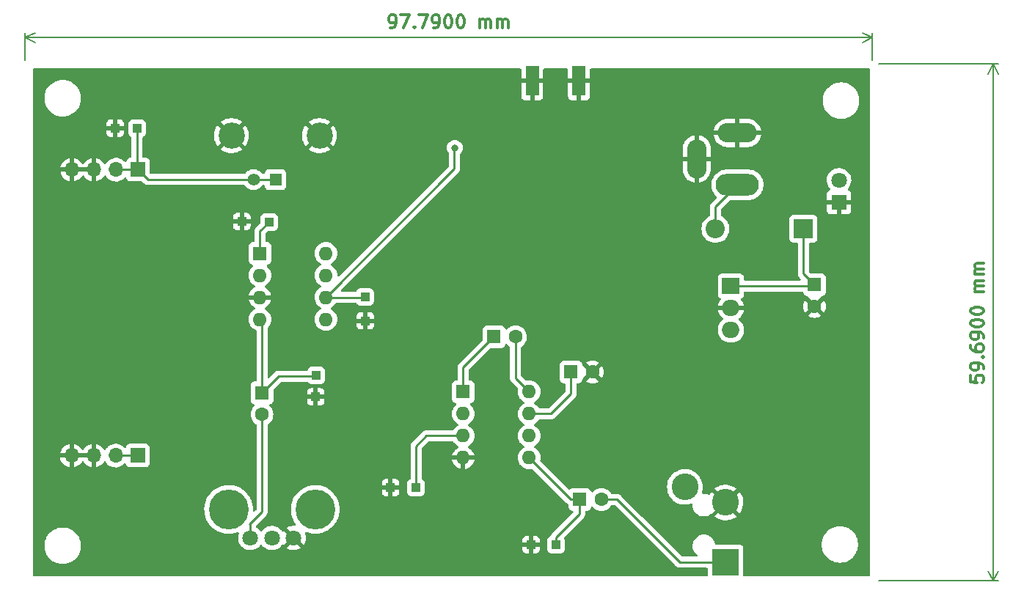
<source format=gbr>
%TF.GenerationSoftware,KiCad,Pcbnew,(6.0.7)*%
%TF.CreationDate,2022-11-13T20:04:35-05:00*%
%TF.ProjectId,DCR_MainBoard,4443525f-4d61-4696-9e42-6f6172642e6b,rev?*%
%TF.SameCoordinates,Original*%
%TF.FileFunction,Copper,L2,Bot*%
%TF.FilePolarity,Positive*%
%FSLAX46Y46*%
G04 Gerber Fmt 4.6, Leading zero omitted, Abs format (unit mm)*
G04 Created by KiCad (PCBNEW (6.0.7)) date 2022-11-13 20:04:35*
%MOMM*%
%LPD*%
G01*
G04 APERTURE LIST*
%ADD10C,0.300000*%
%TA.AperFunction,NonConductor*%
%ADD11C,0.300000*%
%TD*%
%TA.AperFunction,NonConductor*%
%ADD12C,0.200000*%
%TD*%
%TA.AperFunction,ComponentPad*%
%ADD13R,1.000000X1.000000*%
%TD*%
%TA.AperFunction,ComponentPad*%
%ADD14R,1.600000X1.600000*%
%TD*%
%TA.AperFunction,ComponentPad*%
%ADD15C,1.600000*%
%TD*%
%TA.AperFunction,ComponentPad*%
%ADD16O,5.000000X2.500000*%
%TD*%
%TA.AperFunction,ComponentPad*%
%ADD17O,4.500000X2.250000*%
%TD*%
%TA.AperFunction,ComponentPad*%
%ADD18O,2.250000X4.500000*%
%TD*%
%TA.AperFunction,ComponentPad*%
%ADD19C,4.600000*%
%TD*%
%TA.AperFunction,ComponentPad*%
%ADD20C,1.800000*%
%TD*%
%TA.AperFunction,ComponentPad*%
%ADD21O,1.600000X1.600000*%
%TD*%
%TA.AperFunction,ComponentPad*%
%ADD22R,2.000000X1.905000*%
%TD*%
%TA.AperFunction,ComponentPad*%
%ADD23O,2.000000X1.905000*%
%TD*%
%TA.AperFunction,ComponentPad*%
%ADD24R,1.398000X1.398000*%
%TD*%
%TA.AperFunction,ComponentPad*%
%ADD25C,1.398000*%
%TD*%
%TA.AperFunction,ComponentPad*%
%ADD26C,3.015000*%
%TD*%
%TA.AperFunction,ComponentPad*%
%ADD27R,3.092000X3.092000*%
%TD*%
%TA.AperFunction,ComponentPad*%
%ADD28C,3.092000*%
%TD*%
%TA.AperFunction,SMDPad,CuDef*%
%ADD29R,1.500000X3.500000*%
%TD*%
%TA.AperFunction,ComponentPad*%
%ADD30R,1.800000X1.800000*%
%TD*%
%TA.AperFunction,ComponentPad*%
%ADD31R,2.200000X2.200000*%
%TD*%
%TA.AperFunction,ComponentPad*%
%ADD32O,2.200000X2.200000*%
%TD*%
%TA.AperFunction,ComponentPad*%
%ADD33R,1.700000X1.700000*%
%TD*%
%TA.AperFunction,ComponentPad*%
%ADD34O,1.700000X1.700000*%
%TD*%
%TA.AperFunction,ViaPad*%
%ADD35C,0.800000*%
%TD*%
%TA.AperFunction,Conductor*%
%ADD36C,0.250000*%
%TD*%
G04 APERTURE END LIST*
D10*
D11*
X63445285Y-18944571D02*
X63731000Y-18944571D01*
X63873857Y-18873142D01*
X63945285Y-18801714D01*
X64088142Y-18587428D01*
X64159571Y-18301714D01*
X64159571Y-17730285D01*
X64088142Y-17587428D01*
X64016714Y-17516000D01*
X63873857Y-17444571D01*
X63588142Y-17444571D01*
X63445285Y-17516000D01*
X63373857Y-17587428D01*
X63302428Y-17730285D01*
X63302428Y-18087428D01*
X63373857Y-18230285D01*
X63445285Y-18301714D01*
X63588142Y-18373142D01*
X63873857Y-18373142D01*
X64016714Y-18301714D01*
X64088142Y-18230285D01*
X64159571Y-18087428D01*
X64659571Y-17444571D02*
X65659571Y-17444571D01*
X65016714Y-18944571D01*
X66231000Y-18801714D02*
X66302428Y-18873142D01*
X66231000Y-18944571D01*
X66159571Y-18873142D01*
X66231000Y-18801714D01*
X66231000Y-18944571D01*
X66802428Y-17444571D02*
X67802428Y-17444571D01*
X67159571Y-18944571D01*
X68445285Y-18944571D02*
X68731000Y-18944571D01*
X68873857Y-18873142D01*
X68945285Y-18801714D01*
X69088142Y-18587428D01*
X69159571Y-18301714D01*
X69159571Y-17730285D01*
X69088142Y-17587428D01*
X69016714Y-17516000D01*
X68873857Y-17444571D01*
X68588142Y-17444571D01*
X68445285Y-17516000D01*
X68373857Y-17587428D01*
X68302428Y-17730285D01*
X68302428Y-18087428D01*
X68373857Y-18230285D01*
X68445285Y-18301714D01*
X68588142Y-18373142D01*
X68873857Y-18373142D01*
X69016714Y-18301714D01*
X69088142Y-18230285D01*
X69159571Y-18087428D01*
X70088142Y-17444571D02*
X70231000Y-17444571D01*
X70373857Y-17516000D01*
X70445285Y-17587428D01*
X70516714Y-17730285D01*
X70588142Y-18016000D01*
X70588142Y-18373142D01*
X70516714Y-18658857D01*
X70445285Y-18801714D01*
X70373857Y-18873142D01*
X70231000Y-18944571D01*
X70088142Y-18944571D01*
X69945285Y-18873142D01*
X69873857Y-18801714D01*
X69802428Y-18658857D01*
X69731000Y-18373142D01*
X69731000Y-18016000D01*
X69802428Y-17730285D01*
X69873857Y-17587428D01*
X69945285Y-17516000D01*
X70088142Y-17444571D01*
X71516714Y-17444571D02*
X71659571Y-17444571D01*
X71802428Y-17516000D01*
X71873857Y-17587428D01*
X71945285Y-17730285D01*
X72016714Y-18016000D01*
X72016714Y-18373142D01*
X71945285Y-18658857D01*
X71873857Y-18801714D01*
X71802428Y-18873142D01*
X71659571Y-18944571D01*
X71516714Y-18944571D01*
X71373857Y-18873142D01*
X71302428Y-18801714D01*
X71231000Y-18658857D01*
X71159571Y-18373142D01*
X71159571Y-18016000D01*
X71231000Y-17730285D01*
X71302428Y-17587428D01*
X71373857Y-17516000D01*
X71516714Y-17444571D01*
X73802428Y-18944571D02*
X73802428Y-17944571D01*
X73802428Y-18087428D02*
X73873857Y-18016000D01*
X74016714Y-17944571D01*
X74231000Y-17944571D01*
X74373857Y-18016000D01*
X74445285Y-18158857D01*
X74445285Y-18944571D01*
X74445285Y-18158857D02*
X74516714Y-18016000D01*
X74659571Y-17944571D01*
X74873857Y-17944571D01*
X75016714Y-18016000D01*
X75088142Y-18158857D01*
X75088142Y-18944571D01*
X75802428Y-18944571D02*
X75802428Y-17944571D01*
X75802428Y-18087428D02*
X75873857Y-18016000D01*
X76016714Y-17944571D01*
X76231000Y-17944571D01*
X76373857Y-18016000D01*
X76445285Y-18158857D01*
X76445285Y-18944571D01*
X76445285Y-18158857D02*
X76516714Y-18016000D01*
X76659571Y-17944571D01*
X76873857Y-17944571D01*
X77016714Y-18016000D01*
X77088142Y-18158857D01*
X77088142Y-18944571D01*
D12*
X21336000Y-22614000D02*
X21336000Y-19479580D01*
X119126000Y-22614000D02*
X119126000Y-19479580D01*
X21336000Y-20066000D02*
X119126000Y-20066000D01*
X21336000Y-20066000D02*
X119126000Y-20066000D01*
X21336000Y-20066000D02*
X22462504Y-20652421D01*
X21336000Y-20066000D02*
X22462504Y-19479579D01*
X119126000Y-20066000D02*
X117999496Y-19479579D01*
X119126000Y-20066000D02*
X117999496Y-20652421D01*
D10*
D11*
X130474571Y-59101857D02*
X130474571Y-59816142D01*
X131188857Y-59887571D01*
X131117428Y-59816142D01*
X131046000Y-59673285D01*
X131046000Y-59316142D01*
X131117428Y-59173285D01*
X131188857Y-59101857D01*
X131331714Y-59030428D01*
X131688857Y-59030428D01*
X131831714Y-59101857D01*
X131903142Y-59173285D01*
X131974571Y-59316142D01*
X131974571Y-59673285D01*
X131903142Y-59816142D01*
X131831714Y-59887571D01*
X131974571Y-58316142D02*
X131974571Y-58030428D01*
X131903142Y-57887571D01*
X131831714Y-57816142D01*
X131617428Y-57673285D01*
X131331714Y-57601857D01*
X130760285Y-57601857D01*
X130617428Y-57673285D01*
X130546000Y-57744714D01*
X130474571Y-57887571D01*
X130474571Y-58173285D01*
X130546000Y-58316142D01*
X130617428Y-58387571D01*
X130760285Y-58459000D01*
X131117428Y-58459000D01*
X131260285Y-58387571D01*
X131331714Y-58316142D01*
X131403142Y-58173285D01*
X131403142Y-57887571D01*
X131331714Y-57744714D01*
X131260285Y-57673285D01*
X131117428Y-57601857D01*
X131831714Y-56959000D02*
X131903142Y-56887571D01*
X131974571Y-56959000D01*
X131903142Y-57030428D01*
X131831714Y-56959000D01*
X131974571Y-56959000D01*
X130474571Y-55601857D02*
X130474571Y-55887571D01*
X130546000Y-56030428D01*
X130617428Y-56101857D01*
X130831714Y-56244714D01*
X131117428Y-56316142D01*
X131688857Y-56316142D01*
X131831714Y-56244714D01*
X131903142Y-56173285D01*
X131974571Y-56030428D01*
X131974571Y-55744714D01*
X131903142Y-55601857D01*
X131831714Y-55530428D01*
X131688857Y-55459000D01*
X131331714Y-55459000D01*
X131188857Y-55530428D01*
X131117428Y-55601857D01*
X131046000Y-55744714D01*
X131046000Y-56030428D01*
X131117428Y-56173285D01*
X131188857Y-56244714D01*
X131331714Y-56316142D01*
X131974571Y-54744714D02*
X131974571Y-54459000D01*
X131903142Y-54316142D01*
X131831714Y-54244714D01*
X131617428Y-54101857D01*
X131331714Y-54030428D01*
X130760285Y-54030428D01*
X130617428Y-54101857D01*
X130546000Y-54173285D01*
X130474571Y-54316142D01*
X130474571Y-54601857D01*
X130546000Y-54744714D01*
X130617428Y-54816142D01*
X130760285Y-54887571D01*
X131117428Y-54887571D01*
X131260285Y-54816142D01*
X131331714Y-54744714D01*
X131403142Y-54601857D01*
X131403142Y-54316142D01*
X131331714Y-54173285D01*
X131260285Y-54101857D01*
X131117428Y-54030428D01*
X130474571Y-53101857D02*
X130474571Y-52959000D01*
X130546000Y-52816142D01*
X130617428Y-52744714D01*
X130760285Y-52673285D01*
X131046000Y-52601857D01*
X131403142Y-52601857D01*
X131688857Y-52673285D01*
X131831714Y-52744714D01*
X131903142Y-52816142D01*
X131974571Y-52959000D01*
X131974571Y-53101857D01*
X131903142Y-53244714D01*
X131831714Y-53316142D01*
X131688857Y-53387571D01*
X131403142Y-53459000D01*
X131046000Y-53459000D01*
X130760285Y-53387571D01*
X130617428Y-53316142D01*
X130546000Y-53244714D01*
X130474571Y-53101857D01*
X130474571Y-51673285D02*
X130474571Y-51530428D01*
X130546000Y-51387571D01*
X130617428Y-51316142D01*
X130760285Y-51244714D01*
X131046000Y-51173285D01*
X131403142Y-51173285D01*
X131688857Y-51244714D01*
X131831714Y-51316142D01*
X131903142Y-51387571D01*
X131974571Y-51530428D01*
X131974571Y-51673285D01*
X131903142Y-51816142D01*
X131831714Y-51887571D01*
X131688857Y-51959000D01*
X131403142Y-52030428D01*
X131046000Y-52030428D01*
X130760285Y-51959000D01*
X130617428Y-51887571D01*
X130546000Y-51816142D01*
X130474571Y-51673285D01*
X131974571Y-49387571D02*
X130974571Y-49387571D01*
X131117428Y-49387571D02*
X131046000Y-49316142D01*
X130974571Y-49173285D01*
X130974571Y-48959000D01*
X131046000Y-48816142D01*
X131188857Y-48744714D01*
X131974571Y-48744714D01*
X131188857Y-48744714D02*
X131046000Y-48673285D01*
X130974571Y-48530428D01*
X130974571Y-48316142D01*
X131046000Y-48173285D01*
X131188857Y-48101857D01*
X131974571Y-48101857D01*
X131974571Y-47387571D02*
X130974571Y-47387571D01*
X131117428Y-47387571D02*
X131046000Y-47316142D01*
X130974571Y-47173285D01*
X130974571Y-46959000D01*
X131046000Y-46816142D01*
X131188857Y-46744714D01*
X131974571Y-46744714D01*
X131188857Y-46744714D02*
X131046000Y-46673285D01*
X130974571Y-46530428D01*
X130974571Y-46316142D01*
X131046000Y-46173285D01*
X131188857Y-46101857D01*
X131974571Y-46101857D01*
D12*
X119880000Y-23114000D02*
X133682420Y-23114000D01*
X119880000Y-82804000D02*
X133682420Y-82804000D01*
X133096000Y-23114000D02*
X133096000Y-82804000D01*
X133096000Y-23114000D02*
X133096000Y-82804000D01*
X133096000Y-23114000D02*
X132509579Y-24240504D01*
X133096000Y-23114000D02*
X133682421Y-24240504D01*
X133096000Y-82804000D02*
X133682421Y-81677496D01*
X133096000Y-82804000D02*
X132509579Y-81677496D01*
D13*
%TO.P,TG6,1,1*%
%TO.N,GND*%
X79705200Y-78613000D03*
%TD*%
%TO.P,TG5,1,1*%
%TO.N,GND*%
X60579000Y-52755800D03*
%TD*%
%TO.P,TG4,1,1*%
%TO.N,GND*%
X63500000Y-72034400D03*
%TD*%
%TO.P,TG3,1,1*%
%TO.N,GND*%
X54864000Y-61544200D03*
%TD*%
%TO.P,TG2,1,1*%
%TO.N,GND*%
X46329600Y-41275000D03*
%TD*%
%TO.P,TG1,1,1*%
%TO.N,GND*%
X31724600Y-30505400D03*
%TD*%
D14*
%TO.P,C7,1*%
%TO.N,12V*%
X112435000Y-48601849D03*
D15*
%TO.P,C7,2*%
%TO.N,GND*%
X112435000Y-51101849D03*
%TD*%
D14*
%TO.P,C11,1*%
%TO.N,Net-(C11-Pad1)*%
X84318000Y-58664000D03*
D15*
%TO.P,C11,2*%
%TO.N,GND*%
X86818000Y-58664000D03*
%TD*%
D16*
%TO.P,J4,1*%
%TO.N,Net-(D2-Pad2)*%
X103545000Y-37054500D03*
D17*
%TO.P,J4,2*%
%TO.N,GND*%
X103545000Y-31054500D03*
D18*
%TO.P,J4,3*%
X98845000Y-34054500D03*
%TD*%
D19*
%TO.P,RV1,*%
%TO.N,*%
X54809000Y-74538000D03*
X44809000Y-74538000D03*
D20*
%TO.P,RV1,1,1*%
%TO.N,Net-(C3-Pad2)*%
X47309000Y-77838000D03*
%TO.P,RV1,2,2*%
%TO.N,Net-(R1-Pad1)*%
X49809000Y-77838000D03*
%TO.P,RV1,3,3*%
%TO.N,GND*%
X52309000Y-77838000D03*
%TD*%
D14*
%TO.P,U4,1,GAIN*%
%TO.N,Net-(C12-Pad1)*%
X71882000Y-60960000D03*
D21*
%TO.P,U4,2,-*%
%TO.N,Net-(R7-Pad2)*%
X71882000Y-63500000D03*
%TO.P,U4,3,+*%
%TO.N,Net-(C4-Pad1)*%
X71882000Y-66040000D03*
%TO.P,U4,4,GND*%
%TO.N,GND*%
X71882000Y-68580000D03*
%TO.P,U4,5*%
%TO.N,Net-(C15-Pad1)*%
X79502000Y-68580000D03*
%TO.P,U4,6,V+*%
%TO.N,12V*%
X79502000Y-66040000D03*
%TO.P,U4,7,BYPASS*%
%TO.N,Net-(C11-Pad1)*%
X79502000Y-63500000D03*
%TO.P,U4,8,GAIN*%
%TO.N,Net-(C12-Pad2)*%
X79502000Y-60960000D03*
%TD*%
D22*
%TO.P,U3,1,VI*%
%TO.N,12V*%
X102783000Y-48738500D03*
D23*
%TO.P,U3,2,GND*%
%TO.N,GND*%
X102783000Y-51278500D03*
%TO.P,U3,3,VO*%
%TO.N,RX6V*%
X102783000Y-53818500D03*
%TD*%
D14*
%TO.P,C15,1*%
%TO.N,Net-(C15-Pad1)*%
X85334000Y-73396000D03*
D15*
%TO.P,C15,2*%
%TO.N,Net-(C15-Pad2)*%
X87834000Y-73396000D03*
%TD*%
D13*
%TO.P,TP6,1,1*%
%TO.N,Net-(C15-Pad1)*%
X82600800Y-78613000D03*
%TD*%
D24*
%TO.P,J1,1,1*%
%TO.N,Net-(J1-Pad1)*%
X50215800Y-36450500D03*
D25*
%TO.P,J1,2,2*%
X47675800Y-36450500D03*
D26*
%TO.P,J1,P1,SHIELD*%
%TO.N,GND*%
X45135800Y-31370500D03*
%TO.P,J1,P2,SHIELD*%
X55295800Y-31370500D03*
%TD*%
D27*
%TO.P,J5,1,1*%
%TO.N,Net-(C15-Pad2)*%
X102172000Y-80647000D03*
D28*
%TO.P,J5,2,2*%
%TO.N,GND*%
X102172000Y-73747000D03*
%TO.P,J5,3,3*%
%TO.N,unconnected-(J5-Pad3)*%
X97472000Y-71947000D03*
%TD*%
D13*
%TO.P,TP3,1,1*%
%TO.N,Net-(C1-Pad1)*%
X54914800Y-59080400D03*
%TD*%
D14*
%TO.P,C3,1*%
%TO.N,Net-(C1-Pad1)*%
X48666400Y-61077349D03*
D15*
%TO.P,C3,2*%
%TO.N,Net-(C3-Pad2)*%
X48666400Y-63577349D03*
%TD*%
D14*
%TO.P,U2,1,IN_A*%
%TO.N,Net-(C8-Pad2)*%
X48422400Y-44968000D03*
D21*
%TO.P,U2,2,IN_B*%
%TO.N,Net-(C2-Pad1)*%
X48422400Y-47508000D03*
%TO.P,U2,3,GND*%
%TO.N,GND*%
X48422400Y-50048000D03*
%TO.P,U2,4,OUT_A*%
%TO.N,Net-(C1-Pad1)*%
X48422400Y-52588000D03*
%TO.P,U2,5,OUT_B*%
%TO.N,unconnected-(U2-Pad5)*%
X56042400Y-52588000D03*
%TO.P,U2,6,OSC_B*%
%TO.N,Net-(C6-Pad2)*%
X56042400Y-50048000D03*
%TO.P,U2,7,OSC_E*%
%TO.N,unconnected-(U2-Pad7)*%
X56042400Y-47508000D03*
%TO.P,U2,8,Vcc*%
%TO.N,Net-(C5-Pad1)*%
X56042400Y-44968000D03*
%TD*%
D29*
%TO.P,J3,G3*%
%TO.N,GND*%
X85250000Y-25046500D03*
%TO.P,J3,G4*%
X79850000Y-25046500D03*
%TD*%
D30*
%TO.P,D1,1,K*%
%TO.N,GND*%
X115265200Y-39065200D03*
D20*
%TO.P,D1,2,A*%
%TO.N,Net-(D1-Pad2)*%
X115265200Y-36525200D03*
%TD*%
D31*
%TO.P,D2,1,K*%
%TO.N,12V*%
X111165000Y-42134500D03*
D32*
%TO.P,D2,2,A*%
%TO.N,Net-(D2-Pad2)*%
X101005000Y-42134500D03*
%TD*%
D13*
%TO.P,TP4,1,1*%
%TO.N,Net-(C4-Pad1)*%
X66446400Y-72034400D03*
%TD*%
D14*
%TO.P,C12,1*%
%TO.N,Net-(C12-Pad1)*%
X75428000Y-54600000D03*
D15*
%TO.P,C12,2*%
%TO.N,Net-(C12-Pad2)*%
X77928000Y-54600000D03*
%TD*%
D13*
%TO.P,TP2,1,1*%
%TO.N,Net-(C8-Pad2)*%
X49479200Y-41351200D03*
%TD*%
%TO.P,TP1,1,1*%
%TO.N,Net-(J1-Pad1)*%
X34239200Y-30530800D03*
%TD*%
D33*
%TO.P,U1,1,IN*%
%TO.N,Net-(J1-Pad1)*%
X34361400Y-35306000D03*
D34*
%TO.P,U1,2,IN*%
X31821400Y-35306000D03*
%TO.P,U1,3,GND*%
%TO.N,GND*%
X29281400Y-35306000D03*
%TO.P,U1,4,GND*%
X26741400Y-35306000D03*
%TO.P,U1,5,GND*%
X26695400Y-68326000D03*
%TO.P,U1,6,GND*%
X29235400Y-68326000D03*
%TO.P,U1,7,OUT*%
%TO.N,Net-(C8-Pad1)*%
X31775400Y-68326000D03*
D33*
%TO.P,U1,8,OUT*%
X34315400Y-68326000D03*
%TD*%
D13*
%TO.P,TP5,1,1*%
%TO.N,Net-(C6-Pad2)*%
X60553600Y-49987200D03*
%TD*%
D35*
%TO.N,Net-(C6-Pad2)*%
X70916800Y-32791400D03*
%TD*%
D36*
%TO.N,Net-(C1-Pad1)*%
X50587149Y-59156600D02*
X48666400Y-61077349D01*
X54838600Y-59156600D02*
X50587149Y-59156600D01*
X54914800Y-59080400D02*
X54838600Y-59156600D01*
X48666400Y-52832000D02*
X48422400Y-52588000D01*
X48666400Y-61077349D02*
X48666400Y-52832000D01*
%TO.N,Net-(C3-Pad2)*%
X47309000Y-76315800D02*
X47309000Y-77838000D01*
X47244000Y-76250800D02*
X47309000Y-76315800D01*
X48666400Y-63577349D02*
X48666400Y-74828400D01*
X48666400Y-74828400D02*
X47244000Y-76250800D01*
%TO.N,Net-(C4-Pad1)*%
X66446400Y-67233800D02*
X67640200Y-66040000D01*
X66446400Y-72034400D02*
X66446400Y-67233800D01*
X67640200Y-66040000D02*
X71882000Y-66040000D01*
%TO.N,12V*%
X111165000Y-47331849D02*
X112435000Y-48601849D01*
X111165000Y-42134500D02*
X111165000Y-47331849D01*
X112298349Y-48738500D02*
X112435000Y-48601849D01*
X102783000Y-48738500D02*
X112298349Y-48738500D01*
%TO.N,Net-(D2-Pad2)*%
X101005000Y-39594500D02*
X103545000Y-37054500D01*
X101005000Y-42134500D02*
X101005000Y-39594500D01*
%TO.N,Net-(C6-Pad2)*%
X70866000Y-35224400D02*
X56042400Y-50048000D01*
X70866000Y-32842200D02*
X70866000Y-35224400D01*
X70916800Y-32791400D02*
X70866000Y-32842200D01*
X56042400Y-50048000D02*
X60492800Y-50048000D01*
X60492800Y-50048000D02*
X60553600Y-49987200D01*
%TO.N,Net-(J1-Pad1)*%
X50215800Y-36450500D02*
X47675800Y-36450500D01*
X34239200Y-30530800D02*
X34239200Y-35183800D01*
X31821400Y-35306000D02*
X34361400Y-35306000D01*
X34239200Y-35183800D02*
X34361400Y-35306000D01*
X47675800Y-36450500D02*
X35505900Y-36450500D01*
X35505900Y-36450500D02*
X34361400Y-35306000D01*
%TO.N,Net-(C8-Pad1)*%
X31775400Y-68326000D02*
X34315400Y-68326000D01*
%TO.N,Net-(C11-Pad1)*%
X84318000Y-61204000D02*
X84318000Y-58664000D01*
X79502000Y-63500000D02*
X82022000Y-63500000D01*
X82022000Y-63500000D02*
X84318000Y-61204000D01*
%TO.N,Net-(C12-Pad1)*%
X71882000Y-60960000D02*
X71882000Y-58146000D01*
X71882000Y-58146000D02*
X75428000Y-54600000D01*
%TO.N,Net-(C12-Pad2)*%
X77928000Y-59386000D02*
X79502000Y-60960000D01*
X77928000Y-54600000D02*
X77928000Y-59386000D01*
%TO.N,Net-(C15-Pad1)*%
X85334000Y-75067000D02*
X85334000Y-73396000D01*
X85334000Y-73396000D02*
X84318000Y-73396000D01*
X84318000Y-73396000D02*
X79502000Y-68580000D01*
X82600800Y-77800200D02*
X85334000Y-75067000D01*
X82600800Y-78613000D02*
X82600800Y-77800200D01*
%TO.N,Net-(C15-Pad2)*%
X96903000Y-80647000D02*
X89652000Y-73396000D01*
X102172000Y-80647000D02*
X96903000Y-80647000D01*
X89652000Y-73396000D02*
X87834000Y-73396000D01*
%TO.N,Net-(C8-Pad2)*%
X48361600Y-44392404D02*
X48104202Y-44649802D01*
X48422400Y-44968000D02*
X48422400Y-42408000D01*
X48422400Y-42408000D02*
X49479200Y-41351200D01*
%TD*%
%TA.AperFunction,Conductor*%
%TO.N,GND*%
G36*
X78534121Y-23642502D02*
G01*
X78580614Y-23696158D01*
X78592000Y-23748500D01*
X78592000Y-24774385D01*
X78596475Y-24789624D01*
X78597865Y-24790829D01*
X78605548Y-24792500D01*
X81089884Y-24792500D01*
X81105123Y-24788025D01*
X81106328Y-24786635D01*
X81107999Y-24778952D01*
X81107999Y-23748500D01*
X81128001Y-23680379D01*
X81181657Y-23633886D01*
X81233999Y-23622500D01*
X83866000Y-23622500D01*
X83934121Y-23642502D01*
X83980614Y-23696158D01*
X83992000Y-23748500D01*
X83992000Y-24774385D01*
X83996475Y-24789624D01*
X83997865Y-24790829D01*
X84005548Y-24792500D01*
X86489884Y-24792500D01*
X86505123Y-24788025D01*
X86506328Y-24786635D01*
X86507999Y-24778952D01*
X86507999Y-23748500D01*
X86528001Y-23680379D01*
X86581657Y-23633886D01*
X86633999Y-23622500D01*
X118745500Y-23622500D01*
X118813621Y-23642502D01*
X118860114Y-23696158D01*
X118871500Y-23748500D01*
X118871500Y-82169500D01*
X118851498Y-82237621D01*
X118797842Y-82284114D01*
X118745500Y-82295500D01*
X104352500Y-82295500D01*
X104284379Y-82275498D01*
X104237886Y-82221842D01*
X104226500Y-82169500D01*
X104226500Y-79052866D01*
X104219745Y-78990684D01*
X104168615Y-78854295D01*
X104081261Y-78737739D01*
X104057996Y-78720303D01*
X113257543Y-78720303D01*
X113258102Y-78724547D01*
X113258102Y-78724551D01*
X113261980Y-78754005D01*
X113295068Y-79005334D01*
X113370929Y-79282636D01*
X113372613Y-79286584D01*
X113455661Y-79481285D01*
X113483723Y-79547076D01*
X113526244Y-79618123D01*
X113608978Y-79756361D01*
X113631361Y-79793761D01*
X113811113Y-80018128D01*
X113828197Y-80034340D01*
X113985296Y-80183421D01*
X114019651Y-80216023D01*
X114253117Y-80383786D01*
X114256912Y-80385795D01*
X114256913Y-80385796D01*
X114278669Y-80397315D01*
X114507192Y-80518312D01*
X114777173Y-80617111D01*
X115058064Y-80678355D01*
X115086641Y-80680604D01*
X115281082Y-80695907D01*
X115281091Y-80695907D01*
X115283539Y-80696100D01*
X115439071Y-80696100D01*
X115441207Y-80695954D01*
X115441218Y-80695954D01*
X115649348Y-80681765D01*
X115649354Y-80681764D01*
X115653625Y-80681473D01*
X115657820Y-80680604D01*
X115657822Y-80680604D01*
X115794384Y-80652323D01*
X115935142Y-80623174D01*
X116206143Y-80527207D01*
X116461612Y-80395350D01*
X116465113Y-80392889D01*
X116465117Y-80392887D01*
X116579217Y-80312696D01*
X116696823Y-80230041D01*
X116907422Y-80034340D01*
X117089513Y-79811868D01*
X117239727Y-79566742D01*
X117243659Y-79557786D01*
X117353557Y-79307430D01*
X117355283Y-79303498D01*
X117376048Y-79230604D01*
X117426401Y-79053838D01*
X117434044Y-79027006D01*
X117473115Y-78752475D01*
X117473946Y-78746636D01*
X117473946Y-78746634D01*
X117474551Y-78742384D01*
X117474576Y-78737739D01*
X117476035Y-78459183D01*
X117476035Y-78459176D01*
X117476057Y-78454897D01*
X117438532Y-78169866D01*
X117362671Y-77892564D01*
X117339397Y-77838000D01*
X117251563Y-77632076D01*
X117251561Y-77632072D01*
X117249877Y-77628124D01*
X117144060Y-77451317D01*
X117104443Y-77385121D01*
X117104440Y-77385117D01*
X117102239Y-77381439D01*
X116922487Y-77157072D01*
X116772362Y-77014609D01*
X116717058Y-76962127D01*
X116717055Y-76962125D01*
X116713949Y-76959177D01*
X116503305Y-76807813D01*
X116483972Y-76793921D01*
X116483971Y-76793920D01*
X116480483Y-76791414D01*
X116461036Y-76781117D01*
X116330428Y-76711964D01*
X116226408Y-76656888D01*
X116012930Y-76578766D01*
X115960458Y-76559564D01*
X115960456Y-76559563D01*
X115956427Y-76558089D01*
X115675536Y-76496845D01*
X115644485Y-76494401D01*
X115452518Y-76479293D01*
X115452509Y-76479293D01*
X115450061Y-76479100D01*
X115294529Y-76479100D01*
X115292393Y-76479246D01*
X115292382Y-76479246D01*
X115084252Y-76493435D01*
X115084246Y-76493436D01*
X115079975Y-76493727D01*
X115075780Y-76494596D01*
X115075778Y-76494596D01*
X115007296Y-76508778D01*
X114798458Y-76552026D01*
X114527457Y-76647993D01*
X114523648Y-76649959D01*
X114375492Y-76726428D01*
X114271988Y-76779850D01*
X114268487Y-76782311D01*
X114268483Y-76782313D01*
X114154382Y-76862505D01*
X114036777Y-76945159D01*
X114021692Y-76959177D01*
X113854516Y-77114527D01*
X113826178Y-77140860D01*
X113644087Y-77363332D01*
X113493873Y-77608458D01*
X113492147Y-77612391D01*
X113492146Y-77612392D01*
X113380043Y-77867770D01*
X113378317Y-77871702D01*
X113299556Y-78148194D01*
X113259049Y-78432816D01*
X113259027Y-78437105D01*
X113259026Y-78437112D01*
X113257565Y-78716017D01*
X113257543Y-78720303D01*
X104057996Y-78720303D01*
X103964705Y-78650385D01*
X103828316Y-78599255D01*
X103766134Y-78592500D01*
X101081944Y-78592500D01*
X101013823Y-78572498D01*
X100967330Y-78518842D01*
X100960237Y-78499111D01*
X100907707Y-78303067D01*
X100907706Y-78303065D01*
X100906284Y-78297757D01*
X100886626Y-78255600D01*
X100811849Y-78095238D01*
X100811846Y-78095233D01*
X100809523Y-78090251D01*
X100736098Y-77985389D01*
X100681357Y-77907211D01*
X100681355Y-77907208D01*
X100678198Y-77902700D01*
X100516300Y-77740802D01*
X100511792Y-77737645D01*
X100511789Y-77737643D01*
X100399806Y-77659232D01*
X100328749Y-77609477D01*
X100323767Y-77607154D01*
X100323762Y-77607151D01*
X100126225Y-77515039D01*
X100126224Y-77515039D01*
X100121243Y-77512716D01*
X100115935Y-77511294D01*
X100115933Y-77511293D01*
X99905402Y-77454881D01*
X99905400Y-77454881D01*
X99900087Y-77453457D01*
X99800520Y-77444746D01*
X99731851Y-77438738D01*
X99731844Y-77438738D01*
X99729127Y-77438500D01*
X99614873Y-77438500D01*
X99612156Y-77438738D01*
X99612149Y-77438738D01*
X99543480Y-77444746D01*
X99443913Y-77453457D01*
X99438600Y-77454881D01*
X99438598Y-77454881D01*
X99228067Y-77511293D01*
X99228065Y-77511294D01*
X99222757Y-77512716D01*
X99217776Y-77515039D01*
X99217775Y-77515039D01*
X99020238Y-77607151D01*
X99020233Y-77607154D01*
X99015251Y-77609477D01*
X98944194Y-77659232D01*
X98832211Y-77737643D01*
X98832208Y-77737645D01*
X98827700Y-77740802D01*
X98665802Y-77902700D01*
X98662645Y-77907208D01*
X98662643Y-77907211D01*
X98607902Y-77985389D01*
X98534477Y-78090251D01*
X98532154Y-78095233D01*
X98532151Y-78095238D01*
X98457374Y-78255600D01*
X98437716Y-78297757D01*
X98436294Y-78303065D01*
X98436293Y-78303067D01*
X98402666Y-78428564D01*
X98378457Y-78518913D01*
X98358502Y-78747000D01*
X98378457Y-78975087D01*
X98379881Y-78980400D01*
X98379881Y-78980402D01*
X98434311Y-79183534D01*
X98437716Y-79196243D01*
X98440039Y-79201224D01*
X98440039Y-79201225D01*
X98532151Y-79398762D01*
X98532154Y-79398767D01*
X98534477Y-79403749D01*
X98607902Y-79508611D01*
X98648624Y-79566767D01*
X98665802Y-79591300D01*
X98827700Y-79753198D01*
X98832210Y-79756356D01*
X98832216Y-79756361D01*
X98872099Y-79784287D01*
X98916428Y-79839744D01*
X98923737Y-79910363D01*
X98891707Y-79973723D01*
X98830505Y-80009709D01*
X98799829Y-80013500D01*
X97217594Y-80013500D01*
X97149473Y-79993498D01*
X97128499Y-79976595D01*
X93656303Y-76504398D01*
X92521216Y-75369311D01*
X100914962Y-75369311D01*
X100922015Y-75379282D01*
X100958579Y-75409854D01*
X100965501Y-75414883D01*
X101195478Y-75559148D01*
X101203024Y-75563194D01*
X101450447Y-75674909D01*
X101458477Y-75677896D01*
X101718774Y-75754999D01*
X101727126Y-75756866D01*
X101995483Y-75797930D01*
X102004016Y-75798646D01*
X102275458Y-75802911D01*
X102284009Y-75802462D01*
X102553517Y-75769849D01*
X102561931Y-75768244D01*
X102824522Y-75699355D01*
X102832637Y-75696624D01*
X103083450Y-75592733D01*
X103091118Y-75588927D01*
X103325514Y-75451957D01*
X103332595Y-75447144D01*
X103419419Y-75379066D01*
X103427890Y-75367206D01*
X103421374Y-75355585D01*
X102184810Y-74119020D01*
X102170869Y-74111408D01*
X102169034Y-74111539D01*
X102162420Y-74115790D01*
X100922254Y-75355957D01*
X100914962Y-75369311D01*
X92521216Y-75369311D01*
X90155652Y-73003747D01*
X90148112Y-72995461D01*
X90144000Y-72988982D01*
X90094348Y-72942356D01*
X90091507Y-72939602D01*
X90071770Y-72919865D01*
X90068573Y-72917385D01*
X90059551Y-72909680D01*
X90033100Y-72884841D01*
X90027321Y-72879414D01*
X90020375Y-72875595D01*
X90020372Y-72875593D01*
X90009566Y-72869652D01*
X89993047Y-72858801D01*
X89988154Y-72855006D01*
X89977041Y-72846386D01*
X89969772Y-72843241D01*
X89969768Y-72843238D01*
X89936463Y-72828826D01*
X89925813Y-72823609D01*
X89887060Y-72802305D01*
X89867437Y-72797267D01*
X89848734Y-72790863D01*
X89837420Y-72785967D01*
X89837419Y-72785967D01*
X89830145Y-72782819D01*
X89822322Y-72781580D01*
X89822312Y-72781577D01*
X89786476Y-72775901D01*
X89774856Y-72773495D01*
X89739711Y-72764472D01*
X89739710Y-72764472D01*
X89732030Y-72762500D01*
X89711776Y-72762500D01*
X89692065Y-72760949D01*
X89679886Y-72759020D01*
X89672057Y-72757780D01*
X89664165Y-72758526D01*
X89628039Y-72761941D01*
X89616181Y-72762500D01*
X89053394Y-72762500D01*
X88985273Y-72742498D01*
X88950181Y-72708771D01*
X88843357Y-72556211D01*
X88843355Y-72556208D01*
X88840198Y-72551700D01*
X88678300Y-72389802D01*
X88673792Y-72386645D01*
X88673789Y-72386643D01*
X88545985Y-72297154D01*
X88490749Y-72258477D01*
X88485767Y-72256154D01*
X88485762Y-72256151D01*
X88288225Y-72164039D01*
X88288224Y-72164039D01*
X88283243Y-72161716D01*
X88277935Y-72160294D01*
X88277933Y-72160293D01*
X88067402Y-72103881D01*
X88067400Y-72103881D01*
X88062087Y-72102457D01*
X87834000Y-72082502D01*
X87605913Y-72102457D01*
X87600600Y-72103881D01*
X87600598Y-72103881D01*
X87390067Y-72160293D01*
X87390065Y-72160294D01*
X87384757Y-72161716D01*
X87379776Y-72164039D01*
X87379775Y-72164039D01*
X87182238Y-72256151D01*
X87182233Y-72256154D01*
X87177251Y-72258477D01*
X87122015Y-72297154D01*
X86994211Y-72386643D01*
X86994208Y-72386645D01*
X86989700Y-72389802D01*
X86844000Y-72535502D01*
X86781688Y-72569528D01*
X86710873Y-72564463D01*
X86654037Y-72521916D01*
X86636868Y-72485263D01*
X86635745Y-72485684D01*
X86587767Y-72357703D01*
X86584615Y-72349295D01*
X86497261Y-72232739D01*
X86380705Y-72145385D01*
X86244316Y-72094255D01*
X86182134Y-72087500D01*
X84485866Y-72087500D01*
X84423684Y-72094255D01*
X84287295Y-72145385D01*
X84265505Y-72161716D01*
X84189507Y-72218673D01*
X84123001Y-72243521D01*
X84053618Y-72228468D01*
X84024847Y-72206942D01*
X83743340Y-71925435D01*
X95412812Y-71925435D01*
X95428937Y-72205099D01*
X95429762Y-72209306D01*
X95429763Y-72209311D01*
X95447460Y-72299512D01*
X95482868Y-72479986D01*
X95484255Y-72484037D01*
X95571377Y-72738500D01*
X95573606Y-72745011D01*
X95607658Y-72812716D01*
X95672187Y-72941016D01*
X95699473Y-72995269D01*
X95858139Y-73226130D01*
X96046669Y-73433322D01*
X96261573Y-73613010D01*
X96498876Y-73761869D01*
X96502778Y-73763631D01*
X96502782Y-73763633D01*
X96750273Y-73875380D01*
X96750277Y-73875382D01*
X96754185Y-73877146D01*
X96758305Y-73878366D01*
X96758304Y-73878366D01*
X97018664Y-73955488D01*
X97018668Y-73955489D01*
X97022777Y-73956706D01*
X97027014Y-73957354D01*
X97027017Y-73957355D01*
X97260518Y-73993086D01*
X97299682Y-73999079D01*
X97441638Y-74001309D01*
X97575484Y-74003412D01*
X97575490Y-74003412D01*
X97579775Y-74003479D01*
X97857875Y-73969825D01*
X98128833Y-73898740D01*
X98188761Y-73873917D01*
X98259351Y-73866328D01*
X98322838Y-73898107D01*
X98359065Y-73959165D01*
X98362499Y-74001309D01*
X98358981Y-74041515D01*
X98358981Y-74041525D01*
X98358502Y-74047000D01*
X98378457Y-74275087D01*
X98379881Y-74280400D01*
X98379881Y-74280402D01*
X98424257Y-74446012D01*
X98437716Y-74496243D01*
X98440039Y-74501224D01*
X98440039Y-74501225D01*
X98532151Y-74698762D01*
X98532154Y-74698767D01*
X98534477Y-74703749D01*
X98580715Y-74769783D01*
X98656666Y-74878252D01*
X98665802Y-74891300D01*
X98827700Y-75053198D01*
X98832208Y-75056355D01*
X98832211Y-75056357D01*
X98880920Y-75090463D01*
X99015251Y-75184523D01*
X99020233Y-75186846D01*
X99020238Y-75186849D01*
X99217775Y-75278961D01*
X99222757Y-75281284D01*
X99228065Y-75282706D01*
X99228067Y-75282707D01*
X99438598Y-75339119D01*
X99438600Y-75339119D01*
X99443913Y-75340543D01*
X99543480Y-75349254D01*
X99612149Y-75355262D01*
X99612156Y-75355262D01*
X99614873Y-75355500D01*
X99729127Y-75355500D01*
X99731844Y-75355262D01*
X99731851Y-75355262D01*
X99800520Y-75349254D01*
X99900087Y-75340543D01*
X99905400Y-75339119D01*
X99905402Y-75339119D01*
X100115933Y-75282707D01*
X100115935Y-75282706D01*
X100121243Y-75281284D01*
X100126225Y-75278961D01*
X100323762Y-75186849D01*
X100323767Y-75186846D01*
X100328749Y-75184523D01*
X100463080Y-75090463D01*
X100511789Y-75056357D01*
X100511792Y-75056355D01*
X100516300Y-75053198D01*
X100678198Y-74891300D01*
X100687335Y-74878252D01*
X100694555Y-74867940D01*
X100708673Y-74851116D01*
X101799980Y-73759810D01*
X101806357Y-73748131D01*
X102536408Y-73748131D01*
X102536539Y-73749966D01*
X102540790Y-73756580D01*
X103780636Y-74996425D01*
X103792846Y-75003093D01*
X103804344Y-74994404D01*
X103907764Y-74853615D01*
X103912348Y-74846392D01*
X104041885Y-74607815D01*
X104045453Y-74600021D01*
X104141413Y-74346071D01*
X104143886Y-74337879D01*
X104204496Y-74073245D01*
X104205834Y-74064794D01*
X104230128Y-73792583D01*
X104230374Y-73787641D01*
X104230774Y-73749484D01*
X104230631Y-73744519D01*
X104212044Y-73471866D01*
X104210883Y-73463392D01*
X104155828Y-73197545D01*
X104153529Y-73189310D01*
X104062904Y-72933393D01*
X104059507Y-72925543D01*
X103934989Y-72684293D01*
X103930561Y-72676981D01*
X103805051Y-72498398D01*
X103794529Y-72490018D01*
X103781141Y-72497070D01*
X102544020Y-73734190D01*
X102536408Y-73748131D01*
X101806357Y-73748131D01*
X101807592Y-73745869D01*
X101807461Y-73744034D01*
X101803210Y-73737420D01*
X100562852Y-72497063D01*
X100550841Y-72490504D01*
X100539103Y-72499471D01*
X100424741Y-72658624D01*
X100420237Y-72665888D01*
X100354734Y-72789602D01*
X100305181Y-72840445D01*
X100236006Y-72856427D01*
X100190129Y-72844838D01*
X100126225Y-72815039D01*
X100126224Y-72815039D01*
X100121243Y-72812716D01*
X100115935Y-72811294D01*
X100115933Y-72811293D01*
X99905402Y-72754881D01*
X99905400Y-72754881D01*
X99900087Y-72753457D01*
X99800520Y-72744746D01*
X99731851Y-72738738D01*
X99731844Y-72738738D01*
X99729127Y-72738500D01*
X99614873Y-72738500D01*
X99612156Y-72738738D01*
X99612149Y-72738738D01*
X99560546Y-72743253D01*
X99490941Y-72729264D01*
X99439948Y-72679864D01*
X99423758Y-72610738D01*
X99431699Y-72573193D01*
X99441891Y-72546222D01*
X99441894Y-72546213D01*
X99443409Y-72542203D01*
X99505948Y-72269146D01*
X99518654Y-72126774D01*
X100915859Y-72126774D01*
X100922255Y-72138044D01*
X102159190Y-73374980D01*
X102173131Y-73382592D01*
X102174966Y-73382461D01*
X102181580Y-73378210D01*
X103421293Y-72138496D01*
X103428485Y-72125326D01*
X103421163Y-72115091D01*
X103367942Y-72071531D01*
X103360970Y-72066576D01*
X103129484Y-71924720D01*
X103121914Y-71920763D01*
X102873323Y-71811640D01*
X102865263Y-71808738D01*
X102604179Y-71734367D01*
X102595801Y-71732585D01*
X102327034Y-71694334D01*
X102318487Y-71693707D01*
X102047014Y-71692285D01*
X102038479Y-71692822D01*
X101769319Y-71728258D01*
X101760921Y-71729951D01*
X101499068Y-71801586D01*
X101490981Y-71804402D01*
X101241276Y-71910910D01*
X101233637Y-71914803D01*
X101000699Y-72054213D01*
X100993667Y-72059100D01*
X100924328Y-72114651D01*
X100915859Y-72126774D01*
X99518654Y-72126774D01*
X99522605Y-72082502D01*
X99530629Y-71992595D01*
X99530629Y-71992589D01*
X99530849Y-71990127D01*
X99531301Y-71947000D01*
X99531132Y-71944520D01*
X99512540Y-71671798D01*
X99512539Y-71671792D01*
X99512248Y-71667521D01*
X99455442Y-71393213D01*
X99361933Y-71129153D01*
X99233452Y-70880226D01*
X99220530Y-70861839D01*
X99074844Y-70654550D01*
X99074843Y-70654549D01*
X99072377Y-70651040D01*
X98881689Y-70445834D01*
X98867550Y-70434261D01*
X98668232Y-70271123D01*
X98664914Y-70268407D01*
X98426066Y-70122040D01*
X98169563Y-70009443D01*
X98150210Y-70003930D01*
X98119881Y-69995291D01*
X97900153Y-69932700D01*
X97895911Y-69932096D01*
X97895905Y-69932095D01*
X97690548Y-69902868D01*
X97622819Y-69893229D01*
X97475708Y-69892459D01*
X97346981Y-69891785D01*
X97346975Y-69891785D01*
X97342695Y-69891763D01*
X97338451Y-69892322D01*
X97338447Y-69892322D01*
X97216326Y-69908400D01*
X97064964Y-69928327D01*
X97060824Y-69929460D01*
X97060822Y-69929460D01*
X96798910Y-70001111D01*
X96794765Y-70002245D01*
X96537097Y-70112149D01*
X96391747Y-70199140D01*
X96300411Y-70253803D01*
X96300407Y-70253806D01*
X96296729Y-70256007D01*
X96293386Y-70258685D01*
X96293382Y-70258688D01*
X96284046Y-70266168D01*
X96078109Y-70431155D01*
X95885281Y-70634352D01*
X95721815Y-70861839D01*
X95719811Y-70865624D01*
X95627512Y-71039948D01*
X95590735Y-71109407D01*
X95589263Y-71113430D01*
X95589261Y-71113434D01*
X95495941Y-71368442D01*
X95494466Y-71372473D01*
X95434790Y-71646171D01*
X95412812Y-71925435D01*
X83743340Y-71925435D01*
X80811152Y-68993248D01*
X80777126Y-68930936D01*
X80778541Y-68871541D01*
X80794118Y-68813409D01*
X80794120Y-68813398D01*
X80795543Y-68808087D01*
X80815498Y-68580000D01*
X80795543Y-68351913D01*
X80783911Y-68308503D01*
X80737707Y-68136067D01*
X80737706Y-68136065D01*
X80736284Y-68130757D01*
X80733961Y-68125775D01*
X80641849Y-67928238D01*
X80641846Y-67928233D01*
X80639523Y-67923251D01*
X80508198Y-67735700D01*
X80346300Y-67573802D01*
X80341792Y-67570645D01*
X80341789Y-67570643D01*
X80201499Y-67472411D01*
X80158749Y-67442477D01*
X80153767Y-67440154D01*
X80153762Y-67440151D01*
X80119543Y-67424195D01*
X80066258Y-67377278D01*
X80046797Y-67309001D01*
X80067339Y-67241041D01*
X80119543Y-67195805D01*
X80153762Y-67179849D01*
X80153767Y-67179846D01*
X80158749Y-67177523D01*
X80290690Y-67085137D01*
X80341789Y-67049357D01*
X80341792Y-67049355D01*
X80346300Y-67046198D01*
X80508198Y-66884300D01*
X80521413Y-66865428D01*
X80607978Y-66741800D01*
X80639523Y-66696749D01*
X80641846Y-66691767D01*
X80641849Y-66691762D01*
X80733961Y-66494225D01*
X80733961Y-66494224D01*
X80736284Y-66489243D01*
X80795543Y-66268087D01*
X80815498Y-66040000D01*
X80795543Y-65811913D01*
X80743419Y-65617384D01*
X80737707Y-65596067D01*
X80737706Y-65596065D01*
X80736284Y-65590757D01*
X80723164Y-65562620D01*
X80641849Y-65388238D01*
X80641846Y-65388233D01*
X80639523Y-65383251D01*
X80508198Y-65195700D01*
X80346300Y-65033802D01*
X80341792Y-65030645D01*
X80341789Y-65030643D01*
X80263611Y-64975902D01*
X80158749Y-64902477D01*
X80153767Y-64900154D01*
X80153762Y-64900151D01*
X80119543Y-64884195D01*
X80066258Y-64837278D01*
X80046797Y-64769001D01*
X80067339Y-64701041D01*
X80119543Y-64655805D01*
X80153762Y-64639849D01*
X80153767Y-64639846D01*
X80158749Y-64637523D01*
X80263611Y-64564098D01*
X80341789Y-64509357D01*
X80341792Y-64509355D01*
X80346300Y-64506198D01*
X80508198Y-64344300D01*
X80582206Y-64238606D01*
X80618181Y-64187229D01*
X80673638Y-64142901D01*
X80721394Y-64133500D01*
X81943233Y-64133500D01*
X81954416Y-64134027D01*
X81961909Y-64135702D01*
X81969835Y-64135453D01*
X81969836Y-64135453D01*
X82029986Y-64133562D01*
X82033945Y-64133500D01*
X82061856Y-64133500D01*
X82065791Y-64133003D01*
X82065856Y-64132995D01*
X82077693Y-64132062D01*
X82109951Y-64131048D01*
X82113970Y-64130922D01*
X82121889Y-64130673D01*
X82141343Y-64125021D01*
X82160700Y-64121013D01*
X82172930Y-64119468D01*
X82172931Y-64119468D01*
X82180797Y-64118474D01*
X82188168Y-64115555D01*
X82188170Y-64115555D01*
X82221912Y-64102196D01*
X82233142Y-64098351D01*
X82267983Y-64088229D01*
X82267984Y-64088229D01*
X82275593Y-64086018D01*
X82282412Y-64081985D01*
X82282417Y-64081983D01*
X82293028Y-64075707D01*
X82310776Y-64067012D01*
X82329617Y-64059552D01*
X82365387Y-64033564D01*
X82375307Y-64027048D01*
X82406535Y-64008580D01*
X82406538Y-64008578D01*
X82413362Y-64004542D01*
X82427683Y-63990221D01*
X82442717Y-63977380D01*
X82452694Y-63970131D01*
X82459107Y-63965472D01*
X82487298Y-63931395D01*
X82495288Y-63922616D01*
X84710247Y-61707657D01*
X84718537Y-61700113D01*
X84725018Y-61696000D01*
X84771659Y-61646332D01*
X84774413Y-61643491D01*
X84794134Y-61623770D01*
X84796612Y-61620575D01*
X84804318Y-61611553D01*
X84829158Y-61585101D01*
X84834586Y-61579321D01*
X84844346Y-61561568D01*
X84855199Y-61545045D01*
X84862753Y-61535306D01*
X84867613Y-61529041D01*
X84885176Y-61488457D01*
X84890383Y-61477827D01*
X84911695Y-61439060D01*
X84913666Y-61431383D01*
X84913668Y-61431378D01*
X84916732Y-61419442D01*
X84923138Y-61400730D01*
X84928034Y-61389417D01*
X84931181Y-61382145D01*
X84938097Y-61338481D01*
X84940504Y-61326860D01*
X84949528Y-61291711D01*
X84949528Y-61291710D01*
X84951500Y-61284030D01*
X84951500Y-61263769D01*
X84953051Y-61244058D01*
X84954979Y-61231885D01*
X84956219Y-61224057D01*
X84952059Y-61180046D01*
X84951500Y-61168189D01*
X84951500Y-60098500D01*
X84971502Y-60030379D01*
X85025158Y-59983886D01*
X85077500Y-59972500D01*
X85166134Y-59972500D01*
X85228316Y-59965745D01*
X85364705Y-59914615D01*
X85481261Y-59827261D01*
X85539119Y-59750062D01*
X86096493Y-59750062D01*
X86105789Y-59762077D01*
X86156994Y-59797931D01*
X86166489Y-59803414D01*
X86363947Y-59895490D01*
X86374239Y-59899236D01*
X86584688Y-59955625D01*
X86595481Y-59957528D01*
X86812525Y-59976517D01*
X86823475Y-59976517D01*
X87040519Y-59957528D01*
X87051312Y-59955625D01*
X87261761Y-59899236D01*
X87272053Y-59895490D01*
X87469511Y-59803414D01*
X87479006Y-59797931D01*
X87531048Y-59761491D01*
X87539424Y-59751012D01*
X87532356Y-59737566D01*
X86830812Y-59036022D01*
X86816868Y-59028408D01*
X86815035Y-59028539D01*
X86808420Y-59032790D01*
X86102923Y-59738287D01*
X86096493Y-59750062D01*
X85539119Y-59750062D01*
X85568615Y-59710705D01*
X85619745Y-59574316D01*
X85626500Y-59512134D01*
X85626500Y-59508815D01*
X85650153Y-59441890D01*
X85696156Y-59406196D01*
X85695141Y-59404266D01*
X85706000Y-59398558D01*
X85706245Y-59398368D01*
X85706403Y-59398347D01*
X85744434Y-59378356D01*
X86445978Y-58676812D01*
X86452356Y-58665132D01*
X87182408Y-58665132D01*
X87182539Y-58666965D01*
X87186790Y-58673580D01*
X87892287Y-59379077D01*
X87904062Y-59385507D01*
X87916077Y-59376211D01*
X87951931Y-59325006D01*
X87957414Y-59315511D01*
X88049490Y-59118053D01*
X88053236Y-59107761D01*
X88109625Y-58897312D01*
X88111528Y-58886519D01*
X88130517Y-58669475D01*
X88130517Y-58658525D01*
X88111528Y-58441481D01*
X88109625Y-58430688D01*
X88053236Y-58220239D01*
X88049490Y-58209947D01*
X87957414Y-58012489D01*
X87951931Y-58002994D01*
X87915491Y-57950952D01*
X87905012Y-57942576D01*
X87891566Y-57949644D01*
X87190022Y-58651188D01*
X87182408Y-58665132D01*
X86452356Y-58665132D01*
X86453592Y-58662868D01*
X86453461Y-58661035D01*
X86449210Y-58654420D01*
X85743713Y-57948923D01*
X85701971Y-57926129D01*
X85691971Y-57923953D01*
X85641773Y-57873747D01*
X85626549Y-57820186D01*
X85626500Y-57819281D01*
X85626500Y-57815866D01*
X85625315Y-57804953D01*
X85620598Y-57761540D01*
X85619745Y-57753684D01*
X85568615Y-57617295D01*
X85538407Y-57576988D01*
X86096576Y-57576988D01*
X86103644Y-57590434D01*
X86805188Y-58291978D01*
X86819132Y-58299592D01*
X86820965Y-58299461D01*
X86827580Y-58295210D01*
X87533077Y-57589713D01*
X87539507Y-57577938D01*
X87530211Y-57565923D01*
X87479006Y-57530069D01*
X87469511Y-57524586D01*
X87272053Y-57432510D01*
X87261761Y-57428764D01*
X87051312Y-57372375D01*
X87040519Y-57370472D01*
X86823475Y-57351483D01*
X86812525Y-57351483D01*
X86595481Y-57370472D01*
X86584688Y-57372375D01*
X86374239Y-57428764D01*
X86363947Y-57432510D01*
X86166489Y-57524586D01*
X86156994Y-57530069D01*
X86104952Y-57566509D01*
X86096576Y-57576988D01*
X85538407Y-57576988D01*
X85481261Y-57500739D01*
X85364705Y-57413385D01*
X85228316Y-57362255D01*
X85166134Y-57355500D01*
X83469866Y-57355500D01*
X83407684Y-57362255D01*
X83271295Y-57413385D01*
X83154739Y-57500739D01*
X83067385Y-57617295D01*
X83016255Y-57753684D01*
X83009500Y-57815866D01*
X83009500Y-59512134D01*
X83016255Y-59574316D01*
X83067385Y-59710705D01*
X83154739Y-59827261D01*
X83271295Y-59914615D01*
X83407684Y-59965745D01*
X83469866Y-59972500D01*
X83558500Y-59972500D01*
X83626621Y-59992502D01*
X83673114Y-60046158D01*
X83684500Y-60098500D01*
X83684500Y-60889405D01*
X83664498Y-60957526D01*
X83647595Y-60978500D01*
X81796500Y-62829595D01*
X81734188Y-62863621D01*
X81707405Y-62866500D01*
X80721394Y-62866500D01*
X80653273Y-62846498D01*
X80618181Y-62812771D01*
X80511357Y-62660211D01*
X80511355Y-62660208D01*
X80508198Y-62655700D01*
X80346300Y-62493802D01*
X80341792Y-62490645D01*
X80341789Y-62490643D01*
X80263611Y-62435902D01*
X80158749Y-62362477D01*
X80153767Y-62360154D01*
X80153762Y-62360151D01*
X80119543Y-62344195D01*
X80066258Y-62297278D01*
X80046797Y-62229001D01*
X80067339Y-62161041D01*
X80119543Y-62115805D01*
X80153762Y-62099849D01*
X80153767Y-62099846D01*
X80158749Y-62097523D01*
X80326862Y-61979809D01*
X80341789Y-61969357D01*
X80341792Y-61969355D01*
X80346300Y-61966198D01*
X80508198Y-61804300D01*
X80512470Y-61798200D01*
X80620798Y-61643491D01*
X80639523Y-61616749D01*
X80641846Y-61611767D01*
X80641849Y-61611762D01*
X80733961Y-61414225D01*
X80733961Y-61414224D01*
X80736284Y-61409243D01*
X80741597Y-61389417D01*
X80794119Y-61193402D01*
X80794119Y-61193400D01*
X80795543Y-61188087D01*
X80815498Y-60960000D01*
X80795543Y-60731913D01*
X80780538Y-60675915D01*
X80737707Y-60516067D01*
X80737706Y-60516065D01*
X80736284Y-60510757D01*
X80733961Y-60505775D01*
X80641849Y-60308238D01*
X80641846Y-60308233D01*
X80639523Y-60303251D01*
X80508198Y-60115700D01*
X80346300Y-59953802D01*
X80341792Y-59950645D01*
X80341789Y-59950643D01*
X80205306Y-59855077D01*
X80158749Y-59822477D01*
X80153767Y-59820154D01*
X80153762Y-59820151D01*
X79956225Y-59728039D01*
X79956224Y-59728039D01*
X79951243Y-59725716D01*
X79945935Y-59724294D01*
X79945933Y-59724293D01*
X79735402Y-59667881D01*
X79735400Y-59667881D01*
X79730087Y-59666457D01*
X79502000Y-59646502D01*
X79273913Y-59666457D01*
X79268608Y-59667879D01*
X79268594Y-59667881D01*
X79210461Y-59683459D01*
X79139484Y-59681771D01*
X79088752Y-59650848D01*
X78844101Y-59406196D01*
X78598404Y-59160499D01*
X78564379Y-59098187D01*
X78561500Y-59071404D01*
X78561500Y-55819394D01*
X78581502Y-55751273D01*
X78615229Y-55716181D01*
X78767789Y-55609357D01*
X78767792Y-55609355D01*
X78772300Y-55606198D01*
X78934198Y-55444300D01*
X78942525Y-55432409D01*
X78992098Y-55361611D01*
X79065523Y-55256749D01*
X79067846Y-55251767D01*
X79067849Y-55251762D01*
X79159961Y-55054225D01*
X79159961Y-55054224D01*
X79162284Y-55049243D01*
X79187744Y-54954228D01*
X79220119Y-54833402D01*
X79220119Y-54833400D01*
X79221543Y-54828087D01*
X79241498Y-54600000D01*
X79221543Y-54371913D01*
X79162284Y-54150757D01*
X79069276Y-53951299D01*
X79067849Y-53948238D01*
X79067846Y-53948233D01*
X79065523Y-53943251D01*
X79049777Y-53920763D01*
X101273064Y-53920763D01*
X101309404Y-54158244D01*
X101346094Y-54270497D01*
X101382434Y-54381683D01*
X101382437Y-54381689D01*
X101384042Y-54386601D01*
X101494975Y-54599700D01*
X101639223Y-54791820D01*
X101812912Y-54957801D01*
X102011378Y-55093186D01*
X102016061Y-55095360D01*
X102016065Y-55095362D01*
X102224595Y-55192158D01*
X102224599Y-55192159D01*
X102229290Y-55194337D01*
X102460798Y-55258540D01*
X102465935Y-55259089D01*
X102653593Y-55279144D01*
X102653601Y-55279144D01*
X102656928Y-55279500D01*
X102891402Y-55279500D01*
X102893975Y-55279288D01*
X102893986Y-55279288D01*
X102994946Y-55270987D01*
X103069937Y-55264822D01*
X103302944Y-55206294D01*
X103431771Y-55150279D01*
X103518526Y-55112557D01*
X103518529Y-55112555D01*
X103523263Y-55110497D01*
X103724977Y-54980002D01*
X103902670Y-54818314D01*
X103963347Y-54741483D01*
X104048367Y-54633830D01*
X104048370Y-54633825D01*
X104051568Y-54629776D01*
X104065885Y-54603842D01*
X104165177Y-54423974D01*
X104165179Y-54423970D01*
X104167674Y-54419450D01*
X104182568Y-54377393D01*
X104246144Y-54197860D01*
X104246145Y-54197856D01*
X104247870Y-54192985D01*
X104253183Y-54163159D01*
X104289095Y-53961552D01*
X104289096Y-53961546D01*
X104290001Y-53956463D01*
X104291669Y-53819961D01*
X104292873Y-53721407D01*
X104292873Y-53721405D01*
X104292936Y-53716237D01*
X104256596Y-53478756D01*
X104200553Y-53307290D01*
X104183566Y-53255317D01*
X104183563Y-53255311D01*
X104181958Y-53250399D01*
X104071025Y-53037300D01*
X103926777Y-52845180D01*
X103753088Y-52679199D01*
X103715649Y-52653660D01*
X103670648Y-52598749D01*
X103662477Y-52528225D01*
X103693731Y-52464478D01*
X103718210Y-52443784D01*
X103720326Y-52442415D01*
X103728498Y-52436122D01*
X103898480Y-52281450D01*
X103905506Y-52273917D01*
X103973429Y-52187911D01*
X111713493Y-52187911D01*
X111722789Y-52199926D01*
X111773994Y-52235780D01*
X111783489Y-52241263D01*
X111980947Y-52333339D01*
X111991239Y-52337085D01*
X112201688Y-52393474D01*
X112212481Y-52395377D01*
X112429525Y-52414366D01*
X112440475Y-52414366D01*
X112657519Y-52395377D01*
X112668312Y-52393474D01*
X112878761Y-52337085D01*
X112889053Y-52333339D01*
X113086511Y-52241263D01*
X113096006Y-52235780D01*
X113148048Y-52199340D01*
X113156424Y-52188861D01*
X113149356Y-52175415D01*
X112447812Y-51473871D01*
X112433868Y-51466257D01*
X112432035Y-51466388D01*
X112425420Y-51470639D01*
X111719923Y-52176136D01*
X111713493Y-52187911D01*
X103973429Y-52187911D01*
X104047945Y-52093556D01*
X104053650Y-52084969D01*
X104164714Y-51883778D01*
X104168944Y-51874366D01*
X104245659Y-51657732D01*
X104248293Y-51647761D01*
X104265647Y-51550337D01*
X104264187Y-51537040D01*
X104249630Y-51532500D01*
X101314904Y-51532500D01*
X101301560Y-51536418D01*
X101299573Y-51550694D01*
X101309110Y-51613015D01*
X101311499Y-51623043D01*
X101382898Y-51841488D01*
X101386895Y-51850997D01*
X101493011Y-52054844D01*
X101498505Y-52063569D01*
X101636493Y-52247352D01*
X101643336Y-52255059D01*
X101809491Y-52413839D01*
X101817498Y-52420323D01*
X101850356Y-52442737D01*
X101895359Y-52497648D01*
X101903532Y-52568172D01*
X101872278Y-52631920D01*
X101847796Y-52652616D01*
X101846181Y-52653661D01*
X101841023Y-52656998D01*
X101663330Y-52818686D01*
X101639141Y-52849315D01*
X101517633Y-53003170D01*
X101517630Y-53003175D01*
X101514432Y-53007224D01*
X101511939Y-53011740D01*
X101511937Y-53011743D01*
X101495110Y-53042225D01*
X101398326Y-53217550D01*
X101396602Y-53222419D01*
X101396600Y-53222423D01*
X101319856Y-53439140D01*
X101318130Y-53444015D01*
X101317223Y-53449108D01*
X101317222Y-53449111D01*
X101286055Y-53624085D01*
X101275999Y-53680537D01*
X101275936Y-53685701D01*
X101273561Y-53880119D01*
X101273064Y-53920763D01*
X79049777Y-53920763D01*
X78976574Y-53816219D01*
X78937357Y-53760211D01*
X78937355Y-53760208D01*
X78934198Y-53755700D01*
X78772300Y-53593802D01*
X78767792Y-53590645D01*
X78767789Y-53590643D01*
X78689611Y-53535902D01*
X78584749Y-53462477D01*
X78579767Y-53460154D01*
X78579762Y-53460151D01*
X78382225Y-53368039D01*
X78382224Y-53368039D01*
X78377243Y-53365716D01*
X78371935Y-53364294D01*
X78371933Y-53364293D01*
X78161402Y-53307881D01*
X78161400Y-53307881D01*
X78156087Y-53306457D01*
X77928000Y-53286502D01*
X77699913Y-53306457D01*
X77694600Y-53307881D01*
X77694598Y-53307881D01*
X77484067Y-53364293D01*
X77484065Y-53364294D01*
X77478757Y-53365716D01*
X77473776Y-53368039D01*
X77473775Y-53368039D01*
X77276238Y-53460151D01*
X77276233Y-53460154D01*
X77271251Y-53462477D01*
X77166389Y-53535902D01*
X77088211Y-53590643D01*
X77088208Y-53590645D01*
X77083700Y-53593802D01*
X76938000Y-53739502D01*
X76875688Y-53773528D01*
X76804873Y-53768463D01*
X76748037Y-53725916D01*
X76730868Y-53689263D01*
X76729745Y-53689684D01*
X76681767Y-53561703D01*
X76678615Y-53553295D01*
X76591261Y-53436739D01*
X76474705Y-53349385D01*
X76338316Y-53298255D01*
X76276134Y-53291500D01*
X74579866Y-53291500D01*
X74517684Y-53298255D01*
X74381295Y-53349385D01*
X74264739Y-53436739D01*
X74177385Y-53553295D01*
X74126255Y-53689684D01*
X74119500Y-53751866D01*
X74119500Y-54960405D01*
X74099498Y-55028526D01*
X74082595Y-55049500D01*
X71489747Y-57642348D01*
X71481461Y-57649888D01*
X71474982Y-57654000D01*
X71469557Y-57659777D01*
X71428357Y-57703651D01*
X71425602Y-57706493D01*
X71405865Y-57726230D01*
X71403385Y-57729427D01*
X71395682Y-57738447D01*
X71365414Y-57770679D01*
X71361595Y-57777625D01*
X71361593Y-57777628D01*
X71355652Y-57788434D01*
X71344801Y-57804953D01*
X71332386Y-57820959D01*
X71329241Y-57828228D01*
X71329238Y-57828232D01*
X71314826Y-57861537D01*
X71309609Y-57872187D01*
X71288305Y-57910940D01*
X71286334Y-57918615D01*
X71286334Y-57918616D01*
X71283267Y-57930562D01*
X71276863Y-57949266D01*
X71276134Y-57950952D01*
X71268819Y-57967855D01*
X71267580Y-57975678D01*
X71267577Y-57975688D01*
X71261901Y-58011524D01*
X71259495Y-58023144D01*
X71248500Y-58065970D01*
X71248500Y-58086224D01*
X71246949Y-58105934D01*
X71243780Y-58125943D01*
X71244526Y-58133835D01*
X71247941Y-58169961D01*
X71248500Y-58181819D01*
X71248500Y-59525500D01*
X71228498Y-59593621D01*
X71174842Y-59640114D01*
X71122500Y-59651500D01*
X71033866Y-59651500D01*
X70971684Y-59658255D01*
X70835295Y-59709385D01*
X70718739Y-59796739D01*
X70631385Y-59913295D01*
X70580255Y-60049684D01*
X70573500Y-60111866D01*
X70573500Y-61808134D01*
X70580255Y-61870316D01*
X70631385Y-62006705D01*
X70718739Y-62123261D01*
X70835295Y-62210615D01*
X70971684Y-62261745D01*
X70982474Y-62262917D01*
X70984606Y-62263803D01*
X70987222Y-62264425D01*
X70987121Y-62264848D01*
X71048035Y-62290155D01*
X71088463Y-62348517D01*
X71090922Y-62419471D01*
X71054629Y-62480490D01*
X71045969Y-62487489D01*
X71042207Y-62490646D01*
X71037700Y-62493802D01*
X70875802Y-62655700D01*
X70744477Y-62843251D01*
X70742154Y-62848233D01*
X70742151Y-62848238D01*
X70706083Y-62925587D01*
X70647716Y-63050757D01*
X70588457Y-63271913D01*
X70568502Y-63500000D01*
X70588457Y-63728087D01*
X70589881Y-63733400D01*
X70589881Y-63733402D01*
X70642934Y-63931395D01*
X70647716Y-63949243D01*
X70650039Y-63954224D01*
X70650039Y-63954225D01*
X70742151Y-64151762D01*
X70742154Y-64151767D01*
X70744477Y-64156749D01*
X70875802Y-64344300D01*
X71037700Y-64506198D01*
X71042208Y-64509355D01*
X71042211Y-64509357D01*
X71120389Y-64564098D01*
X71225251Y-64637523D01*
X71230233Y-64639846D01*
X71230238Y-64639849D01*
X71264457Y-64655805D01*
X71317742Y-64702722D01*
X71337203Y-64770999D01*
X71316661Y-64838959D01*
X71264457Y-64884195D01*
X71230238Y-64900151D01*
X71230233Y-64900154D01*
X71225251Y-64902477D01*
X71120389Y-64975902D01*
X71042211Y-65030643D01*
X71042208Y-65030645D01*
X71037700Y-65033802D01*
X70875802Y-65195700D01*
X70872645Y-65200208D01*
X70872643Y-65200211D01*
X70765819Y-65352771D01*
X70710362Y-65397099D01*
X70662606Y-65406500D01*
X67718967Y-65406500D01*
X67707784Y-65405973D01*
X67700291Y-65404298D01*
X67692365Y-65404547D01*
X67692364Y-65404547D01*
X67632214Y-65406438D01*
X67628255Y-65406500D01*
X67600344Y-65406500D01*
X67596410Y-65406997D01*
X67596409Y-65406997D01*
X67596344Y-65407005D01*
X67584507Y-65407938D01*
X67552690Y-65408938D01*
X67548229Y-65409078D01*
X67540310Y-65409327D01*
X67522654Y-65414456D01*
X67520858Y-65414978D01*
X67501506Y-65418986D01*
X67494435Y-65419880D01*
X67481403Y-65421526D01*
X67474034Y-65424443D01*
X67474032Y-65424444D01*
X67440297Y-65437800D01*
X67429069Y-65441645D01*
X67386607Y-65453982D01*
X67379784Y-65458017D01*
X67379782Y-65458018D01*
X67369172Y-65464293D01*
X67351424Y-65472988D01*
X67332583Y-65480448D01*
X67326167Y-65485110D01*
X67326166Y-65485110D01*
X67296813Y-65506436D01*
X67286893Y-65512952D01*
X67255665Y-65531420D01*
X67255662Y-65531422D01*
X67248838Y-65535458D01*
X67234517Y-65549779D01*
X67219484Y-65562619D01*
X67203093Y-65574528D01*
X67174902Y-65608605D01*
X67166912Y-65617384D01*
X66054147Y-66730148D01*
X66045861Y-66737688D01*
X66039382Y-66741800D01*
X66033957Y-66747577D01*
X65992757Y-66791451D01*
X65990002Y-66794293D01*
X65970265Y-66814030D01*
X65967785Y-66817227D01*
X65960082Y-66826247D01*
X65929814Y-66858479D01*
X65925995Y-66865425D01*
X65925993Y-66865428D01*
X65920052Y-66876234D01*
X65909201Y-66892753D01*
X65896786Y-66908759D01*
X65893641Y-66916028D01*
X65893638Y-66916032D01*
X65879226Y-66949337D01*
X65874009Y-66959987D01*
X65852705Y-66998740D01*
X65850734Y-67006415D01*
X65850734Y-67006416D01*
X65847667Y-67018362D01*
X65841263Y-67037066D01*
X65833219Y-67055655D01*
X65831980Y-67063478D01*
X65831977Y-67063488D01*
X65826301Y-67099324D01*
X65823895Y-67110944D01*
X65821591Y-67119919D01*
X65812900Y-67153770D01*
X65812900Y-67174024D01*
X65811349Y-67193734D01*
X65808180Y-67213743D01*
X65808926Y-67221635D01*
X65812341Y-67257761D01*
X65812900Y-67269619D01*
X65812900Y-70954018D01*
X65792898Y-71022139D01*
X65739242Y-71068632D01*
X65731131Y-71071999D01*
X65708107Y-71080631D01*
X65708104Y-71080632D01*
X65699695Y-71083785D01*
X65583139Y-71171139D01*
X65495785Y-71287695D01*
X65444655Y-71424084D01*
X65437900Y-71486266D01*
X65437900Y-72582534D01*
X65444655Y-72644716D01*
X65495785Y-72781105D01*
X65583139Y-72897661D01*
X65699695Y-72985015D01*
X65836084Y-73036145D01*
X65898266Y-73042900D01*
X66994534Y-73042900D01*
X67056716Y-73036145D01*
X67193105Y-72985015D01*
X67309661Y-72897661D01*
X67397015Y-72781105D01*
X67448145Y-72644716D01*
X67454900Y-72582534D01*
X67454900Y-71486266D01*
X67448145Y-71424084D01*
X67397015Y-71287695D01*
X67309661Y-71171139D01*
X67193105Y-71083785D01*
X67184696Y-71080632D01*
X67184693Y-71080631D01*
X67161669Y-71071999D01*
X67104905Y-71029357D01*
X67080206Y-70962795D01*
X67079900Y-70954018D01*
X67079900Y-68846522D01*
X70599273Y-68846522D01*
X70646764Y-69023761D01*
X70650510Y-69034053D01*
X70742586Y-69231511D01*
X70748069Y-69241007D01*
X70873028Y-69419467D01*
X70880084Y-69427875D01*
X71034125Y-69581916D01*
X71042533Y-69588972D01*
X71220993Y-69713931D01*
X71230489Y-69719414D01*
X71427947Y-69811490D01*
X71438239Y-69815236D01*
X71610503Y-69861394D01*
X71624599Y-69861058D01*
X71628000Y-69853116D01*
X71628000Y-69847967D01*
X72136000Y-69847967D01*
X72139973Y-69861498D01*
X72148522Y-69862727D01*
X72325761Y-69815236D01*
X72336053Y-69811490D01*
X72533511Y-69719414D01*
X72543007Y-69713931D01*
X72721467Y-69588972D01*
X72729875Y-69581916D01*
X72883916Y-69427875D01*
X72890972Y-69419467D01*
X73015931Y-69241007D01*
X73021414Y-69231511D01*
X73113490Y-69034053D01*
X73117236Y-69023761D01*
X73163394Y-68851497D01*
X73163058Y-68837401D01*
X73155116Y-68834000D01*
X72154115Y-68834000D01*
X72138876Y-68838475D01*
X72137671Y-68839865D01*
X72136000Y-68847548D01*
X72136000Y-69847967D01*
X71628000Y-69847967D01*
X71628000Y-68852115D01*
X71623525Y-68836876D01*
X71622135Y-68835671D01*
X71614452Y-68834000D01*
X70614033Y-68834000D01*
X70600502Y-68837973D01*
X70599273Y-68846522D01*
X67079900Y-68846522D01*
X67079900Y-67548394D01*
X67099902Y-67480273D01*
X67116805Y-67459299D01*
X67865699Y-66710405D01*
X67928011Y-66676379D01*
X67954794Y-66673500D01*
X70662606Y-66673500D01*
X70730727Y-66693502D01*
X70765819Y-66727229D01*
X70870154Y-66876234D01*
X70875802Y-66884300D01*
X71037700Y-67046198D01*
X71042208Y-67049355D01*
X71042211Y-67049357D01*
X71093310Y-67085137D01*
X71225251Y-67177523D01*
X71230233Y-67179846D01*
X71230238Y-67179849D01*
X71265049Y-67196081D01*
X71318334Y-67242998D01*
X71337795Y-67311275D01*
X71317253Y-67379235D01*
X71265049Y-67424471D01*
X71230489Y-67440586D01*
X71220993Y-67446069D01*
X71042533Y-67571028D01*
X71034125Y-67578084D01*
X70880084Y-67732125D01*
X70873028Y-67740533D01*
X70748069Y-67918993D01*
X70742586Y-67928489D01*
X70650510Y-68125947D01*
X70646764Y-68136239D01*
X70600606Y-68308503D01*
X70600942Y-68322599D01*
X70608884Y-68326000D01*
X73149967Y-68326000D01*
X73163498Y-68322027D01*
X73164727Y-68313478D01*
X73117236Y-68136239D01*
X73113490Y-68125947D01*
X73021414Y-67928489D01*
X73015931Y-67918993D01*
X72890972Y-67740533D01*
X72883916Y-67732125D01*
X72729875Y-67578084D01*
X72721467Y-67571028D01*
X72543007Y-67446069D01*
X72533511Y-67440586D01*
X72498951Y-67424471D01*
X72445666Y-67377554D01*
X72426205Y-67309277D01*
X72446747Y-67241317D01*
X72498951Y-67196081D01*
X72533762Y-67179849D01*
X72533767Y-67179846D01*
X72538749Y-67177523D01*
X72670690Y-67085137D01*
X72721789Y-67049357D01*
X72721792Y-67049355D01*
X72726300Y-67046198D01*
X72888198Y-66884300D01*
X72901413Y-66865428D01*
X72987978Y-66741800D01*
X73019523Y-66696749D01*
X73021846Y-66691767D01*
X73021849Y-66691762D01*
X73113961Y-66494225D01*
X73113961Y-66494224D01*
X73116284Y-66489243D01*
X73175543Y-66268087D01*
X73195498Y-66040000D01*
X73175543Y-65811913D01*
X73123419Y-65617384D01*
X73117707Y-65596067D01*
X73117706Y-65596065D01*
X73116284Y-65590757D01*
X73103164Y-65562620D01*
X73021849Y-65388238D01*
X73021846Y-65388233D01*
X73019523Y-65383251D01*
X72888198Y-65195700D01*
X72726300Y-65033802D01*
X72721792Y-65030645D01*
X72721789Y-65030643D01*
X72643611Y-64975902D01*
X72538749Y-64902477D01*
X72533767Y-64900154D01*
X72533762Y-64900151D01*
X72499543Y-64884195D01*
X72446258Y-64837278D01*
X72426797Y-64769001D01*
X72447339Y-64701041D01*
X72499543Y-64655805D01*
X72533762Y-64639849D01*
X72533767Y-64639846D01*
X72538749Y-64637523D01*
X72643611Y-64564098D01*
X72721789Y-64509357D01*
X72721792Y-64509355D01*
X72726300Y-64506198D01*
X72888198Y-64344300D01*
X73019523Y-64156749D01*
X73021846Y-64151767D01*
X73021849Y-64151762D01*
X73113961Y-63954225D01*
X73113961Y-63954224D01*
X73116284Y-63949243D01*
X73121067Y-63931395D01*
X73174119Y-63733402D01*
X73174119Y-63733400D01*
X73175543Y-63728087D01*
X73195498Y-63500000D01*
X73175543Y-63271913D01*
X73116284Y-63050757D01*
X73057917Y-62925587D01*
X73021849Y-62848238D01*
X73021846Y-62848233D01*
X73019523Y-62843251D01*
X72888198Y-62655700D01*
X72726300Y-62493802D01*
X72721789Y-62490643D01*
X72717576Y-62487108D01*
X72718527Y-62485974D01*
X72678529Y-62435929D01*
X72671224Y-62365310D01*
X72703258Y-62301951D01*
X72764462Y-62265970D01*
X72781517Y-62262918D01*
X72792316Y-62261745D01*
X72928705Y-62210615D01*
X73045261Y-62123261D01*
X73132615Y-62006705D01*
X73183745Y-61870316D01*
X73190500Y-61808134D01*
X73190500Y-60111866D01*
X73183745Y-60049684D01*
X73132615Y-59913295D01*
X73045261Y-59796739D01*
X72928705Y-59709385D01*
X72792316Y-59658255D01*
X72730134Y-59651500D01*
X72641500Y-59651500D01*
X72573379Y-59631498D01*
X72526886Y-59577842D01*
X72515500Y-59525500D01*
X72515500Y-58460594D01*
X72535502Y-58392473D01*
X72552405Y-58371499D01*
X74978499Y-55945405D01*
X75040811Y-55911379D01*
X75067594Y-55908500D01*
X76276134Y-55908500D01*
X76338316Y-55901745D01*
X76474705Y-55850615D01*
X76591261Y-55763261D01*
X76678615Y-55646705D01*
X76729745Y-55510316D01*
X76731691Y-55511046D01*
X76761545Y-55458795D01*
X76824503Y-55425979D01*
X76895207Y-55432409D01*
X76938000Y-55460498D01*
X77083700Y-55606198D01*
X77088208Y-55609355D01*
X77088211Y-55609357D01*
X77240771Y-55716181D01*
X77285099Y-55771638D01*
X77294500Y-55819394D01*
X77294500Y-59307233D01*
X77293973Y-59318416D01*
X77292298Y-59325909D01*
X77292547Y-59333835D01*
X77292547Y-59333836D01*
X77294438Y-59393986D01*
X77294500Y-59397945D01*
X77294500Y-59425856D01*
X77294997Y-59429790D01*
X77294997Y-59429791D01*
X77295005Y-59429856D01*
X77295938Y-59441693D01*
X77297327Y-59485889D01*
X77302978Y-59505339D01*
X77306987Y-59524700D01*
X77309526Y-59544797D01*
X77312445Y-59552168D01*
X77312445Y-59552170D01*
X77325804Y-59585912D01*
X77329649Y-59597142D01*
X77341982Y-59639593D01*
X77346015Y-59646412D01*
X77346017Y-59646417D01*
X77352293Y-59657028D01*
X77360988Y-59674776D01*
X77368448Y-59693617D01*
X77373110Y-59700033D01*
X77373110Y-59700034D01*
X77394436Y-59729387D01*
X77400952Y-59739307D01*
X77418642Y-59769218D01*
X77423458Y-59777362D01*
X77437779Y-59791683D01*
X77450619Y-59806716D01*
X77462528Y-59823107D01*
X77468634Y-59828158D01*
X77496605Y-59851298D01*
X77505384Y-59859288D01*
X78192848Y-60546752D01*
X78226874Y-60609064D01*
X78225459Y-60668459D01*
X78209882Y-60726591D01*
X78209881Y-60726598D01*
X78208457Y-60731913D01*
X78188502Y-60960000D01*
X78208457Y-61188087D01*
X78209881Y-61193400D01*
X78209881Y-61193402D01*
X78262404Y-61389417D01*
X78267716Y-61409243D01*
X78270039Y-61414224D01*
X78270039Y-61414225D01*
X78362151Y-61611762D01*
X78362154Y-61611767D01*
X78364477Y-61616749D01*
X78383202Y-61643491D01*
X78491531Y-61798200D01*
X78495802Y-61804300D01*
X78657700Y-61966198D01*
X78662208Y-61969355D01*
X78662211Y-61969357D01*
X78677138Y-61979809D01*
X78845251Y-62097523D01*
X78850233Y-62099846D01*
X78850238Y-62099849D01*
X78884457Y-62115805D01*
X78937742Y-62162722D01*
X78957203Y-62230999D01*
X78936661Y-62298959D01*
X78884457Y-62344195D01*
X78850238Y-62360151D01*
X78850233Y-62360154D01*
X78845251Y-62362477D01*
X78740389Y-62435902D01*
X78662211Y-62490643D01*
X78662208Y-62490645D01*
X78657700Y-62493802D01*
X78495802Y-62655700D01*
X78364477Y-62843251D01*
X78362154Y-62848233D01*
X78362151Y-62848238D01*
X78326083Y-62925587D01*
X78267716Y-63050757D01*
X78208457Y-63271913D01*
X78188502Y-63500000D01*
X78208457Y-63728087D01*
X78209881Y-63733400D01*
X78209881Y-63733402D01*
X78262934Y-63931395D01*
X78267716Y-63949243D01*
X78270039Y-63954224D01*
X78270039Y-63954225D01*
X78362151Y-64151762D01*
X78362154Y-64151767D01*
X78364477Y-64156749D01*
X78495802Y-64344300D01*
X78657700Y-64506198D01*
X78662208Y-64509355D01*
X78662211Y-64509357D01*
X78740389Y-64564098D01*
X78845251Y-64637523D01*
X78850233Y-64639846D01*
X78850238Y-64639849D01*
X78884457Y-64655805D01*
X78937742Y-64702722D01*
X78957203Y-64770999D01*
X78936661Y-64838959D01*
X78884457Y-64884195D01*
X78850238Y-64900151D01*
X78850233Y-64900154D01*
X78845251Y-64902477D01*
X78740389Y-64975902D01*
X78662211Y-65030643D01*
X78662208Y-65030645D01*
X78657700Y-65033802D01*
X78495802Y-65195700D01*
X78364477Y-65383251D01*
X78362154Y-65388233D01*
X78362151Y-65388238D01*
X78280836Y-65562620D01*
X78267716Y-65590757D01*
X78266294Y-65596065D01*
X78266293Y-65596067D01*
X78260581Y-65617384D01*
X78208457Y-65811913D01*
X78188502Y-66040000D01*
X78208457Y-66268087D01*
X78267716Y-66489243D01*
X78270039Y-66494224D01*
X78270039Y-66494225D01*
X78362151Y-66691762D01*
X78362154Y-66691767D01*
X78364477Y-66696749D01*
X78396022Y-66741800D01*
X78482588Y-66865428D01*
X78495802Y-66884300D01*
X78657700Y-67046198D01*
X78662208Y-67049355D01*
X78662211Y-67049357D01*
X78713310Y-67085137D01*
X78845251Y-67177523D01*
X78850233Y-67179846D01*
X78850238Y-67179849D01*
X78884457Y-67195805D01*
X78937742Y-67242722D01*
X78957203Y-67310999D01*
X78936661Y-67378959D01*
X78884457Y-67424195D01*
X78850238Y-67440151D01*
X78850233Y-67440154D01*
X78845251Y-67442477D01*
X78802501Y-67472411D01*
X78662211Y-67570643D01*
X78662208Y-67570645D01*
X78657700Y-67573802D01*
X78495802Y-67735700D01*
X78364477Y-67923251D01*
X78362154Y-67928233D01*
X78362151Y-67928238D01*
X78270039Y-68125775D01*
X78267716Y-68130757D01*
X78266294Y-68136065D01*
X78266293Y-68136067D01*
X78220089Y-68308503D01*
X78208457Y-68351913D01*
X78188502Y-68580000D01*
X78208457Y-68808087D01*
X78209881Y-68813400D01*
X78209881Y-68813402D01*
X78241375Y-68930936D01*
X78267716Y-69029243D01*
X78270039Y-69034224D01*
X78270039Y-69034225D01*
X78362151Y-69231762D01*
X78362154Y-69231767D01*
X78364477Y-69236749D01*
X78404365Y-69293715D01*
X78488798Y-69414297D01*
X78495802Y-69424300D01*
X78657700Y-69586198D01*
X78662208Y-69589355D01*
X78662211Y-69589357D01*
X78707729Y-69621229D01*
X78845251Y-69717523D01*
X78850233Y-69719846D01*
X78850238Y-69719849D01*
X79046765Y-69811490D01*
X79052757Y-69814284D01*
X79058065Y-69815706D01*
X79058067Y-69815707D01*
X79268598Y-69872119D01*
X79268600Y-69872119D01*
X79273913Y-69873543D01*
X79502000Y-69893498D01*
X79730087Y-69873543D01*
X79735398Y-69872120D01*
X79735409Y-69872118D01*
X79793541Y-69856541D01*
X79864517Y-69858230D01*
X79915248Y-69889152D01*
X83814343Y-73788247D01*
X83821887Y-73796537D01*
X83826000Y-73803018D01*
X83831777Y-73808443D01*
X83875667Y-73849658D01*
X83878509Y-73852413D01*
X83898231Y-73872135D01*
X83901355Y-73874558D01*
X83901359Y-73874562D01*
X83901424Y-73874612D01*
X83910445Y-73882317D01*
X83942679Y-73912586D01*
X83960200Y-73922218D01*
X84010258Y-73972560D01*
X84025500Y-74032633D01*
X84025500Y-74244134D01*
X84032255Y-74306316D01*
X84083385Y-74442705D01*
X84170739Y-74559261D01*
X84287295Y-74646615D01*
X84423684Y-74697745D01*
X84485866Y-74704500D01*
X84496406Y-74704500D01*
X84564527Y-74724502D01*
X84611020Y-74778158D01*
X84621124Y-74848432D01*
X84591630Y-74913012D01*
X84585501Y-74919595D01*
X82208547Y-77296548D01*
X82200261Y-77304088D01*
X82193782Y-77308200D01*
X82188357Y-77313977D01*
X82147157Y-77357851D01*
X82144402Y-77360693D01*
X82124665Y-77380430D01*
X82122185Y-77383627D01*
X82114482Y-77392647D01*
X82084214Y-77424879D01*
X82080395Y-77431825D01*
X82080393Y-77431828D01*
X82074452Y-77442634D01*
X82063601Y-77459153D01*
X82051186Y-77475159D01*
X82048041Y-77482428D01*
X82048038Y-77482432D01*
X82033626Y-77515737D01*
X82028409Y-77526387D01*
X82007105Y-77565140D01*
X82007105Y-77565141D01*
X82006344Y-77564722D01*
X81966720Y-77615504D01*
X81937472Y-77631128D01*
X81862505Y-77659232D01*
X81862504Y-77659233D01*
X81854095Y-77662385D01*
X81737539Y-77749739D01*
X81650185Y-77866295D01*
X81599055Y-78002684D01*
X81592300Y-78064866D01*
X81592300Y-79161134D01*
X81599055Y-79223316D01*
X81650185Y-79359705D01*
X81737539Y-79476261D01*
X81854095Y-79563615D01*
X81990484Y-79614745D01*
X82052666Y-79621500D01*
X83148934Y-79621500D01*
X83211116Y-79614745D01*
X83347505Y-79563615D01*
X83464061Y-79476261D01*
X83551415Y-79359705D01*
X83602545Y-79223316D01*
X83609300Y-79161134D01*
X83609300Y-78064866D01*
X83602545Y-78002684D01*
X83563602Y-77898803D01*
X83554565Y-77874697D01*
X83554564Y-77874696D01*
X83551415Y-77866295D01*
X83551807Y-77866148D01*
X83537917Y-77802641D01*
X83562653Y-77736093D01*
X83574511Y-77722393D01*
X85726247Y-75570657D01*
X85734537Y-75563113D01*
X85741018Y-75559000D01*
X85787659Y-75509332D01*
X85790413Y-75506491D01*
X85810135Y-75486769D01*
X85812612Y-75483576D01*
X85820317Y-75474555D01*
X85845159Y-75448100D01*
X85850586Y-75442321D01*
X85854407Y-75435371D01*
X85860346Y-75424568D01*
X85871202Y-75408041D01*
X85878757Y-75398302D01*
X85878758Y-75398300D01*
X85883614Y-75392040D01*
X85901174Y-75351460D01*
X85906391Y-75340812D01*
X85923875Y-75309009D01*
X85923876Y-75309007D01*
X85927695Y-75302060D01*
X85932733Y-75282437D01*
X85939137Y-75263734D01*
X85944033Y-75252420D01*
X85944033Y-75252419D01*
X85947181Y-75245145D01*
X85948420Y-75237322D01*
X85948423Y-75237312D01*
X85954099Y-75201476D01*
X85956505Y-75189856D01*
X85965528Y-75154711D01*
X85965528Y-75154710D01*
X85967500Y-75147030D01*
X85967500Y-75126776D01*
X85969051Y-75107065D01*
X85969820Y-75102213D01*
X85972220Y-75087057D01*
X85968059Y-75043038D01*
X85967500Y-75031181D01*
X85967500Y-74830500D01*
X85987502Y-74762379D01*
X86041158Y-74715886D01*
X86093500Y-74704500D01*
X86182134Y-74704500D01*
X86244316Y-74697745D01*
X86380705Y-74646615D01*
X86497261Y-74559261D01*
X86584615Y-74442705D01*
X86635745Y-74306316D01*
X86637691Y-74307046D01*
X86667545Y-74254795D01*
X86730503Y-74221979D01*
X86801207Y-74228409D01*
X86844000Y-74256498D01*
X86989700Y-74402198D01*
X86994208Y-74405355D01*
X86994211Y-74405357D01*
X87035542Y-74434297D01*
X87177251Y-74533523D01*
X87182233Y-74535846D01*
X87182238Y-74535849D01*
X87379775Y-74627961D01*
X87384757Y-74630284D01*
X87390065Y-74631706D01*
X87390067Y-74631707D01*
X87600598Y-74688119D01*
X87600600Y-74688119D01*
X87605913Y-74689543D01*
X87834000Y-74709498D01*
X88062087Y-74689543D01*
X88067400Y-74688119D01*
X88067402Y-74688119D01*
X88277933Y-74631707D01*
X88277935Y-74631706D01*
X88283243Y-74630284D01*
X88288225Y-74627961D01*
X88485762Y-74535849D01*
X88485767Y-74535846D01*
X88490749Y-74533523D01*
X88632458Y-74434297D01*
X88673789Y-74405357D01*
X88673792Y-74405355D01*
X88678300Y-74402198D01*
X88840198Y-74240300D01*
X88843357Y-74235789D01*
X88950181Y-74083229D01*
X89005638Y-74038901D01*
X89053394Y-74029500D01*
X89337406Y-74029500D01*
X89405527Y-74049502D01*
X89426501Y-74066405D01*
X96399343Y-81039247D01*
X96406887Y-81047537D01*
X96411000Y-81054018D01*
X96416777Y-81059443D01*
X96460667Y-81100658D01*
X96463509Y-81103413D01*
X96483231Y-81123135D01*
X96486355Y-81125558D01*
X96486359Y-81125562D01*
X96486424Y-81125612D01*
X96495445Y-81133317D01*
X96527679Y-81163586D01*
X96534627Y-81167405D01*
X96534629Y-81167407D01*
X96545432Y-81173346D01*
X96561959Y-81184202D01*
X96571698Y-81191757D01*
X96571700Y-81191758D01*
X96577960Y-81196614D01*
X96618540Y-81214174D01*
X96629188Y-81219391D01*
X96667940Y-81240695D01*
X96675616Y-81242666D01*
X96675619Y-81242667D01*
X96687562Y-81245733D01*
X96706267Y-81252137D01*
X96724855Y-81260181D01*
X96732678Y-81261420D01*
X96732688Y-81261423D01*
X96768524Y-81267099D01*
X96780144Y-81269505D01*
X96815289Y-81278528D01*
X96822970Y-81280500D01*
X96843224Y-81280500D01*
X96862934Y-81282051D01*
X96882943Y-81285220D01*
X96890835Y-81284474D01*
X96926961Y-81281059D01*
X96938819Y-81280500D01*
X99991500Y-81280500D01*
X100059621Y-81300502D01*
X100106114Y-81354158D01*
X100117500Y-81406500D01*
X100117500Y-82169500D01*
X100097498Y-82237621D01*
X100043842Y-82284114D01*
X99991500Y-82295500D01*
X22351500Y-82295500D01*
X22283379Y-82275498D01*
X22236886Y-82221842D01*
X22225500Y-82169500D01*
X22225500Y-78872703D01*
X23544743Y-78872703D01*
X23545302Y-78876947D01*
X23545302Y-78876951D01*
X23557501Y-78969607D01*
X23582268Y-79157734D01*
X23658129Y-79435036D01*
X23659813Y-79438984D01*
X23737293Y-79620631D01*
X23770923Y-79699476D01*
X23918561Y-79946161D01*
X24098313Y-80170528D01*
X24306851Y-80368423D01*
X24540317Y-80536186D01*
X24544112Y-80538195D01*
X24544113Y-80538196D01*
X24565869Y-80549715D01*
X24794392Y-80670712D01*
X25064373Y-80769511D01*
X25345264Y-80830755D01*
X25373841Y-80833004D01*
X25568282Y-80848307D01*
X25568291Y-80848307D01*
X25570739Y-80848500D01*
X25726271Y-80848500D01*
X25728407Y-80848354D01*
X25728418Y-80848354D01*
X25936548Y-80834165D01*
X25936554Y-80834164D01*
X25940825Y-80833873D01*
X25945020Y-80833004D01*
X25945022Y-80833004D01*
X26081583Y-80804724D01*
X26222342Y-80775574D01*
X26493343Y-80679607D01*
X26748812Y-80547750D01*
X26752313Y-80545289D01*
X26752317Y-80545287D01*
X26965655Y-80395350D01*
X26984023Y-80382441D01*
X27151166Y-80227122D01*
X27191479Y-80189661D01*
X27191481Y-80189658D01*
X27194622Y-80186740D01*
X27376713Y-79964268D01*
X27526927Y-79719142D01*
X27575956Y-79607452D01*
X27640757Y-79459830D01*
X27642483Y-79455898D01*
X27721244Y-79179406D01*
X27761751Y-78894784D01*
X27761845Y-78876951D01*
X27763235Y-78611583D01*
X27763235Y-78611576D01*
X27763257Y-78607297D01*
X27762564Y-78602029D01*
X27726292Y-78326522D01*
X27725732Y-78322266D01*
X27649871Y-78044964D01*
X27591114Y-77907211D01*
X27538763Y-77784476D01*
X27538761Y-77784472D01*
X27537077Y-77780524D01*
X27447665Y-77631128D01*
X27391643Y-77537521D01*
X27391640Y-77537517D01*
X27389439Y-77533839D01*
X27209687Y-77309472D01*
X27066252Y-77173357D01*
X27004258Y-77114527D01*
X27004255Y-77114525D01*
X27001149Y-77111577D01*
X26767683Y-76943814D01*
X26745843Y-76932250D01*
X26645346Y-76879040D01*
X26513608Y-76809288D01*
X26378617Y-76759888D01*
X26247658Y-76711964D01*
X26247656Y-76711963D01*
X26243627Y-76710489D01*
X25962736Y-76649245D01*
X25928645Y-76646562D01*
X25739718Y-76631693D01*
X25739709Y-76631693D01*
X25737261Y-76631500D01*
X25581729Y-76631500D01*
X25579593Y-76631646D01*
X25579582Y-76631646D01*
X25371452Y-76645835D01*
X25371446Y-76645836D01*
X25367175Y-76646127D01*
X25362980Y-76646996D01*
X25362978Y-76646996D01*
X25226417Y-76675276D01*
X25085658Y-76704426D01*
X24814657Y-76800393D01*
X24559188Y-76932250D01*
X24555687Y-76934711D01*
X24555683Y-76934713D01*
X24491241Y-76980004D01*
X24323977Y-77097559D01*
X24259331Y-77157632D01*
X24123241Y-77284095D01*
X24113378Y-77293260D01*
X23931287Y-77515732D01*
X23781073Y-77760858D01*
X23779347Y-77764791D01*
X23779346Y-77764792D01*
X23715456Y-77910338D01*
X23665517Y-78024102D01*
X23586756Y-78300594D01*
X23564796Y-78454897D01*
X23548435Y-78569859D01*
X23546249Y-78585216D01*
X23546227Y-78589505D01*
X23546226Y-78589512D01*
X23544765Y-78868417D01*
X23544743Y-78872703D01*
X22225500Y-78872703D01*
X22225500Y-74449633D01*
X41997128Y-74449633D01*
X41997223Y-74453263D01*
X41997223Y-74453264D01*
X42003933Y-74709498D01*
X42005606Y-74773408D01*
X42051242Y-75094061D01*
X42133431Y-75407345D01*
X42251082Y-75709106D01*
X42402638Y-75995345D01*
X42404695Y-75998338D01*
X42584032Y-76259275D01*
X42584038Y-76259282D01*
X42586089Y-76262267D01*
X42588477Y-76265004D01*
X42787750Y-76493435D01*
X42799003Y-76506335D01*
X43038558Y-76724314D01*
X43041500Y-76726428D01*
X43298629Y-76911194D01*
X43298635Y-76911198D01*
X43301580Y-76913314D01*
X43584582Y-77070831D01*
X43883813Y-77194776D01*
X44195306Y-77283508D01*
X44415450Y-77319558D01*
X44511354Y-77335263D01*
X44511358Y-77335263D01*
X44514934Y-77335849D01*
X44518560Y-77336020D01*
X44834833Y-77350935D01*
X44834834Y-77350935D01*
X44838460Y-77351106D01*
X44854962Y-77349981D01*
X45157964Y-77329325D01*
X45157972Y-77329324D01*
X45161595Y-77329077D01*
X45165170Y-77328414D01*
X45165173Y-77328414D01*
X45476492Y-77270714D01*
X45476496Y-77270713D01*
X45480057Y-77270053D01*
X45789624Y-77174818D01*
X45828775Y-77157632D01*
X45899190Y-77148567D01*
X45963328Y-77179010D01*
X46000826Y-77239296D01*
X45999778Y-77310285D01*
X45993707Y-77326056D01*
X45984776Y-77345296D01*
X45984773Y-77345303D01*
X45982602Y-77349981D01*
X45920707Y-77573169D01*
X45896095Y-77803469D01*
X45896392Y-77808622D01*
X45896392Y-77808625D01*
X45901592Y-77898803D01*
X45909427Y-78034697D01*
X45910564Y-78039743D01*
X45910565Y-78039749D01*
X45931228Y-78131436D01*
X45960346Y-78260642D01*
X45962288Y-78265424D01*
X45962289Y-78265428D01*
X46032003Y-78437112D01*
X46047484Y-78475237D01*
X46168501Y-78672719D01*
X46320147Y-78847784D01*
X46498349Y-78995730D01*
X46698322Y-79112584D01*
X46914694Y-79195209D01*
X46919760Y-79196240D01*
X46919761Y-79196240D01*
X46972846Y-79207040D01*
X47141656Y-79241385D01*
X47272324Y-79246176D01*
X47367949Y-79249683D01*
X47367953Y-79249683D01*
X47373113Y-79249872D01*
X47378233Y-79249216D01*
X47378235Y-79249216D01*
X47451291Y-79239857D01*
X47602847Y-79220442D01*
X47607795Y-79218957D01*
X47607802Y-79218956D01*
X47819747Y-79155369D01*
X47824690Y-79153886D01*
X47906161Y-79113974D01*
X48028049Y-79054262D01*
X48028052Y-79054260D01*
X48032684Y-79051991D01*
X48221243Y-78917494D01*
X48385303Y-78754005D01*
X48454370Y-78657888D01*
X48510365Y-78614240D01*
X48581068Y-78607794D01*
X48644033Y-78640597D01*
X48664128Y-78665584D01*
X48665799Y-78668311D01*
X48665804Y-78668317D01*
X48668501Y-78672719D01*
X48820147Y-78847784D01*
X48998349Y-78995730D01*
X49198322Y-79112584D01*
X49414694Y-79195209D01*
X49419760Y-79196240D01*
X49419761Y-79196240D01*
X49472846Y-79207040D01*
X49641656Y-79241385D01*
X49772324Y-79246176D01*
X49867949Y-79249683D01*
X49867953Y-79249683D01*
X49873113Y-79249872D01*
X49878233Y-79249216D01*
X49878235Y-79249216D01*
X49951291Y-79239857D01*
X50102847Y-79220442D01*
X50107795Y-79218957D01*
X50107802Y-79218956D01*
X50319747Y-79155369D01*
X50324690Y-79153886D01*
X50406161Y-79113974D01*
X50528049Y-79054262D01*
X50528052Y-79054260D01*
X50532684Y-79051991D01*
X50606406Y-78999406D01*
X51512423Y-78999406D01*
X51517704Y-79006461D01*
X51694080Y-79109527D01*
X51703363Y-79113974D01*
X51910003Y-79192883D01*
X51919901Y-79195759D01*
X52136653Y-79239857D01*
X52146883Y-79241076D01*
X52367914Y-79249182D01*
X52378223Y-79248714D01*
X52597623Y-79220608D01*
X52607688Y-79218468D01*
X52810344Y-79157669D01*
X78697201Y-79157669D01*
X78697571Y-79164490D01*
X78703095Y-79215352D01*
X78706721Y-79230604D01*
X78751876Y-79351054D01*
X78760414Y-79366649D01*
X78836915Y-79468724D01*
X78849476Y-79481285D01*
X78951551Y-79557786D01*
X78967146Y-79566324D01*
X79087594Y-79611478D01*
X79102849Y-79615105D01*
X79153714Y-79620631D01*
X79160528Y-79621000D01*
X79433085Y-79621000D01*
X79448324Y-79616525D01*
X79449529Y-79615135D01*
X79451200Y-79607452D01*
X79451200Y-79602884D01*
X79959200Y-79602884D01*
X79963675Y-79618123D01*
X79965065Y-79619328D01*
X79972748Y-79620999D01*
X80249869Y-79620999D01*
X80256690Y-79620629D01*
X80307552Y-79615105D01*
X80322804Y-79611479D01*
X80443254Y-79566324D01*
X80458849Y-79557786D01*
X80560924Y-79481285D01*
X80573485Y-79468724D01*
X80649986Y-79366649D01*
X80658524Y-79351054D01*
X80703678Y-79230606D01*
X80707305Y-79215351D01*
X80712831Y-79164486D01*
X80713200Y-79157672D01*
X80713200Y-78885115D01*
X80708725Y-78869876D01*
X80707335Y-78868671D01*
X80699652Y-78867000D01*
X79977315Y-78867000D01*
X79962076Y-78871475D01*
X79960871Y-78872865D01*
X79959200Y-78880548D01*
X79959200Y-79602884D01*
X79451200Y-79602884D01*
X79451200Y-78885115D01*
X79446725Y-78869876D01*
X79445335Y-78868671D01*
X79437652Y-78867000D01*
X78715316Y-78867000D01*
X78700077Y-78871475D01*
X78698872Y-78872865D01*
X78697201Y-78880548D01*
X78697201Y-79157669D01*
X52810344Y-79157669D01*
X52819557Y-79154905D01*
X52829152Y-79151144D01*
X53027778Y-79053838D01*
X53036636Y-79048559D01*
X53094097Y-79007572D01*
X53102497Y-78996874D01*
X53095510Y-78983721D01*
X52321811Y-78210021D01*
X52307868Y-78202408D01*
X52306034Y-78202539D01*
X52299420Y-78206790D01*
X51519180Y-78987031D01*
X51512423Y-78999406D01*
X50606406Y-78999406D01*
X50721243Y-78917494D01*
X50885303Y-78754005D01*
X50959714Y-78650451D01*
X51015709Y-78606803D01*
X51086412Y-78600357D01*
X51146572Y-78630543D01*
X51149555Y-78633242D01*
X51158330Y-78629459D01*
X51936979Y-77850811D01*
X51944592Y-77836868D01*
X51944461Y-77835034D01*
X51940210Y-77828420D01*
X51162862Y-77051073D01*
X51151331Y-77044776D01*
X51141877Y-77052183D01*
X51075918Y-77078450D01*
X51006229Y-77064887D01*
X50958377Y-77021440D01*
X50931571Y-76980004D01*
X50928764Y-76975665D01*
X50916446Y-76962127D01*
X50844499Y-76883059D01*
X50772887Y-76804358D01*
X50768836Y-76801159D01*
X50768832Y-76801155D01*
X50613790Y-76678711D01*
X51514508Y-76678711D01*
X51521251Y-76691040D01*
X52309000Y-77478790D01*
X53455304Y-78625093D01*
X53467314Y-78631651D01*
X53479052Y-78622683D01*
X53517010Y-78569859D01*
X53522321Y-78561020D01*
X53620318Y-78362737D01*
X53624117Y-78353142D01*
X53627841Y-78340885D01*
X78697200Y-78340885D01*
X78701675Y-78356124D01*
X78703065Y-78357329D01*
X78710748Y-78359000D01*
X79433085Y-78359000D01*
X79448324Y-78354525D01*
X79449529Y-78353135D01*
X79451200Y-78345452D01*
X79451200Y-78340885D01*
X79959200Y-78340885D01*
X79963675Y-78356124D01*
X79965065Y-78357329D01*
X79972748Y-78359000D01*
X80695084Y-78359000D01*
X80710323Y-78354525D01*
X80711528Y-78353135D01*
X80713199Y-78345452D01*
X80713199Y-78068331D01*
X80712829Y-78061510D01*
X80707305Y-78010648D01*
X80703679Y-77995396D01*
X80658524Y-77874946D01*
X80649986Y-77859351D01*
X80573485Y-77757276D01*
X80560924Y-77744715D01*
X80458849Y-77668214D01*
X80443254Y-77659676D01*
X80322806Y-77614522D01*
X80307551Y-77610895D01*
X80256686Y-77605369D01*
X80249872Y-77605000D01*
X79977315Y-77605000D01*
X79962076Y-77609475D01*
X79960871Y-77610865D01*
X79959200Y-77618548D01*
X79959200Y-78340885D01*
X79451200Y-78340885D01*
X79451200Y-77623116D01*
X79446725Y-77607877D01*
X79445335Y-77606672D01*
X79437652Y-77605001D01*
X79160531Y-77605001D01*
X79153710Y-77605371D01*
X79102848Y-77610895D01*
X79087596Y-77614521D01*
X78967146Y-77659676D01*
X78951551Y-77668214D01*
X78849476Y-77744715D01*
X78836915Y-77757276D01*
X78760414Y-77859351D01*
X78751876Y-77874946D01*
X78706722Y-77995394D01*
X78703095Y-78010649D01*
X78697569Y-78061514D01*
X78697200Y-78068328D01*
X78697200Y-78340885D01*
X53627841Y-78340885D01*
X53688415Y-78141517D01*
X53690594Y-78131436D01*
X53719702Y-77910338D01*
X53720221Y-77903663D01*
X53721744Y-77841364D01*
X53721550Y-77834646D01*
X53703279Y-77612400D01*
X53701596Y-77602238D01*
X53647710Y-77387708D01*
X53644393Y-77377964D01*
X53619005Y-77319576D01*
X53610185Y-77249129D01*
X53640852Y-77185097D01*
X53701268Y-77147809D01*
X53772253Y-77149105D01*
X53782772Y-77152924D01*
X53883813Y-77194776D01*
X54195306Y-77283508D01*
X54415450Y-77319558D01*
X54511354Y-77335263D01*
X54511358Y-77335263D01*
X54514934Y-77335849D01*
X54518560Y-77336020D01*
X54834833Y-77350935D01*
X54834834Y-77350935D01*
X54838460Y-77351106D01*
X54854962Y-77349981D01*
X55157964Y-77329325D01*
X55157972Y-77329324D01*
X55161595Y-77329077D01*
X55165170Y-77328414D01*
X55165173Y-77328414D01*
X55476492Y-77270714D01*
X55476496Y-77270713D01*
X55480057Y-77270053D01*
X55789624Y-77174818D01*
X56086193Y-77044633D01*
X56095676Y-77039092D01*
X56196792Y-76980004D01*
X56365834Y-76881224D01*
X56368743Y-76879040D01*
X56621933Y-76688940D01*
X56621937Y-76688937D01*
X56624840Y-76686757D01*
X56859778Y-76463809D01*
X57067534Y-76215336D01*
X57210075Y-75998339D01*
X57243368Y-75947656D01*
X57243373Y-75947647D01*
X57245355Y-75944630D01*
X57390882Y-75655280D01*
X57424581Y-75563194D01*
X57500941Y-75354533D01*
X57500942Y-75354529D01*
X57502189Y-75351122D01*
X57577798Y-75036185D01*
X57596910Y-74878252D01*
X57616373Y-74717425D01*
X57616374Y-74717418D01*
X57616709Y-74714646D01*
X57617040Y-74704131D01*
X57621592Y-74559261D01*
X57622260Y-74538000D01*
X57620140Y-74501225D01*
X57603825Y-74218272D01*
X57603824Y-74218267D01*
X57603616Y-74214652D01*
X57566382Y-74001309D01*
X57548555Y-73899163D01*
X57548553Y-73899156D01*
X57547931Y-73895590D01*
X57544000Y-73882317D01*
X57500122Y-73734190D01*
X57455942Y-73585042D01*
X57422145Y-73505806D01*
X57330294Y-73290464D01*
X57330292Y-73290461D01*
X57328870Y-73287126D01*
X57295885Y-73229296D01*
X57170189Y-73008929D01*
X57168398Y-73005789D01*
X57160671Y-72995269D01*
X56978794Y-72747674D01*
X56978792Y-72747672D01*
X56976654Y-72744761D01*
X56866417Y-72626131D01*
X56822684Y-72579069D01*
X62492001Y-72579069D01*
X62492371Y-72585890D01*
X62497895Y-72636752D01*
X62501521Y-72652004D01*
X62546676Y-72772454D01*
X62555214Y-72788049D01*
X62631715Y-72890124D01*
X62644276Y-72902685D01*
X62746351Y-72979186D01*
X62761946Y-72987724D01*
X62882394Y-73032878D01*
X62897649Y-73036505D01*
X62948514Y-73042031D01*
X62955328Y-73042400D01*
X63227885Y-73042400D01*
X63243124Y-73037925D01*
X63244329Y-73036535D01*
X63246000Y-73028852D01*
X63246000Y-73024284D01*
X63754000Y-73024284D01*
X63758475Y-73039523D01*
X63759865Y-73040728D01*
X63767548Y-73042399D01*
X64044669Y-73042399D01*
X64051490Y-73042029D01*
X64102352Y-73036505D01*
X64117604Y-73032879D01*
X64238054Y-72987724D01*
X64253649Y-72979186D01*
X64355724Y-72902685D01*
X64368285Y-72890124D01*
X64444786Y-72788049D01*
X64453324Y-72772454D01*
X64498478Y-72652006D01*
X64502105Y-72636751D01*
X64507631Y-72585886D01*
X64508000Y-72579072D01*
X64508000Y-72306515D01*
X64503525Y-72291276D01*
X64502135Y-72290071D01*
X64494452Y-72288400D01*
X63772115Y-72288400D01*
X63756876Y-72292875D01*
X63755671Y-72294265D01*
X63754000Y-72301948D01*
X63754000Y-73024284D01*
X63246000Y-73024284D01*
X63246000Y-72306515D01*
X63241525Y-72291276D01*
X63240135Y-72290071D01*
X63232452Y-72288400D01*
X62510116Y-72288400D01*
X62494877Y-72292875D01*
X62493672Y-72294265D01*
X62492001Y-72301948D01*
X62492001Y-72579069D01*
X56822684Y-72579069D01*
X56758638Y-72510147D01*
X56758636Y-72510145D01*
X56756179Y-72507501D01*
X56509895Y-72297154D01*
X56506892Y-72295136D01*
X56506884Y-72295130D01*
X56308341Y-72161716D01*
X56241066Y-72116509D01*
X55953256Y-71967959D01*
X55650279Y-71853474D01*
X55646758Y-71852590D01*
X55646753Y-71852588D01*
X55339668Y-71775454D01*
X55339665Y-71775454D01*
X55336152Y-71774571D01*
X55242832Y-71762285D01*
X62492000Y-71762285D01*
X62496475Y-71777524D01*
X62497865Y-71778729D01*
X62505548Y-71780400D01*
X63227885Y-71780400D01*
X63243124Y-71775925D01*
X63244329Y-71774535D01*
X63246000Y-71766852D01*
X63246000Y-71762285D01*
X63754000Y-71762285D01*
X63758475Y-71777524D01*
X63759865Y-71778729D01*
X63767548Y-71780400D01*
X64489884Y-71780400D01*
X64505123Y-71775925D01*
X64506328Y-71774535D01*
X64507999Y-71766852D01*
X64507999Y-71489731D01*
X64507629Y-71482910D01*
X64502105Y-71432048D01*
X64498479Y-71416796D01*
X64453324Y-71296346D01*
X64444786Y-71280751D01*
X64368285Y-71178676D01*
X64355724Y-71166115D01*
X64253649Y-71089614D01*
X64238054Y-71081076D01*
X64117606Y-71035922D01*
X64102351Y-71032295D01*
X64051486Y-71026769D01*
X64044672Y-71026400D01*
X63772115Y-71026400D01*
X63756876Y-71030875D01*
X63755671Y-71032265D01*
X63754000Y-71039948D01*
X63754000Y-71762285D01*
X63246000Y-71762285D01*
X63246000Y-71044516D01*
X63241525Y-71029277D01*
X63240135Y-71028072D01*
X63232452Y-71026401D01*
X62955331Y-71026401D01*
X62948510Y-71026771D01*
X62897648Y-71032295D01*
X62882396Y-71035921D01*
X62761946Y-71081076D01*
X62746351Y-71089614D01*
X62644276Y-71166115D01*
X62631715Y-71178676D01*
X62555214Y-71280751D01*
X62546676Y-71296346D01*
X62501522Y-71416794D01*
X62497895Y-71432049D01*
X62492369Y-71482914D01*
X62492000Y-71489728D01*
X62492000Y-71762285D01*
X55242832Y-71762285D01*
X55197388Y-71756302D01*
X55018640Y-71732769D01*
X55018636Y-71732769D01*
X55015038Y-71732295D01*
X54899192Y-71730475D01*
X54694835Y-71727265D01*
X54694831Y-71727265D01*
X54691193Y-71727208D01*
X54687579Y-71727569D01*
X54687573Y-71727569D01*
X54460102Y-71750274D01*
X54368909Y-71759376D01*
X54052459Y-71828373D01*
X54049032Y-71829546D01*
X54049026Y-71829548D01*
X53749467Y-71932110D01*
X53749462Y-71932112D01*
X53746036Y-71933285D01*
X53742768Y-71934844D01*
X53742760Y-71934847D01*
X53632055Y-71987651D01*
X53453702Y-72072721D01*
X53179331Y-72244834D01*
X53176497Y-72247104D01*
X53176492Y-72247108D01*
X53108041Y-72301948D01*
X52926562Y-72447340D01*
X52698743Y-72677558D01*
X52498894Y-72932434D01*
X52329664Y-73208592D01*
X52328139Y-73211877D01*
X52328137Y-73211881D01*
X52225348Y-73433322D01*
X52193297Y-73502370D01*
X52091600Y-73809875D01*
X52090864Y-73813430D01*
X52090863Y-73813433D01*
X52041975Y-74049502D01*
X52025920Y-74127030D01*
X52014517Y-74254795D01*
X52001080Y-74405357D01*
X51997128Y-74449633D01*
X51997223Y-74453263D01*
X51997223Y-74453264D01*
X52003933Y-74709498D01*
X52005606Y-74773408D01*
X52051242Y-75094061D01*
X52133431Y-75407345D01*
X52251082Y-75709106D01*
X52402638Y-75995345D01*
X52404690Y-75998330D01*
X52404695Y-75998339D01*
X52568079Y-76236063D01*
X52590179Y-76303532D01*
X52572294Y-76372239D01*
X52520102Y-76420370D01*
X52452246Y-76432279D01*
X52452193Y-76432837D01*
X52436796Y-76431381D01*
X52215616Y-76428679D01*
X52205332Y-76429399D01*
X51986693Y-76462855D01*
X51976666Y-76465244D01*
X51766426Y-76533961D01*
X51756916Y-76537958D01*
X51560725Y-76640089D01*
X51552007Y-76645578D01*
X51522961Y-76667386D01*
X51514508Y-76678711D01*
X50613790Y-76678711D01*
X50595177Y-76664011D01*
X50595172Y-76664008D01*
X50591123Y-76660810D01*
X50586607Y-76658317D01*
X50586604Y-76658315D01*
X50392879Y-76551373D01*
X50392875Y-76551371D01*
X50388355Y-76548876D01*
X50383486Y-76547152D01*
X50383482Y-76547150D01*
X50174903Y-76473288D01*
X50174899Y-76473287D01*
X50170028Y-76471562D01*
X50164935Y-76470655D01*
X50164932Y-76470654D01*
X49947095Y-76431851D01*
X49947089Y-76431850D01*
X49942006Y-76430945D01*
X49869096Y-76430054D01*
X49715581Y-76428179D01*
X49715579Y-76428179D01*
X49710411Y-76428116D01*
X49481464Y-76463150D01*
X49261314Y-76535106D01*
X49256726Y-76537494D01*
X49256722Y-76537496D01*
X49060461Y-76639663D01*
X49055872Y-76642052D01*
X49051739Y-76645155D01*
X49051736Y-76645157D01*
X48874790Y-76778012D01*
X48870655Y-76781117D01*
X48851506Y-76801155D01*
X48716247Y-76942696D01*
X48710639Y-76948564D01*
X48663836Y-77017174D01*
X48608927Y-77062175D01*
X48538402Y-77070346D01*
X48474655Y-77039092D01*
X48453959Y-77014609D01*
X48431577Y-76980013D01*
X48431576Y-76980012D01*
X48428764Y-76975665D01*
X48416446Y-76962127D01*
X48344499Y-76883059D01*
X48272887Y-76804358D01*
X48268836Y-76801159D01*
X48268832Y-76801155D01*
X48095178Y-76664012D01*
X48095175Y-76664010D01*
X48091123Y-76660810D01*
X48084019Y-76656888D01*
X48007607Y-76614707D01*
X47957636Y-76564274D01*
X47942500Y-76504398D01*
X47942500Y-76500394D01*
X47962502Y-76432273D01*
X47979405Y-76411299D01*
X49058647Y-75332057D01*
X49066937Y-75324513D01*
X49073418Y-75320400D01*
X49120059Y-75270732D01*
X49122813Y-75267891D01*
X49142534Y-75248170D01*
X49145012Y-75244975D01*
X49152718Y-75235953D01*
X49177558Y-75209501D01*
X49182986Y-75203721D01*
X49190608Y-75189856D01*
X49192746Y-75185968D01*
X49203599Y-75169445D01*
X49211153Y-75159706D01*
X49216013Y-75153441D01*
X49233576Y-75112857D01*
X49238783Y-75102227D01*
X49260095Y-75063460D01*
X49262066Y-75055783D01*
X49262068Y-75055778D01*
X49265132Y-75043842D01*
X49271538Y-75025130D01*
X49276434Y-75013817D01*
X49279581Y-75006545D01*
X49286497Y-74962881D01*
X49288904Y-74951260D01*
X49297928Y-74916111D01*
X49297928Y-74916110D01*
X49299900Y-74908430D01*
X49299900Y-74888169D01*
X49301451Y-74868458D01*
X49303379Y-74856285D01*
X49304619Y-74848457D01*
X49300459Y-74804446D01*
X49299900Y-74792589D01*
X49299900Y-64796743D01*
X49319902Y-64728622D01*
X49353629Y-64693530D01*
X49506189Y-64586706D01*
X49506192Y-64586704D01*
X49510700Y-64583547D01*
X49672598Y-64421649D01*
X49803923Y-64234098D01*
X49806246Y-64229116D01*
X49806249Y-64229111D01*
X49898361Y-64031574D01*
X49898361Y-64031573D01*
X49900684Y-64026592D01*
X49905511Y-64008580D01*
X49958519Y-63810751D01*
X49958519Y-63810749D01*
X49959943Y-63805436D01*
X49979898Y-63577349D01*
X49959943Y-63349262D01*
X49900684Y-63128106D01*
X49862293Y-63045775D01*
X49806249Y-62925587D01*
X49806246Y-62925582D01*
X49803923Y-62920600D01*
X49672598Y-62733049D01*
X49526898Y-62587349D01*
X49492872Y-62525037D01*
X49497937Y-62454222D01*
X49540484Y-62397386D01*
X49577137Y-62380217D01*
X49576716Y-62379094D01*
X49704697Y-62331116D01*
X49713105Y-62327964D01*
X49829661Y-62240610D01*
X49917015Y-62124054D01*
X49930205Y-62088869D01*
X53856001Y-62088869D01*
X53856371Y-62095690D01*
X53861895Y-62146552D01*
X53865521Y-62161804D01*
X53910676Y-62282254D01*
X53919214Y-62297849D01*
X53995715Y-62399924D01*
X54008276Y-62412485D01*
X54110351Y-62488986D01*
X54125946Y-62497524D01*
X54246394Y-62542678D01*
X54261649Y-62546305D01*
X54312514Y-62551831D01*
X54319328Y-62552200D01*
X54591885Y-62552200D01*
X54607124Y-62547725D01*
X54608329Y-62546335D01*
X54610000Y-62538652D01*
X54610000Y-62534084D01*
X55118000Y-62534084D01*
X55122475Y-62549323D01*
X55123865Y-62550528D01*
X55131548Y-62552199D01*
X55408669Y-62552199D01*
X55415490Y-62551829D01*
X55466352Y-62546305D01*
X55481604Y-62542679D01*
X55602054Y-62497524D01*
X55617649Y-62488986D01*
X55719724Y-62412485D01*
X55732285Y-62399924D01*
X55808786Y-62297849D01*
X55817324Y-62282254D01*
X55862478Y-62161806D01*
X55866105Y-62146551D01*
X55871631Y-62095686D01*
X55872000Y-62088872D01*
X55872000Y-61816315D01*
X55867525Y-61801076D01*
X55866135Y-61799871D01*
X55858452Y-61798200D01*
X55136115Y-61798200D01*
X55120876Y-61802675D01*
X55119671Y-61804065D01*
X55118000Y-61811748D01*
X55118000Y-62534084D01*
X54610000Y-62534084D01*
X54610000Y-61816315D01*
X54605525Y-61801076D01*
X54604135Y-61799871D01*
X54596452Y-61798200D01*
X53874116Y-61798200D01*
X53858877Y-61802675D01*
X53857672Y-61804065D01*
X53856001Y-61811748D01*
X53856001Y-62088869D01*
X49930205Y-62088869D01*
X49968145Y-61987665D01*
X49974900Y-61925483D01*
X49974900Y-61272085D01*
X53856000Y-61272085D01*
X53860475Y-61287324D01*
X53861865Y-61288529D01*
X53869548Y-61290200D01*
X54591885Y-61290200D01*
X54607124Y-61285725D01*
X54608329Y-61284335D01*
X54610000Y-61276652D01*
X54610000Y-61272085D01*
X55118000Y-61272085D01*
X55122475Y-61287324D01*
X55123865Y-61288529D01*
X55131548Y-61290200D01*
X55853884Y-61290200D01*
X55869123Y-61285725D01*
X55870328Y-61284335D01*
X55871999Y-61276652D01*
X55871999Y-60999531D01*
X55871629Y-60992710D01*
X55866105Y-60941848D01*
X55862479Y-60926596D01*
X55817324Y-60806146D01*
X55808786Y-60790551D01*
X55732285Y-60688476D01*
X55719724Y-60675915D01*
X55617649Y-60599414D01*
X55602054Y-60590876D01*
X55481606Y-60545722D01*
X55466351Y-60542095D01*
X55415486Y-60536569D01*
X55408672Y-60536200D01*
X55136115Y-60536200D01*
X55120876Y-60540675D01*
X55119671Y-60542065D01*
X55118000Y-60549748D01*
X55118000Y-61272085D01*
X54610000Y-61272085D01*
X54610000Y-60554316D01*
X54605525Y-60539077D01*
X54604135Y-60537872D01*
X54596452Y-60536201D01*
X54319331Y-60536201D01*
X54312510Y-60536571D01*
X54261648Y-60542095D01*
X54246396Y-60545721D01*
X54125946Y-60590876D01*
X54110351Y-60599414D01*
X54008276Y-60675915D01*
X53995715Y-60688476D01*
X53919214Y-60790551D01*
X53910676Y-60806146D01*
X53865522Y-60926594D01*
X53861895Y-60941849D01*
X53856369Y-60992714D01*
X53856000Y-60999528D01*
X53856000Y-61272085D01*
X49974900Y-61272085D01*
X49974900Y-60716943D01*
X49994902Y-60648822D01*
X50011805Y-60627848D01*
X50812648Y-59827005D01*
X50874960Y-59792979D01*
X50901743Y-59790100D01*
X53873424Y-59790100D01*
X53941545Y-59810102D01*
X53974250Y-59840535D01*
X54028781Y-59913295D01*
X54051539Y-59943661D01*
X54168095Y-60031015D01*
X54304484Y-60082145D01*
X54366666Y-60088900D01*
X55462934Y-60088900D01*
X55525116Y-60082145D01*
X55661505Y-60031015D01*
X55778061Y-59943661D01*
X55865415Y-59827105D01*
X55916545Y-59690716D01*
X55923300Y-59628534D01*
X55923300Y-58532266D01*
X55916545Y-58470084D01*
X55865415Y-58333695D01*
X55778061Y-58217139D01*
X55661505Y-58129785D01*
X55525116Y-58078655D01*
X55462934Y-58071900D01*
X54366666Y-58071900D01*
X54304484Y-58078655D01*
X54168095Y-58129785D01*
X54051539Y-58217139D01*
X53964185Y-58333695D01*
X53961033Y-58342103D01*
X53923834Y-58441330D01*
X53881192Y-58498094D01*
X53814630Y-58522794D01*
X53805852Y-58523100D01*
X50665916Y-58523100D01*
X50654733Y-58522573D01*
X50647240Y-58520898D01*
X50639314Y-58521147D01*
X50639313Y-58521147D01*
X50579163Y-58523038D01*
X50575204Y-58523100D01*
X50547293Y-58523100D01*
X50543359Y-58523597D01*
X50543358Y-58523597D01*
X50543293Y-58523605D01*
X50531456Y-58524538D01*
X50499639Y-58525538D01*
X50495178Y-58525678D01*
X50487259Y-58525927D01*
X50469603Y-58531056D01*
X50467807Y-58531578D01*
X50448455Y-58535586D01*
X50441384Y-58536480D01*
X50428352Y-58538126D01*
X50420983Y-58541043D01*
X50420981Y-58541044D01*
X50387246Y-58554400D01*
X50376018Y-58558245D01*
X50333556Y-58570582D01*
X50326734Y-58574616D01*
X50326728Y-58574619D01*
X50316117Y-58580894D01*
X50298367Y-58589590D01*
X50286905Y-58594128D01*
X50286900Y-58594131D01*
X50279532Y-58597048D01*
X50273117Y-58601709D01*
X50243774Y-58623027D01*
X50233856Y-58629543D01*
X50215168Y-58640595D01*
X50195786Y-58652058D01*
X50181462Y-58666382D01*
X50166430Y-58679221D01*
X50150042Y-58691128D01*
X50121861Y-58725193D01*
X50113871Y-58733973D01*
X49514995Y-59332849D01*
X49452683Y-59366875D01*
X49381868Y-59361810D01*
X49325032Y-59319263D01*
X49300221Y-59252743D01*
X49299900Y-59243754D01*
X49299900Y-53613188D01*
X49319902Y-53545067D01*
X49336805Y-53524093D01*
X49428598Y-53432300D01*
X49559923Y-53244749D01*
X49562246Y-53239767D01*
X49562249Y-53239762D01*
X49654361Y-53042225D01*
X49654361Y-53042224D01*
X49656684Y-53037243D01*
X49659184Y-53027915D01*
X49714519Y-52821402D01*
X49714519Y-52821400D01*
X49715943Y-52816087D01*
X49735898Y-52588000D01*
X54728902Y-52588000D01*
X54748857Y-52816087D01*
X54750281Y-52821400D01*
X54750281Y-52821402D01*
X54805617Y-53027915D01*
X54808116Y-53037243D01*
X54810439Y-53042224D01*
X54810439Y-53042225D01*
X54902551Y-53239762D01*
X54902554Y-53239767D01*
X54904877Y-53244749D01*
X55036202Y-53432300D01*
X55198100Y-53594198D01*
X55202608Y-53597355D01*
X55202611Y-53597357D01*
X55222844Y-53611524D01*
X55385651Y-53725523D01*
X55390633Y-53727846D01*
X55390638Y-53727849D01*
X55580150Y-53816219D01*
X55593157Y-53822284D01*
X55598465Y-53823706D01*
X55598467Y-53823707D01*
X55808998Y-53880119D01*
X55809000Y-53880119D01*
X55814313Y-53881543D01*
X56042400Y-53901498D01*
X56270487Y-53881543D01*
X56275800Y-53880119D01*
X56275802Y-53880119D01*
X56486333Y-53823707D01*
X56486335Y-53823706D01*
X56491643Y-53822284D01*
X56504650Y-53816219D01*
X56694162Y-53727849D01*
X56694167Y-53727846D01*
X56699149Y-53725523D01*
X56861956Y-53611524D01*
X56882189Y-53597357D01*
X56882192Y-53597355D01*
X56886700Y-53594198D01*
X57048598Y-53432300D01*
X57140907Y-53300469D01*
X59571001Y-53300469D01*
X59571371Y-53307290D01*
X59576895Y-53358152D01*
X59580521Y-53373404D01*
X59625676Y-53493854D01*
X59634214Y-53509449D01*
X59710715Y-53611524D01*
X59723276Y-53624085D01*
X59825351Y-53700586D01*
X59840946Y-53709124D01*
X59961394Y-53754278D01*
X59976649Y-53757905D01*
X60027514Y-53763431D01*
X60034328Y-53763800D01*
X60306885Y-53763800D01*
X60322124Y-53759325D01*
X60323329Y-53757935D01*
X60325000Y-53750252D01*
X60325000Y-53745684D01*
X60833000Y-53745684D01*
X60837475Y-53760923D01*
X60838865Y-53762128D01*
X60846548Y-53763799D01*
X61123669Y-53763799D01*
X61130490Y-53763429D01*
X61181352Y-53757905D01*
X61196604Y-53754279D01*
X61317054Y-53709124D01*
X61332649Y-53700586D01*
X61434724Y-53624085D01*
X61447285Y-53611524D01*
X61523786Y-53509449D01*
X61532324Y-53493854D01*
X61577478Y-53373406D01*
X61581105Y-53358151D01*
X61586631Y-53307286D01*
X61587000Y-53300472D01*
X61587000Y-53027915D01*
X61582525Y-53012676D01*
X61581135Y-53011471D01*
X61573452Y-53009800D01*
X60851115Y-53009800D01*
X60835876Y-53014275D01*
X60834671Y-53015665D01*
X60833000Y-53023348D01*
X60833000Y-53745684D01*
X60325000Y-53745684D01*
X60325000Y-53027915D01*
X60320525Y-53012676D01*
X60319135Y-53011471D01*
X60311452Y-53009800D01*
X59589116Y-53009800D01*
X59573877Y-53014275D01*
X59572672Y-53015665D01*
X59571001Y-53023348D01*
X59571001Y-53300469D01*
X57140907Y-53300469D01*
X57179923Y-53244749D01*
X57182246Y-53239767D01*
X57182249Y-53239762D01*
X57274361Y-53042225D01*
X57274361Y-53042224D01*
X57276684Y-53037243D01*
X57279184Y-53027915D01*
X57334519Y-52821402D01*
X57334519Y-52821400D01*
X57335943Y-52816087D01*
X57355898Y-52588000D01*
X57346772Y-52483685D01*
X59571000Y-52483685D01*
X59575475Y-52498924D01*
X59576865Y-52500129D01*
X59584548Y-52501800D01*
X60306885Y-52501800D01*
X60322124Y-52497325D01*
X60323329Y-52495935D01*
X60325000Y-52488252D01*
X60325000Y-52483685D01*
X60833000Y-52483685D01*
X60837475Y-52498924D01*
X60838865Y-52500129D01*
X60846548Y-52501800D01*
X61568884Y-52501800D01*
X61584123Y-52497325D01*
X61585328Y-52495935D01*
X61586999Y-52488252D01*
X61586999Y-52211131D01*
X61586629Y-52204310D01*
X61581105Y-52153448D01*
X61577479Y-52138196D01*
X61532324Y-52017746D01*
X61523786Y-52002151D01*
X61447285Y-51900076D01*
X61434724Y-51887515D01*
X61332649Y-51811014D01*
X61317054Y-51802476D01*
X61196606Y-51757322D01*
X61181351Y-51753695D01*
X61130486Y-51748169D01*
X61123672Y-51747800D01*
X60851115Y-51747800D01*
X60835876Y-51752275D01*
X60834671Y-51753665D01*
X60833000Y-51761348D01*
X60833000Y-52483685D01*
X60325000Y-52483685D01*
X60325000Y-51765916D01*
X60320525Y-51750677D01*
X60319135Y-51749472D01*
X60311452Y-51747801D01*
X60034331Y-51747801D01*
X60027510Y-51748171D01*
X59976648Y-51753695D01*
X59961396Y-51757321D01*
X59840946Y-51802476D01*
X59825351Y-51811014D01*
X59723276Y-51887515D01*
X59710715Y-51900076D01*
X59634214Y-52002151D01*
X59625676Y-52017746D01*
X59580522Y-52138194D01*
X59576895Y-52153449D01*
X59571369Y-52204314D01*
X59571000Y-52211128D01*
X59571000Y-52483685D01*
X57346772Y-52483685D01*
X57335943Y-52359913D01*
X57329826Y-52337085D01*
X57278107Y-52144067D01*
X57278106Y-52144065D01*
X57276684Y-52138757D01*
X57255607Y-52093556D01*
X57182249Y-51936238D01*
X57182246Y-51936233D01*
X57179923Y-51931251D01*
X57062011Y-51762855D01*
X57051757Y-51748211D01*
X57051755Y-51748208D01*
X57048598Y-51743700D01*
X56886700Y-51581802D01*
X56882192Y-51578645D01*
X56882189Y-51578643D01*
X56721685Y-51466257D01*
X56699149Y-51450477D01*
X56694167Y-51448154D01*
X56694162Y-51448151D01*
X56659943Y-51432195D01*
X56606658Y-51385278D01*
X56587197Y-51317001D01*
X56607739Y-51249041D01*
X56659943Y-51203805D01*
X56694162Y-51187849D01*
X56694167Y-51187846D01*
X56699149Y-51185523D01*
X56810829Y-51107324D01*
X111122483Y-51107324D01*
X111141472Y-51324368D01*
X111143375Y-51335161D01*
X111199764Y-51545610D01*
X111203510Y-51555902D01*
X111295586Y-51753360D01*
X111301069Y-51762855D01*
X111337509Y-51814897D01*
X111347988Y-51823273D01*
X111361434Y-51816205D01*
X112062978Y-51114661D01*
X112069356Y-51102981D01*
X112799408Y-51102981D01*
X112799539Y-51104814D01*
X112803790Y-51111429D01*
X113509287Y-51816926D01*
X113521062Y-51823356D01*
X113533077Y-51814060D01*
X113568931Y-51762855D01*
X113574414Y-51753360D01*
X113666490Y-51555902D01*
X113670236Y-51545610D01*
X113726625Y-51335161D01*
X113728528Y-51324368D01*
X113747517Y-51107324D01*
X113747517Y-51096374D01*
X113728528Y-50879330D01*
X113726625Y-50868537D01*
X113670236Y-50658088D01*
X113666490Y-50647796D01*
X113574414Y-50450338D01*
X113568931Y-50440843D01*
X113532491Y-50388801D01*
X113522012Y-50380425D01*
X113508566Y-50387493D01*
X112807022Y-51089037D01*
X112799408Y-51102981D01*
X112069356Y-51102981D01*
X112070592Y-51100717D01*
X112070461Y-51098884D01*
X112066210Y-51092269D01*
X111360713Y-50386772D01*
X111348938Y-50380342D01*
X111336923Y-50389638D01*
X111301069Y-50440843D01*
X111295586Y-50450338D01*
X111203510Y-50647796D01*
X111199764Y-50658088D01*
X111143375Y-50868537D01*
X111141472Y-50879330D01*
X111122483Y-51096374D01*
X111122483Y-51107324D01*
X56810829Y-51107324D01*
X56836945Y-51089037D01*
X56882189Y-51057357D01*
X56882192Y-51057355D01*
X56886700Y-51054198D01*
X57048598Y-50892300D01*
X57065237Y-50868537D01*
X57158581Y-50735229D01*
X57214038Y-50690901D01*
X57261794Y-50681500D01*
X59501080Y-50681500D01*
X59569201Y-50701502D01*
X59600879Y-50735483D01*
X59602985Y-50733905D01*
X59690339Y-50850461D01*
X59806895Y-50937815D01*
X59943284Y-50988945D01*
X60005466Y-50995700D01*
X61101734Y-50995700D01*
X61163916Y-50988945D01*
X61300305Y-50937815D01*
X61416861Y-50850461D01*
X61504215Y-50733905D01*
X61555345Y-50597516D01*
X61562100Y-50535334D01*
X61562100Y-49739134D01*
X101274500Y-49739134D01*
X101281255Y-49801316D01*
X101332385Y-49937705D01*
X101419739Y-50054261D01*
X101536295Y-50141615D01*
X101555368Y-50148765D01*
X101556683Y-50149258D01*
X101613447Y-50191901D01*
X101638146Y-50258462D01*
X101622938Y-50327811D01*
X101611334Y-50345332D01*
X101518055Y-50463444D01*
X101512350Y-50472031D01*
X101401286Y-50673222D01*
X101397056Y-50682634D01*
X101320341Y-50899268D01*
X101317707Y-50909239D01*
X101300353Y-51006663D01*
X101301813Y-51019960D01*
X101316370Y-51024500D01*
X104251096Y-51024500D01*
X104264440Y-51020582D01*
X104266427Y-51006306D01*
X104256890Y-50943985D01*
X104254501Y-50933957D01*
X104183102Y-50715512D01*
X104179105Y-50706003D01*
X104072989Y-50502156D01*
X104067500Y-50493439D01*
X103954098Y-50342401D01*
X103929193Y-50275916D01*
X103944186Y-50206520D01*
X103994316Y-50156247D01*
X104010625Y-50148768D01*
X104029705Y-50141615D01*
X104146261Y-50054261D01*
X104233615Y-49937705D01*
X104284745Y-49801316D01*
X104291500Y-49739134D01*
X104291500Y-49498000D01*
X104311502Y-49429879D01*
X104365158Y-49383386D01*
X104417500Y-49372000D01*
X111004975Y-49372000D01*
X111073096Y-49392002D01*
X111119589Y-49445658D01*
X111130238Y-49484393D01*
X111132401Y-49504309D01*
X111132402Y-49504313D01*
X111133255Y-49512165D01*
X111184385Y-49648554D01*
X111271739Y-49765110D01*
X111388295Y-49852464D01*
X111524684Y-49903594D01*
X111568252Y-49908327D01*
X111583486Y-49909982D01*
X111583489Y-49909982D01*
X111586866Y-49910349D01*
X111590185Y-49910349D01*
X111657110Y-49934002D01*
X111692804Y-49980005D01*
X111694734Y-49978990D01*
X111700442Y-49989849D01*
X111700632Y-49990094D01*
X111700653Y-49990252D01*
X111720644Y-50028283D01*
X112422188Y-50729827D01*
X112436132Y-50737441D01*
X112437965Y-50737310D01*
X112444580Y-50733059D01*
X113150077Y-50027562D01*
X113172871Y-49985820D01*
X113175047Y-49975820D01*
X113225253Y-49925622D01*
X113278814Y-49910398D01*
X113279719Y-49910349D01*
X113283134Y-49910349D01*
X113286530Y-49909980D01*
X113286532Y-49909980D01*
X113298879Y-49908639D01*
X113345316Y-49903594D01*
X113481705Y-49852464D01*
X113598261Y-49765110D01*
X113685615Y-49648554D01*
X113736745Y-49512165D01*
X113743500Y-49449983D01*
X113743500Y-47753715D01*
X113736745Y-47691533D01*
X113685615Y-47555144D01*
X113598261Y-47438588D01*
X113481705Y-47351234D01*
X113345316Y-47300104D01*
X113283134Y-47293349D01*
X112074595Y-47293349D01*
X112006474Y-47273347D01*
X111985500Y-47256444D01*
X111835405Y-47106349D01*
X111801379Y-47044037D01*
X111798500Y-47017254D01*
X111798500Y-43869000D01*
X111818502Y-43800879D01*
X111872158Y-43754386D01*
X111924500Y-43743000D01*
X112313134Y-43743000D01*
X112375316Y-43736245D01*
X112511705Y-43685115D01*
X112628261Y-43597761D01*
X112715615Y-43481205D01*
X112766745Y-43344816D01*
X112773500Y-43282634D01*
X112773500Y-40986366D01*
X112766745Y-40924184D01*
X112715615Y-40787795D01*
X112628261Y-40671239D01*
X112511705Y-40583885D01*
X112375316Y-40532755D01*
X112313134Y-40526000D01*
X110016866Y-40526000D01*
X109954684Y-40532755D01*
X109818295Y-40583885D01*
X109701739Y-40671239D01*
X109614385Y-40787795D01*
X109563255Y-40924184D01*
X109556500Y-40986366D01*
X109556500Y-43282634D01*
X109563255Y-43344816D01*
X109614385Y-43481205D01*
X109701739Y-43597761D01*
X109818295Y-43685115D01*
X109954684Y-43736245D01*
X110016866Y-43743000D01*
X110405500Y-43743000D01*
X110473621Y-43763002D01*
X110520114Y-43816658D01*
X110531500Y-43869000D01*
X110531500Y-47253082D01*
X110530973Y-47264265D01*
X110529298Y-47271758D01*
X110529547Y-47279684D01*
X110529547Y-47279685D01*
X110531438Y-47339835D01*
X110531500Y-47343794D01*
X110531500Y-47371705D01*
X110531997Y-47375639D01*
X110531997Y-47375640D01*
X110532005Y-47375705D01*
X110532938Y-47387542D01*
X110534327Y-47431738D01*
X110539978Y-47451188D01*
X110543987Y-47470549D01*
X110546526Y-47490646D01*
X110549445Y-47498017D01*
X110549445Y-47498019D01*
X110562804Y-47531761D01*
X110566649Y-47542991D01*
X110576771Y-47577832D01*
X110578982Y-47585442D01*
X110583015Y-47592261D01*
X110583017Y-47592266D01*
X110589293Y-47602877D01*
X110597988Y-47620625D01*
X110605448Y-47639466D01*
X110610110Y-47645882D01*
X110610110Y-47645883D01*
X110631436Y-47675236D01*
X110637952Y-47685156D01*
X110646370Y-47699389D01*
X110660458Y-47723211D01*
X110674779Y-47737532D01*
X110687619Y-47752565D01*
X110699528Y-47768956D01*
X110705634Y-47774007D01*
X110733605Y-47797147D01*
X110742384Y-47805137D01*
X110827152Y-47889905D01*
X110861178Y-47952217D01*
X110856113Y-48023032D01*
X110813566Y-48079868D01*
X110747046Y-48104679D01*
X110738057Y-48105000D01*
X104417500Y-48105000D01*
X104349379Y-48084998D01*
X104302886Y-48031342D01*
X104291500Y-47979000D01*
X104291500Y-47737866D01*
X104284745Y-47675684D01*
X104233615Y-47539295D01*
X104146261Y-47422739D01*
X104029705Y-47335385D01*
X103893316Y-47284255D01*
X103831134Y-47277500D01*
X101734866Y-47277500D01*
X101672684Y-47284255D01*
X101536295Y-47335385D01*
X101419739Y-47422739D01*
X101332385Y-47539295D01*
X101281255Y-47675684D01*
X101274500Y-47737866D01*
X101274500Y-49739134D01*
X61562100Y-49739134D01*
X61562100Y-49439066D01*
X61555345Y-49376884D01*
X61504215Y-49240495D01*
X61416861Y-49123939D01*
X61300305Y-49036585D01*
X61163916Y-48985455D01*
X61101734Y-48978700D01*
X60005466Y-48978700D01*
X59943284Y-48985455D01*
X59806895Y-49036585D01*
X59690339Y-49123939D01*
X59602985Y-49240495D01*
X59599833Y-49248903D01*
X59599832Y-49248905D01*
X59568408Y-49332729D01*
X59525767Y-49389494D01*
X59459205Y-49414194D01*
X59450426Y-49414500D01*
X57875994Y-49414500D01*
X57807873Y-49394498D01*
X57761380Y-49340842D01*
X57751276Y-49270568D01*
X57780770Y-49205988D01*
X57786899Y-49199405D01*
X64851804Y-42134500D01*
X99391526Y-42134500D01*
X99411391Y-42386903D01*
X99470495Y-42633091D01*
X99472388Y-42637662D01*
X99472389Y-42637664D01*
X99485951Y-42670404D01*
X99567384Y-42867002D01*
X99699672Y-43082876D01*
X99864102Y-43275398D01*
X100056624Y-43439828D01*
X100272498Y-43572116D01*
X100277068Y-43574009D01*
X100277072Y-43574011D01*
X100501836Y-43667111D01*
X100506409Y-43669005D01*
X100573513Y-43685115D01*
X100747784Y-43726954D01*
X100747790Y-43726955D01*
X100752597Y-43728109D01*
X101005000Y-43747974D01*
X101257403Y-43728109D01*
X101262210Y-43726955D01*
X101262216Y-43726954D01*
X101436487Y-43685115D01*
X101503591Y-43669005D01*
X101508164Y-43667111D01*
X101732928Y-43574011D01*
X101732932Y-43574009D01*
X101737502Y-43572116D01*
X101953376Y-43439828D01*
X102145898Y-43275398D01*
X102310328Y-43082876D01*
X102442616Y-42867002D01*
X102524050Y-42670404D01*
X102537611Y-42637664D01*
X102537612Y-42637662D01*
X102539505Y-42633091D01*
X102598609Y-42386903D01*
X102618474Y-42134500D01*
X102598609Y-41882097D01*
X102583623Y-41819672D01*
X102540660Y-41640721D01*
X102539505Y-41635909D01*
X102537611Y-41631336D01*
X102444511Y-41406572D01*
X102444509Y-41406568D01*
X102442616Y-41401998D01*
X102310328Y-41186124D01*
X102157727Y-41007452D01*
X102149106Y-40997358D01*
X102145898Y-40993602D01*
X101953376Y-40829172D01*
X101737502Y-40696884D01*
X101732925Y-40694988D01*
X101716280Y-40688093D01*
X101661000Y-40643544D01*
X101638500Y-40571685D01*
X101638500Y-40009869D01*
X113857201Y-40009869D01*
X113857571Y-40016690D01*
X113863095Y-40067552D01*
X113866721Y-40082804D01*
X113911876Y-40203254D01*
X113920414Y-40218849D01*
X113996915Y-40320924D01*
X114009476Y-40333485D01*
X114111551Y-40409986D01*
X114127146Y-40418524D01*
X114247594Y-40463678D01*
X114262849Y-40467305D01*
X114313714Y-40472831D01*
X114320528Y-40473200D01*
X114993085Y-40473200D01*
X115008324Y-40468725D01*
X115009529Y-40467335D01*
X115011200Y-40459652D01*
X115011200Y-40455084D01*
X115519200Y-40455084D01*
X115523675Y-40470323D01*
X115525065Y-40471528D01*
X115532748Y-40473199D01*
X116209869Y-40473199D01*
X116216690Y-40472829D01*
X116267552Y-40467305D01*
X116282804Y-40463679D01*
X116403254Y-40418524D01*
X116418849Y-40409986D01*
X116520924Y-40333485D01*
X116533485Y-40320924D01*
X116609986Y-40218849D01*
X116618524Y-40203254D01*
X116663678Y-40082806D01*
X116667305Y-40067551D01*
X116672831Y-40016686D01*
X116673200Y-40009872D01*
X116673200Y-39337315D01*
X116668725Y-39322076D01*
X116667335Y-39320871D01*
X116659652Y-39319200D01*
X115537315Y-39319200D01*
X115522076Y-39323675D01*
X115520871Y-39325065D01*
X115519200Y-39332748D01*
X115519200Y-40455084D01*
X115011200Y-40455084D01*
X115011200Y-39337315D01*
X115006725Y-39322076D01*
X115005335Y-39320871D01*
X114997652Y-39319200D01*
X113875316Y-39319200D01*
X113860077Y-39323675D01*
X113858872Y-39325065D01*
X113857201Y-39332748D01*
X113857201Y-40009869D01*
X101638500Y-40009869D01*
X101638500Y-39909094D01*
X101658502Y-39840973D01*
X101675405Y-39819999D01*
X102645499Y-38849905D01*
X102707811Y-38815879D01*
X102734594Y-38813000D01*
X104861354Y-38813000D01*
X104863679Y-38812827D01*
X104863685Y-38812827D01*
X105051000Y-38798907D01*
X105051004Y-38798906D01*
X105055652Y-38798561D01*
X105060200Y-38797532D01*
X105060206Y-38797531D01*
X105246601Y-38755353D01*
X105310577Y-38740877D01*
X105314931Y-38739184D01*
X105549824Y-38647840D01*
X105549827Y-38647839D01*
X105554177Y-38646147D01*
X105781098Y-38516451D01*
X105986357Y-38354638D01*
X106165443Y-38164263D01*
X106314424Y-37949509D01*
X106334190Y-37909428D01*
X106427960Y-37719281D01*
X106427961Y-37719278D01*
X106430025Y-37715093D01*
X106440321Y-37682930D01*
X106508280Y-37470623D01*
X106509707Y-37466165D01*
X106551721Y-37208193D01*
X106553718Y-37055638D01*
X106555081Y-36951522D01*
X106555081Y-36951519D01*
X106555142Y-36946845D01*
X106519896Y-36687862D01*
X106505473Y-36638377D01*
X106487347Y-36576191D01*
X106462420Y-36490669D01*
X113852295Y-36490669D01*
X113852592Y-36495822D01*
X113852592Y-36495825D01*
X113860878Y-36639534D01*
X113865627Y-36721897D01*
X113866764Y-36726943D01*
X113866765Y-36726949D01*
X113892862Y-36842747D01*
X113916546Y-36947842D01*
X113918488Y-36952624D01*
X113918489Y-36952628D01*
X113973447Y-37087973D01*
X114003684Y-37162437D01*
X114124701Y-37359919D01*
X114128082Y-37363822D01*
X114236853Y-37489391D01*
X114266335Y-37553976D01*
X114256220Y-37624249D01*
X114209719Y-37677897D01*
X114185846Y-37689870D01*
X114127144Y-37711877D01*
X114111551Y-37720414D01*
X114009476Y-37796915D01*
X113996915Y-37809476D01*
X113920414Y-37911551D01*
X113911876Y-37927146D01*
X113866722Y-38047594D01*
X113863095Y-38062849D01*
X113857569Y-38113714D01*
X113857200Y-38120528D01*
X113857200Y-38793085D01*
X113861675Y-38808324D01*
X113863065Y-38809529D01*
X113870748Y-38811200D01*
X116655084Y-38811200D01*
X116670323Y-38806725D01*
X116671528Y-38805335D01*
X116673199Y-38797652D01*
X116673199Y-38120531D01*
X116672829Y-38113710D01*
X116667305Y-38062848D01*
X116663679Y-38047596D01*
X116618524Y-37927146D01*
X116609986Y-37911551D01*
X116533485Y-37809476D01*
X116520924Y-37796915D01*
X116418849Y-37720414D01*
X116403252Y-37711875D01*
X116344615Y-37689893D01*
X116287850Y-37647252D01*
X116263150Y-37580690D01*
X116278357Y-37511341D01*
X116299903Y-37482661D01*
X116337841Y-37444854D01*
X116341503Y-37441205D01*
X116476658Y-37253117D01*
X116486340Y-37233528D01*
X116576984Y-37050122D01*
X116576985Y-37050120D01*
X116579278Y-37045480D01*
X116646608Y-36823871D01*
X116676840Y-36594241D01*
X116678234Y-36537181D01*
X116678445Y-36528565D01*
X116678445Y-36528561D01*
X116678527Y-36525200D01*
X116667733Y-36393907D01*
X116659973Y-36299518D01*
X116659972Y-36299512D01*
X116659549Y-36294367D01*
X116613513Y-36111088D01*
X116604384Y-36074744D01*
X116604383Y-36074740D01*
X116603125Y-36069733D01*
X116601066Y-36064997D01*
X116512830Y-35862068D01*
X116512828Y-35862065D01*
X116510770Y-35857331D01*
X116384964Y-35662865D01*
X116229087Y-35491558D01*
X116225036Y-35488359D01*
X116225032Y-35488355D01*
X116051377Y-35351211D01*
X116051372Y-35351208D01*
X116047323Y-35348010D01*
X116042807Y-35345517D01*
X116042804Y-35345515D01*
X115849079Y-35238573D01*
X115849075Y-35238571D01*
X115844555Y-35236076D01*
X115839686Y-35234352D01*
X115839682Y-35234350D01*
X115631103Y-35160488D01*
X115631099Y-35160487D01*
X115626228Y-35158762D01*
X115621135Y-35157855D01*
X115621132Y-35157854D01*
X115403295Y-35119051D01*
X115403289Y-35119050D01*
X115398206Y-35118145D01*
X115325296Y-35117254D01*
X115171781Y-35115379D01*
X115171779Y-35115379D01*
X115166611Y-35115316D01*
X114937664Y-35150350D01*
X114717514Y-35222306D01*
X114712926Y-35224694D01*
X114712922Y-35224696D01*
X114533958Y-35317859D01*
X114512072Y-35329252D01*
X114507939Y-35332355D01*
X114507936Y-35332357D01*
X114338651Y-35459460D01*
X114326855Y-35468317D01*
X114323283Y-35472055D01*
X114205373Y-35595441D01*
X114166839Y-35635764D01*
X114163925Y-35640036D01*
X114163924Y-35640037D01*
X114123041Y-35699969D01*
X114036319Y-35827099D01*
X113938802Y-36037181D01*
X113876907Y-36260369D01*
X113852295Y-36490669D01*
X106462420Y-36490669D01*
X106446757Y-36436933D01*
X106434291Y-36409891D01*
X106376411Y-36284341D01*
X106337332Y-36199572D01*
X106249101Y-36064997D01*
X106196590Y-35984904D01*
X106196586Y-35984899D01*
X106194024Y-35980991D01*
X106039265Y-35807599D01*
X106023097Y-35789484D01*
X106019982Y-35785994D01*
X105819030Y-35618863D01*
X105726766Y-35562876D01*
X105599578Y-35485696D01*
X105599574Y-35485694D01*
X105595581Y-35483271D01*
X105354545Y-35382197D01*
X105101217Y-35317859D01*
X105096566Y-35317391D01*
X105096562Y-35317390D01*
X104887271Y-35296316D01*
X104884133Y-35296000D01*
X102228646Y-35296000D01*
X102226321Y-35296173D01*
X102226315Y-35296173D01*
X102039000Y-35310093D01*
X102038996Y-35310094D01*
X102034348Y-35310439D01*
X102029800Y-35311468D01*
X102029794Y-35311469D01*
X101879335Y-35345515D01*
X101779423Y-35368123D01*
X101775071Y-35369815D01*
X101775069Y-35369816D01*
X101540176Y-35461160D01*
X101540173Y-35461161D01*
X101535823Y-35462853D01*
X101531769Y-35465170D01*
X101531767Y-35465171D01*
X101473956Y-35498213D01*
X101308902Y-35592549D01*
X101103643Y-35754362D01*
X100924557Y-35944737D01*
X100818884Y-36097063D01*
X100809155Y-36111088D01*
X100775576Y-36159491D01*
X100773510Y-36163681D01*
X100773508Y-36163684D01*
X100683022Y-36347173D01*
X100659975Y-36393907D01*
X100658553Y-36398350D01*
X100658552Y-36398352D01*
X100629001Y-36490669D01*
X100580293Y-36642835D01*
X100538279Y-36900807D01*
X100534858Y-37162155D01*
X100570104Y-37421138D01*
X100571412Y-37425624D01*
X100571412Y-37425626D01*
X100588036Y-37482661D01*
X100643243Y-37672067D01*
X100752668Y-37909428D01*
X100765228Y-37928585D01*
X100893410Y-38124096D01*
X100893414Y-38124101D01*
X100895976Y-38128009D01*
X101070018Y-38323006D01*
X101133389Y-38375711D01*
X101172973Y-38434648D01*
X101174409Y-38505630D01*
X101141915Y-38561680D01*
X100612747Y-39090848D01*
X100604461Y-39098388D01*
X100597982Y-39102500D01*
X100592557Y-39108277D01*
X100551357Y-39152151D01*
X100548602Y-39154993D01*
X100528865Y-39174730D01*
X100526385Y-39177927D01*
X100518682Y-39186947D01*
X100488414Y-39219179D01*
X100484595Y-39226125D01*
X100484593Y-39226128D01*
X100478652Y-39236934D01*
X100467801Y-39253453D01*
X100455386Y-39269459D01*
X100452241Y-39276728D01*
X100452238Y-39276732D01*
X100437826Y-39310037D01*
X100432609Y-39320687D01*
X100411305Y-39359440D01*
X100409334Y-39367115D01*
X100409334Y-39367116D01*
X100406267Y-39379062D01*
X100399863Y-39397766D01*
X100391819Y-39416355D01*
X100390580Y-39424178D01*
X100390577Y-39424188D01*
X100384901Y-39460024D01*
X100382495Y-39471644D01*
X100371500Y-39514470D01*
X100371500Y-39534724D01*
X100369949Y-39554434D01*
X100366780Y-39574443D01*
X100367526Y-39582335D01*
X100370941Y-39618461D01*
X100371500Y-39630319D01*
X100371500Y-40571685D01*
X100351498Y-40639806D01*
X100293720Y-40688093D01*
X100277075Y-40694988D01*
X100272498Y-40696884D01*
X100056624Y-40829172D01*
X99864102Y-40993602D01*
X99860894Y-40997358D01*
X99852273Y-41007452D01*
X99699672Y-41186124D01*
X99567384Y-41401998D01*
X99565491Y-41406568D01*
X99565489Y-41406572D01*
X99472389Y-41631336D01*
X99470495Y-41635909D01*
X99469340Y-41640721D01*
X99426378Y-41819672D01*
X99411391Y-41882097D01*
X99391526Y-42134500D01*
X64851804Y-42134500D01*
X71258247Y-35728057D01*
X71266537Y-35720513D01*
X71273018Y-35716400D01*
X71319659Y-35666732D01*
X71322413Y-35663891D01*
X71342134Y-35644170D01*
X71344612Y-35640975D01*
X71352318Y-35631953D01*
X71377158Y-35605501D01*
X71382586Y-35599721D01*
X71392346Y-35581968D01*
X71403199Y-35565445D01*
X71406126Y-35561671D01*
X71415613Y-35549441D01*
X71433176Y-35508857D01*
X71438383Y-35498227D01*
X71459695Y-35459460D01*
X71461666Y-35451783D01*
X71461668Y-35451778D01*
X71464732Y-35439842D01*
X71471138Y-35421130D01*
X71476033Y-35409819D01*
X71479181Y-35402545D01*
X71480421Y-35394717D01*
X71480423Y-35394710D01*
X71486099Y-35358876D01*
X71488505Y-35347256D01*
X71497528Y-35312111D01*
X71497528Y-35312110D01*
X71499500Y-35304430D01*
X71499500Y-35284176D01*
X71501051Y-35264465D01*
X71502980Y-35252286D01*
X71504220Y-35244457D01*
X71503912Y-35241198D01*
X97212000Y-35241198D01*
X97212193Y-35246124D01*
X97226729Y-35430813D01*
X97228272Y-35440560D01*
X97285967Y-35680873D01*
X97289016Y-35690258D01*
X97383592Y-35918585D01*
X97388073Y-35927379D01*
X97517208Y-36138108D01*
X97523001Y-36146081D01*
X97683516Y-36334020D01*
X97690480Y-36340984D01*
X97878419Y-36501499D01*
X97886392Y-36507292D01*
X98097121Y-36636427D01*
X98105915Y-36640908D01*
X98334242Y-36735484D01*
X98343627Y-36738533D01*
X98578608Y-36794947D01*
X98588029Y-36792969D01*
X98591000Y-36781502D01*
X98591000Y-36779445D01*
X99099000Y-36779445D01*
X99103344Y-36794238D01*
X99109681Y-36795358D01*
X99346373Y-36738533D01*
X99355758Y-36735484D01*
X99584085Y-36640908D01*
X99592879Y-36636427D01*
X99803608Y-36507292D01*
X99811581Y-36501499D01*
X99999520Y-36340984D01*
X100006484Y-36334020D01*
X100166999Y-36146081D01*
X100172792Y-36138108D01*
X100301927Y-35927379D01*
X100306408Y-35918585D01*
X100400984Y-35690258D01*
X100404033Y-35680873D01*
X100461728Y-35440560D01*
X100463271Y-35430813D01*
X100477807Y-35246124D01*
X100478000Y-35241198D01*
X100478000Y-34326615D01*
X100473525Y-34311376D01*
X100472135Y-34310171D01*
X100464452Y-34308500D01*
X99117115Y-34308500D01*
X99101876Y-34312975D01*
X99100671Y-34314365D01*
X99099000Y-34322048D01*
X99099000Y-36779445D01*
X98591000Y-36779445D01*
X98591000Y-34326615D01*
X98586525Y-34311376D01*
X98585135Y-34310171D01*
X98577452Y-34308500D01*
X97230115Y-34308500D01*
X97214876Y-34312975D01*
X97213671Y-34314365D01*
X97212000Y-34322048D01*
X97212000Y-35241198D01*
X71503912Y-35241198D01*
X71500059Y-35200438D01*
X71499500Y-35188581D01*
X71499500Y-33782385D01*
X97212000Y-33782385D01*
X97216475Y-33797624D01*
X97217865Y-33798829D01*
X97225548Y-33800500D01*
X98572885Y-33800500D01*
X98588124Y-33796025D01*
X98589329Y-33794635D01*
X98591000Y-33786952D01*
X98591000Y-33782385D01*
X99099000Y-33782385D01*
X99103475Y-33797624D01*
X99104865Y-33798829D01*
X99112548Y-33800500D01*
X100459885Y-33800500D01*
X100475124Y-33796025D01*
X100476329Y-33794635D01*
X100478000Y-33786952D01*
X100478000Y-32867803D01*
X100477807Y-32862876D01*
X100463271Y-32678187D01*
X100461728Y-32668440D01*
X100404033Y-32428127D01*
X100400984Y-32418742D01*
X100306408Y-32190415D01*
X100301927Y-32181621D01*
X100172792Y-31970892D01*
X100166999Y-31962919D01*
X100006484Y-31774980D01*
X99999520Y-31768016D01*
X99811581Y-31607501D01*
X99803608Y-31601708D01*
X99592879Y-31472573D01*
X99584085Y-31468092D01*
X99355758Y-31373516D01*
X99346373Y-31370467D01*
X99132752Y-31319181D01*
X100804142Y-31319181D01*
X100860967Y-31555873D01*
X100864016Y-31565258D01*
X100958592Y-31793585D01*
X100963073Y-31802379D01*
X101092208Y-32013108D01*
X101098001Y-32021081D01*
X101258516Y-32209020D01*
X101265480Y-32215984D01*
X101453419Y-32376499D01*
X101461392Y-32382292D01*
X101672121Y-32511427D01*
X101680915Y-32515908D01*
X101909242Y-32610484D01*
X101918627Y-32613533D01*
X102158940Y-32671228D01*
X102168687Y-32672771D01*
X102353376Y-32687307D01*
X102358302Y-32687500D01*
X103272885Y-32687500D01*
X103288124Y-32683025D01*
X103289329Y-32681635D01*
X103291000Y-32673952D01*
X103291000Y-32669385D01*
X103799000Y-32669385D01*
X103803475Y-32684624D01*
X103804865Y-32685829D01*
X103812548Y-32687500D01*
X104731698Y-32687500D01*
X104736624Y-32687307D01*
X104921313Y-32672771D01*
X104931060Y-32671228D01*
X105171373Y-32613533D01*
X105180758Y-32610484D01*
X105409085Y-32515908D01*
X105417879Y-32511427D01*
X105628608Y-32382292D01*
X105636581Y-32376499D01*
X105824520Y-32215984D01*
X105831484Y-32209020D01*
X105991999Y-32021081D01*
X105997792Y-32013108D01*
X106126927Y-31802379D01*
X106131408Y-31793585D01*
X106225984Y-31565258D01*
X106229033Y-31555873D01*
X106285447Y-31320892D01*
X106283469Y-31311471D01*
X106272002Y-31308500D01*
X103817115Y-31308500D01*
X103801876Y-31312975D01*
X103800671Y-31314365D01*
X103799000Y-31322048D01*
X103799000Y-32669385D01*
X103291000Y-32669385D01*
X103291000Y-31326615D01*
X103286525Y-31311376D01*
X103285135Y-31310171D01*
X103277452Y-31308500D01*
X100820055Y-31308500D01*
X100805262Y-31312844D01*
X100804142Y-31319181D01*
X99132752Y-31319181D01*
X99111392Y-31314053D01*
X99101971Y-31316031D01*
X99099000Y-31327498D01*
X99099000Y-33782385D01*
X98591000Y-33782385D01*
X98591000Y-31329555D01*
X98586656Y-31314762D01*
X98580319Y-31313642D01*
X98343627Y-31370467D01*
X98334242Y-31373516D01*
X98105915Y-31468092D01*
X98097121Y-31472573D01*
X97886392Y-31601708D01*
X97878419Y-31607501D01*
X97690480Y-31768016D01*
X97683516Y-31774980D01*
X97523001Y-31962919D01*
X97517208Y-31970892D01*
X97388073Y-32181621D01*
X97383592Y-32190415D01*
X97289016Y-32418742D01*
X97285967Y-32428127D01*
X97228272Y-32668440D01*
X97226729Y-32678187D01*
X97212193Y-32862876D01*
X97212000Y-32867803D01*
X97212000Y-33782385D01*
X71499500Y-33782385D01*
X71499500Y-33550343D01*
X71519502Y-33482222D01*
X71531857Y-33466042D01*
X71655840Y-33328344D01*
X71751327Y-33162956D01*
X71810342Y-32981328D01*
X71812239Y-32963284D01*
X71829614Y-32797965D01*
X71830304Y-32791400D01*
X71819082Y-32684624D01*
X71811032Y-32608035D01*
X71811032Y-32608033D01*
X71810342Y-32601472D01*
X71751327Y-32419844D01*
X71655840Y-32254456D01*
X71528053Y-32112534D01*
X71402179Y-32021081D01*
X71378894Y-32004163D01*
X71378893Y-32004162D01*
X71373552Y-32000282D01*
X71367524Y-31997598D01*
X71367522Y-31997597D01*
X71205119Y-31925291D01*
X71205118Y-31925291D01*
X71199088Y-31922606D01*
X71080617Y-31897424D01*
X71018744Y-31884272D01*
X71018739Y-31884272D01*
X71012287Y-31882900D01*
X70821313Y-31882900D01*
X70814861Y-31884272D01*
X70814856Y-31884272D01*
X70752983Y-31897424D01*
X70634512Y-31922606D01*
X70628482Y-31925291D01*
X70628481Y-31925291D01*
X70466078Y-31997597D01*
X70466076Y-31997598D01*
X70460048Y-32000282D01*
X70454707Y-32004162D01*
X70454706Y-32004163D01*
X70431421Y-32021081D01*
X70305547Y-32112534D01*
X70177760Y-32254456D01*
X70082273Y-32419844D01*
X70023258Y-32601472D01*
X70022568Y-32608033D01*
X70022568Y-32608035D01*
X70014518Y-32684624D01*
X70003296Y-32791400D01*
X70003986Y-32797965D01*
X70021362Y-32963284D01*
X70023258Y-32981328D01*
X70082273Y-33162956D01*
X70177760Y-33328344D01*
X70200137Y-33353196D01*
X70230853Y-33417202D01*
X70232500Y-33437505D01*
X70232500Y-34909805D01*
X70212498Y-34977926D01*
X70195595Y-34998900D01*
X57568989Y-47625506D01*
X57506677Y-47659532D01*
X57435862Y-47654467D01*
X57379026Y-47611920D01*
X57354215Y-47545400D01*
X57354374Y-47525428D01*
X57355419Y-47513485D01*
X57355419Y-47513475D01*
X57355898Y-47508000D01*
X57335943Y-47279913D01*
X57331118Y-47261907D01*
X57278107Y-47064067D01*
X57278106Y-47064065D01*
X57276684Y-47058757D01*
X57257331Y-47017254D01*
X57182249Y-46856238D01*
X57182246Y-46856233D01*
X57179923Y-46851251D01*
X57048598Y-46663700D01*
X56886700Y-46501802D01*
X56882192Y-46498645D01*
X56882189Y-46498643D01*
X56804011Y-46443902D01*
X56699149Y-46370477D01*
X56694167Y-46368154D01*
X56694162Y-46368151D01*
X56659943Y-46352195D01*
X56606658Y-46305278D01*
X56587197Y-46237001D01*
X56607739Y-46169041D01*
X56659943Y-46123805D01*
X56694162Y-46107849D01*
X56694167Y-46107846D01*
X56699149Y-46105523D01*
X56840858Y-46006297D01*
X56882189Y-45977357D01*
X56882192Y-45977355D01*
X56886700Y-45974198D01*
X57048598Y-45812300D01*
X57179923Y-45624749D01*
X57182246Y-45619767D01*
X57182249Y-45619762D01*
X57274361Y-45422225D01*
X57274361Y-45422224D01*
X57276684Y-45417243D01*
X57335943Y-45196087D01*
X57355898Y-44968000D01*
X57335943Y-44739913D01*
X57276684Y-44518757D01*
X57274361Y-44513775D01*
X57182249Y-44316238D01*
X57182246Y-44316233D01*
X57179923Y-44311251D01*
X57048598Y-44123700D01*
X56886700Y-43961802D01*
X56882192Y-43958645D01*
X56882189Y-43958643D01*
X56754165Y-43869000D01*
X56699149Y-43830477D01*
X56694167Y-43828154D01*
X56694162Y-43828151D01*
X56496625Y-43736039D01*
X56496624Y-43736039D01*
X56491643Y-43733716D01*
X56486335Y-43732294D01*
X56486333Y-43732293D01*
X56275802Y-43675881D01*
X56275800Y-43675881D01*
X56270487Y-43674457D01*
X56042400Y-43654502D01*
X55814313Y-43674457D01*
X55809000Y-43675881D01*
X55808998Y-43675881D01*
X55598467Y-43732293D01*
X55598465Y-43732294D01*
X55593157Y-43733716D01*
X55588176Y-43736039D01*
X55588175Y-43736039D01*
X55390638Y-43828151D01*
X55390633Y-43828154D01*
X55385651Y-43830477D01*
X55330635Y-43869000D01*
X55202611Y-43958643D01*
X55202608Y-43958645D01*
X55198100Y-43961802D01*
X55036202Y-44123700D01*
X54904877Y-44311251D01*
X54902554Y-44316233D01*
X54902551Y-44316238D01*
X54810439Y-44513775D01*
X54808116Y-44518757D01*
X54748857Y-44739913D01*
X54728902Y-44968000D01*
X54748857Y-45196087D01*
X54808116Y-45417243D01*
X54810439Y-45422224D01*
X54810439Y-45422225D01*
X54902551Y-45619762D01*
X54902554Y-45619767D01*
X54904877Y-45624749D01*
X55036202Y-45812300D01*
X55198100Y-45974198D01*
X55202608Y-45977355D01*
X55202611Y-45977357D01*
X55243942Y-46006297D01*
X55385651Y-46105523D01*
X55390633Y-46107846D01*
X55390638Y-46107849D01*
X55424857Y-46123805D01*
X55478142Y-46170722D01*
X55497603Y-46238999D01*
X55477061Y-46306959D01*
X55424857Y-46352195D01*
X55390638Y-46368151D01*
X55390633Y-46368154D01*
X55385651Y-46370477D01*
X55280789Y-46443902D01*
X55202611Y-46498643D01*
X55202608Y-46498645D01*
X55198100Y-46501802D01*
X55036202Y-46663700D01*
X54904877Y-46851251D01*
X54902554Y-46856233D01*
X54902551Y-46856238D01*
X54827469Y-47017254D01*
X54808116Y-47058757D01*
X54806694Y-47064065D01*
X54806693Y-47064067D01*
X54753682Y-47261907D01*
X54748857Y-47279913D01*
X54728902Y-47508000D01*
X54748857Y-47736087D01*
X54750281Y-47741400D01*
X54750281Y-47741402D01*
X54753273Y-47752566D01*
X54808116Y-47957243D01*
X54810439Y-47962224D01*
X54810439Y-47962225D01*
X54902551Y-48159762D01*
X54902554Y-48159767D01*
X54904877Y-48164749D01*
X55036202Y-48352300D01*
X55198100Y-48514198D01*
X55202608Y-48517355D01*
X55202611Y-48517357D01*
X55280789Y-48572098D01*
X55385651Y-48645523D01*
X55390633Y-48647846D01*
X55390638Y-48647849D01*
X55424857Y-48663805D01*
X55478142Y-48710722D01*
X55497603Y-48778999D01*
X55477061Y-48846959D01*
X55424857Y-48892195D01*
X55390638Y-48908151D01*
X55390633Y-48908154D01*
X55385651Y-48910477D01*
X55288219Y-48978700D01*
X55202611Y-49038643D01*
X55202608Y-49038645D01*
X55198100Y-49041802D01*
X55036202Y-49203700D01*
X54904877Y-49391251D01*
X54902554Y-49396233D01*
X54902551Y-49396238D01*
X54848494Y-49512165D01*
X54808116Y-49598757D01*
X54806694Y-49604065D01*
X54806693Y-49604067D01*
X54750281Y-49814598D01*
X54748857Y-49819913D01*
X54728902Y-50048000D01*
X54748857Y-50276087D01*
X54750281Y-50281400D01*
X54750281Y-50281402D01*
X54799060Y-50463444D01*
X54808116Y-50497243D01*
X54810439Y-50502224D01*
X54810439Y-50502225D01*
X54902551Y-50699762D01*
X54902554Y-50699767D01*
X54904877Y-50704749D01*
X55036202Y-50892300D01*
X55198100Y-51054198D01*
X55202608Y-51057355D01*
X55202611Y-51057357D01*
X55247855Y-51089037D01*
X55385651Y-51185523D01*
X55390633Y-51187846D01*
X55390638Y-51187849D01*
X55424857Y-51203805D01*
X55478142Y-51250722D01*
X55497603Y-51318999D01*
X55477061Y-51386959D01*
X55424857Y-51432195D01*
X55390638Y-51448151D01*
X55390633Y-51448154D01*
X55385651Y-51450477D01*
X55363115Y-51466257D01*
X55202611Y-51578643D01*
X55202608Y-51578645D01*
X55198100Y-51581802D01*
X55036202Y-51743700D01*
X55033045Y-51748208D01*
X55033043Y-51748211D01*
X55022789Y-51762855D01*
X54904877Y-51931251D01*
X54902554Y-51936233D01*
X54902551Y-51936238D01*
X54829193Y-52093556D01*
X54808116Y-52138757D01*
X54806694Y-52144065D01*
X54806693Y-52144067D01*
X54754974Y-52337085D01*
X54748857Y-52359913D01*
X54728902Y-52588000D01*
X49735898Y-52588000D01*
X49715943Y-52359913D01*
X49709826Y-52337085D01*
X49658107Y-52144067D01*
X49658106Y-52144065D01*
X49656684Y-52138757D01*
X49635607Y-52093556D01*
X49562249Y-51936238D01*
X49562246Y-51936233D01*
X49559923Y-51931251D01*
X49442011Y-51762855D01*
X49431757Y-51748211D01*
X49431755Y-51748208D01*
X49428598Y-51743700D01*
X49266700Y-51581802D01*
X49262192Y-51578645D01*
X49262189Y-51578643D01*
X49101685Y-51466257D01*
X49079149Y-51450477D01*
X49074167Y-51448154D01*
X49074162Y-51448151D01*
X49039351Y-51431919D01*
X48986066Y-51385002D01*
X48966605Y-51316725D01*
X48987147Y-51248765D01*
X49039351Y-51203529D01*
X49073911Y-51187414D01*
X49083407Y-51181931D01*
X49261867Y-51056972D01*
X49270275Y-51049916D01*
X49424316Y-50895875D01*
X49431372Y-50887467D01*
X49556331Y-50709007D01*
X49561814Y-50699511D01*
X49653890Y-50502053D01*
X49657636Y-50491761D01*
X49703794Y-50319497D01*
X49703458Y-50305401D01*
X49695516Y-50302000D01*
X47154433Y-50302000D01*
X47140902Y-50305973D01*
X47139673Y-50314522D01*
X47187164Y-50491761D01*
X47190910Y-50502053D01*
X47282986Y-50699511D01*
X47288469Y-50709007D01*
X47413428Y-50887467D01*
X47420484Y-50895875D01*
X47574525Y-51049916D01*
X47582933Y-51056972D01*
X47761393Y-51181931D01*
X47770889Y-51187414D01*
X47805449Y-51203529D01*
X47858734Y-51250446D01*
X47878195Y-51318723D01*
X47857653Y-51386683D01*
X47805449Y-51431919D01*
X47770638Y-51448151D01*
X47770633Y-51448154D01*
X47765651Y-51450477D01*
X47743115Y-51466257D01*
X47582611Y-51578643D01*
X47582608Y-51578645D01*
X47578100Y-51581802D01*
X47416202Y-51743700D01*
X47413045Y-51748208D01*
X47413043Y-51748211D01*
X47402789Y-51762855D01*
X47284877Y-51931251D01*
X47282554Y-51936233D01*
X47282551Y-51936238D01*
X47209193Y-52093556D01*
X47188116Y-52138757D01*
X47186694Y-52144065D01*
X47186693Y-52144067D01*
X47134974Y-52337085D01*
X47128857Y-52359913D01*
X47108902Y-52588000D01*
X47128857Y-52816087D01*
X47130281Y-52821400D01*
X47130281Y-52821402D01*
X47185617Y-53027915D01*
X47188116Y-53037243D01*
X47190439Y-53042224D01*
X47190439Y-53042225D01*
X47282551Y-53239762D01*
X47282554Y-53239767D01*
X47284877Y-53244749D01*
X47416202Y-53432300D01*
X47578100Y-53594198D01*
X47582608Y-53597355D01*
X47582611Y-53597357D01*
X47602844Y-53611524D01*
X47765651Y-53725523D01*
X47770633Y-53727846D01*
X47770638Y-53727849D01*
X47960150Y-53816219D01*
X48013435Y-53863136D01*
X48032900Y-53930414D01*
X48032900Y-59642849D01*
X48012898Y-59710970D01*
X47959242Y-59757463D01*
X47906900Y-59768849D01*
X47818266Y-59768849D01*
X47756084Y-59775604D01*
X47619695Y-59826734D01*
X47503139Y-59914088D01*
X47415785Y-60030644D01*
X47364655Y-60167033D01*
X47357900Y-60229215D01*
X47357900Y-61925483D01*
X47364655Y-61987665D01*
X47415785Y-62124054D01*
X47503139Y-62240610D01*
X47619695Y-62327964D01*
X47628103Y-62331116D01*
X47756084Y-62379094D01*
X47755354Y-62381040D01*
X47807605Y-62410894D01*
X47840421Y-62473852D01*
X47833991Y-62544556D01*
X47805902Y-62587349D01*
X47660202Y-62733049D01*
X47528877Y-62920600D01*
X47526554Y-62925582D01*
X47526551Y-62925587D01*
X47470507Y-63045775D01*
X47432116Y-63128106D01*
X47372857Y-63349262D01*
X47352902Y-63577349D01*
X47372857Y-63805436D01*
X47374281Y-63810749D01*
X47374281Y-63810751D01*
X47427290Y-64008580D01*
X47432116Y-64026592D01*
X47434439Y-64031573D01*
X47434439Y-64031574D01*
X47526551Y-64229111D01*
X47526554Y-64229116D01*
X47528877Y-64234098D01*
X47660202Y-64421649D01*
X47822100Y-64583547D01*
X47826608Y-64586704D01*
X47826611Y-64586706D01*
X47979171Y-64693530D01*
X48023499Y-64748987D01*
X48032900Y-64796743D01*
X48032900Y-74513805D01*
X48012898Y-74581926D01*
X47995995Y-74602900D01*
X47833057Y-74765838D01*
X47770745Y-74799864D01*
X47699930Y-74794799D01*
X47643094Y-74752252D01*
X47618283Y-74685732D01*
X47618024Y-74672785D01*
X47618748Y-74649767D01*
X47622260Y-74538000D01*
X47620140Y-74501225D01*
X47603825Y-74218272D01*
X47603824Y-74218267D01*
X47603616Y-74214652D01*
X47566382Y-74001309D01*
X47548555Y-73899163D01*
X47548553Y-73899156D01*
X47547931Y-73895590D01*
X47544000Y-73882317D01*
X47500122Y-73734190D01*
X47455942Y-73585042D01*
X47422145Y-73505806D01*
X47330294Y-73290464D01*
X47330292Y-73290461D01*
X47328870Y-73287126D01*
X47295885Y-73229296D01*
X47170189Y-73008929D01*
X47168398Y-73005789D01*
X47160671Y-72995269D01*
X46978794Y-72747674D01*
X46978792Y-72747672D01*
X46976654Y-72744761D01*
X46866417Y-72626131D01*
X46758638Y-72510147D01*
X46758636Y-72510145D01*
X46756179Y-72507501D01*
X46509895Y-72297154D01*
X46506892Y-72295136D01*
X46506884Y-72295130D01*
X46308341Y-72161716D01*
X46241066Y-72116509D01*
X45953256Y-71967959D01*
X45650279Y-71853474D01*
X45646758Y-71852590D01*
X45646753Y-71852588D01*
X45339668Y-71775454D01*
X45339665Y-71775454D01*
X45336152Y-71774571D01*
X45197388Y-71756302D01*
X45018640Y-71732769D01*
X45018636Y-71732769D01*
X45015038Y-71732295D01*
X44899192Y-71730475D01*
X44694835Y-71727265D01*
X44694831Y-71727265D01*
X44691193Y-71727208D01*
X44687579Y-71727569D01*
X44687573Y-71727569D01*
X44460102Y-71750274D01*
X44368909Y-71759376D01*
X44052459Y-71828373D01*
X44049032Y-71829546D01*
X44049026Y-71829548D01*
X43749467Y-71932110D01*
X43749462Y-71932112D01*
X43746036Y-71933285D01*
X43742768Y-71934844D01*
X43742760Y-71934847D01*
X43632055Y-71987651D01*
X43453702Y-72072721D01*
X43179331Y-72244834D01*
X43176497Y-72247104D01*
X43176492Y-72247108D01*
X43108041Y-72301948D01*
X42926562Y-72447340D01*
X42698743Y-72677558D01*
X42498894Y-72932434D01*
X42329664Y-73208592D01*
X42328139Y-73211877D01*
X42328137Y-73211881D01*
X42225348Y-73433322D01*
X42193297Y-73502370D01*
X42091600Y-73809875D01*
X42090864Y-73813430D01*
X42090863Y-73813433D01*
X42041975Y-74049502D01*
X42025920Y-74127030D01*
X42014517Y-74254795D01*
X42001080Y-74405357D01*
X41997128Y-74449633D01*
X22225500Y-74449633D01*
X22225500Y-68593966D01*
X25363657Y-68593966D01*
X25393965Y-68728446D01*
X25397045Y-68738275D01*
X25477170Y-68935603D01*
X25481813Y-68944794D01*
X25593094Y-69126388D01*
X25599177Y-69134699D01*
X25738613Y-69295667D01*
X25745980Y-69302883D01*
X25909834Y-69438916D01*
X25918281Y-69444831D01*
X26102156Y-69552279D01*
X26111442Y-69556729D01*
X26310401Y-69632703D01*
X26320299Y-69635579D01*
X26423650Y-69656606D01*
X26437699Y-69655410D01*
X26441400Y-69645065D01*
X26441400Y-69644517D01*
X26949400Y-69644517D01*
X26953464Y-69658359D01*
X26966878Y-69660393D01*
X26973584Y-69659534D01*
X26983662Y-69657392D01*
X27187655Y-69596191D01*
X27197242Y-69592433D01*
X27388495Y-69498739D01*
X27397345Y-69493464D01*
X27570728Y-69369792D01*
X27578600Y-69363139D01*
X27729452Y-69212812D01*
X27736130Y-69204965D01*
X27863422Y-69027819D01*
X27864547Y-69028627D01*
X27912069Y-68984876D01*
X27982007Y-68972661D01*
X28047446Y-69000197D01*
X28075270Y-69032028D01*
X28133090Y-69126383D01*
X28139177Y-69134699D01*
X28278613Y-69295667D01*
X28285980Y-69302883D01*
X28449834Y-69438916D01*
X28458281Y-69444831D01*
X28642156Y-69552279D01*
X28651442Y-69556729D01*
X28850401Y-69632703D01*
X28860299Y-69635579D01*
X28963650Y-69656606D01*
X28977699Y-69655410D01*
X28981400Y-69645065D01*
X28981400Y-69644517D01*
X29489400Y-69644517D01*
X29493464Y-69658359D01*
X29506878Y-69660393D01*
X29513584Y-69659534D01*
X29523662Y-69657392D01*
X29727655Y-69596191D01*
X29737242Y-69592433D01*
X29928495Y-69498739D01*
X29937345Y-69493464D01*
X30110728Y-69369792D01*
X30118600Y-69363139D01*
X30269452Y-69212812D01*
X30276130Y-69204965D01*
X30403422Y-69027819D01*
X30404679Y-69028722D01*
X30451773Y-68985362D01*
X30521711Y-68973145D01*
X30587151Y-69000678D01*
X30614979Y-69032511D01*
X30675387Y-69131088D01*
X30821650Y-69299938D01*
X30993526Y-69442632D01*
X31186400Y-69555338D01*
X31395092Y-69635030D01*
X31400160Y-69636061D01*
X31400163Y-69636062D01*
X31495262Y-69655410D01*
X31613997Y-69679567D01*
X31619172Y-69679757D01*
X31619174Y-69679757D01*
X31832073Y-69687564D01*
X31832077Y-69687564D01*
X31837237Y-69687753D01*
X31842357Y-69687097D01*
X31842359Y-69687097D01*
X32053688Y-69660025D01*
X32053689Y-69660025D01*
X32058816Y-69659368D01*
X32063766Y-69657883D01*
X32267829Y-69596661D01*
X32267834Y-69596659D01*
X32272784Y-69595174D01*
X32473394Y-69496896D01*
X32655260Y-69367173D01*
X32763491Y-69259319D01*
X32825862Y-69225404D01*
X32896668Y-69230592D01*
X32953430Y-69273238D01*
X32970412Y-69304341D01*
X33014785Y-69422705D01*
X33102139Y-69539261D01*
X33218695Y-69626615D01*
X33355084Y-69677745D01*
X33417266Y-69684500D01*
X35213534Y-69684500D01*
X35275716Y-69677745D01*
X35412105Y-69626615D01*
X35528661Y-69539261D01*
X35616015Y-69422705D01*
X35667145Y-69286316D01*
X35673900Y-69224134D01*
X35673900Y-67427866D01*
X35667145Y-67365684D01*
X35616015Y-67229295D01*
X35528661Y-67112739D01*
X35412105Y-67025385D01*
X35275716Y-66974255D01*
X35213534Y-66967500D01*
X33417266Y-66967500D01*
X33355084Y-66974255D01*
X33218695Y-67025385D01*
X33102139Y-67112739D01*
X33014785Y-67229295D01*
X33011633Y-67237703D01*
X32970319Y-67347907D01*
X32927677Y-67404671D01*
X32861116Y-67429371D01*
X32791767Y-67414163D01*
X32759143Y-67388476D01*
X32708551Y-67332875D01*
X32708542Y-67332866D01*
X32705070Y-67329051D01*
X32701019Y-67325852D01*
X32701015Y-67325848D01*
X32533814Y-67193800D01*
X32533810Y-67193798D01*
X32529759Y-67190598D01*
X32493428Y-67170542D01*
X32449131Y-67146089D01*
X32334189Y-67082638D01*
X32329320Y-67080914D01*
X32329316Y-67080912D01*
X32128487Y-67009795D01*
X32128483Y-67009794D01*
X32123612Y-67008069D01*
X32118519Y-67007162D01*
X32118516Y-67007161D01*
X31908773Y-66969800D01*
X31908767Y-66969799D01*
X31903684Y-66968894D01*
X31829852Y-66967992D01*
X31685481Y-66966228D01*
X31685479Y-66966228D01*
X31680311Y-66966165D01*
X31459491Y-66999955D01*
X31247156Y-67069357D01*
X31049007Y-67172507D01*
X31044874Y-67175610D01*
X31044871Y-67175612D01*
X30874500Y-67303530D01*
X30870365Y-67306635D01*
X30844941Y-67333240D01*
X30776680Y-67404671D01*
X30716029Y-67468138D01*
X30713115Y-67472410D01*
X30713114Y-67472411D01*
X30707751Y-67480273D01*
X30609737Y-67623957D01*
X30608298Y-67626066D01*
X30553387Y-67671069D01*
X30482862Y-67679240D01*
X30419115Y-67647986D01*
X30398418Y-67623502D01*
X30317826Y-67498926D01*
X30311536Y-67490757D01*
X30168206Y-67333240D01*
X30160673Y-67326215D01*
X29993539Y-67194222D01*
X29984952Y-67188517D01*
X29798517Y-67085599D01*
X29789105Y-67081369D01*
X29588359Y-67010280D01*
X29578388Y-67007646D01*
X29507237Y-66994972D01*
X29493940Y-66996432D01*
X29489400Y-67010989D01*
X29489400Y-69644517D01*
X28981400Y-69644517D01*
X28981400Y-68598115D01*
X28976925Y-68582876D01*
X28975535Y-68581671D01*
X28967852Y-68580000D01*
X26967515Y-68580000D01*
X26952276Y-68584475D01*
X26951071Y-68585865D01*
X26949400Y-68593548D01*
X26949400Y-69644517D01*
X26441400Y-69644517D01*
X26441400Y-68598115D01*
X26436925Y-68582876D01*
X26435535Y-68581671D01*
X26427852Y-68580000D01*
X25378625Y-68580000D01*
X25365094Y-68583973D01*
X25363657Y-68593966D01*
X22225500Y-68593966D01*
X22225500Y-68060183D01*
X25359789Y-68060183D01*
X25361312Y-68068607D01*
X25373692Y-68072000D01*
X26423285Y-68072000D01*
X26438524Y-68067525D01*
X26439729Y-68066135D01*
X26441400Y-68058452D01*
X26441400Y-68053885D01*
X26949400Y-68053885D01*
X26953875Y-68069124D01*
X26955265Y-68070329D01*
X26962948Y-68072000D01*
X28963285Y-68072000D01*
X28978524Y-68067525D01*
X28979729Y-68066135D01*
X28981400Y-68058452D01*
X28981400Y-67009102D01*
X28977482Y-66995758D01*
X28963206Y-66993771D01*
X28924724Y-66999660D01*
X28914688Y-67002051D01*
X28712268Y-67068212D01*
X28702759Y-67072209D01*
X28513863Y-67170542D01*
X28505138Y-67176036D01*
X28334833Y-67303905D01*
X28327126Y-67310748D01*
X28179990Y-67464717D01*
X28173504Y-67472727D01*
X28068593Y-67626521D01*
X28013682Y-67671524D01*
X27943157Y-67679695D01*
X27879410Y-67648441D01*
X27858713Y-67623957D01*
X27777827Y-67498926D01*
X27771536Y-67490757D01*
X27628206Y-67333240D01*
X27620673Y-67326215D01*
X27453539Y-67194222D01*
X27444952Y-67188517D01*
X27258517Y-67085599D01*
X27249105Y-67081369D01*
X27048359Y-67010280D01*
X27038388Y-67007646D01*
X26967237Y-66994972D01*
X26953940Y-66996432D01*
X26949400Y-67010989D01*
X26949400Y-68053885D01*
X26441400Y-68053885D01*
X26441400Y-67009102D01*
X26437482Y-66995758D01*
X26423206Y-66993771D01*
X26384724Y-66999660D01*
X26374688Y-67002051D01*
X26172268Y-67068212D01*
X26162759Y-67072209D01*
X25973863Y-67170542D01*
X25965138Y-67176036D01*
X25794833Y-67303905D01*
X25787126Y-67310748D01*
X25639990Y-67464717D01*
X25633504Y-67472727D01*
X25513498Y-67648649D01*
X25508400Y-67657623D01*
X25418738Y-67850783D01*
X25415175Y-67860470D01*
X25359789Y-68060183D01*
X22225500Y-68060183D01*
X22225500Y-47508000D01*
X47108902Y-47508000D01*
X47128857Y-47736087D01*
X47130281Y-47741400D01*
X47130281Y-47741402D01*
X47133273Y-47752566D01*
X47188116Y-47957243D01*
X47190439Y-47962224D01*
X47190439Y-47962225D01*
X47282551Y-48159762D01*
X47282554Y-48159767D01*
X47284877Y-48164749D01*
X47416202Y-48352300D01*
X47578100Y-48514198D01*
X47582608Y-48517355D01*
X47582611Y-48517357D01*
X47660789Y-48572098D01*
X47765651Y-48645523D01*
X47770633Y-48647846D01*
X47770638Y-48647849D01*
X47805449Y-48664081D01*
X47858734Y-48710998D01*
X47878195Y-48779275D01*
X47857653Y-48847235D01*
X47805449Y-48892471D01*
X47770889Y-48908586D01*
X47761393Y-48914069D01*
X47582933Y-49039028D01*
X47574525Y-49046084D01*
X47420484Y-49200125D01*
X47413428Y-49208533D01*
X47288469Y-49386993D01*
X47282986Y-49396489D01*
X47190910Y-49593947D01*
X47187164Y-49604239D01*
X47141006Y-49776503D01*
X47141342Y-49790599D01*
X47149284Y-49794000D01*
X49690367Y-49794000D01*
X49703898Y-49790027D01*
X49705127Y-49781478D01*
X49657636Y-49604239D01*
X49653890Y-49593947D01*
X49561814Y-49396489D01*
X49556331Y-49386993D01*
X49431372Y-49208533D01*
X49424316Y-49200125D01*
X49270275Y-49046084D01*
X49261867Y-49039028D01*
X49083407Y-48914069D01*
X49073911Y-48908586D01*
X49039351Y-48892471D01*
X48986066Y-48845554D01*
X48966605Y-48777277D01*
X48987147Y-48709317D01*
X49039351Y-48664081D01*
X49074162Y-48647849D01*
X49074167Y-48647846D01*
X49079149Y-48645523D01*
X49184011Y-48572098D01*
X49262189Y-48517357D01*
X49262192Y-48517355D01*
X49266700Y-48514198D01*
X49428598Y-48352300D01*
X49559923Y-48164749D01*
X49562246Y-48159767D01*
X49562249Y-48159762D01*
X49654361Y-47962225D01*
X49654361Y-47962224D01*
X49656684Y-47957243D01*
X49711528Y-47752566D01*
X49714519Y-47741402D01*
X49714519Y-47741400D01*
X49715943Y-47736087D01*
X49735898Y-47508000D01*
X49715943Y-47279913D01*
X49711118Y-47261907D01*
X49658107Y-47064067D01*
X49658106Y-47064065D01*
X49656684Y-47058757D01*
X49637331Y-47017254D01*
X49562249Y-46856238D01*
X49562246Y-46856233D01*
X49559923Y-46851251D01*
X49428598Y-46663700D01*
X49266700Y-46501802D01*
X49262189Y-46498643D01*
X49257976Y-46495108D01*
X49258927Y-46493974D01*
X49218929Y-46443929D01*
X49211624Y-46373310D01*
X49243658Y-46309951D01*
X49304862Y-46273970D01*
X49321917Y-46270918D01*
X49332716Y-46269745D01*
X49469105Y-46218615D01*
X49585661Y-46131261D01*
X49673015Y-46014705D01*
X49724145Y-45878316D01*
X49730900Y-45816134D01*
X49730900Y-44119866D01*
X49724145Y-44057684D01*
X49673015Y-43921295D01*
X49585661Y-43804739D01*
X49469105Y-43717385D01*
X49332716Y-43666255D01*
X49270534Y-43659500D01*
X49181900Y-43659500D01*
X49113779Y-43639498D01*
X49067286Y-43585842D01*
X49055900Y-43533500D01*
X49055900Y-42722594D01*
X49075902Y-42654473D01*
X49092805Y-42633499D01*
X49329699Y-42396605D01*
X49392011Y-42362579D01*
X49418794Y-42359700D01*
X50027334Y-42359700D01*
X50089516Y-42352945D01*
X50225905Y-42301815D01*
X50342461Y-42214461D01*
X50429815Y-42097905D01*
X50480945Y-41961516D01*
X50487700Y-41899334D01*
X50487700Y-40803066D01*
X50480945Y-40740884D01*
X50429815Y-40604495D01*
X50342461Y-40487939D01*
X50225905Y-40400585D01*
X50089516Y-40349455D01*
X50027334Y-40342700D01*
X48931066Y-40342700D01*
X48868884Y-40349455D01*
X48732495Y-40400585D01*
X48615939Y-40487939D01*
X48528585Y-40604495D01*
X48477455Y-40740884D01*
X48470700Y-40803066D01*
X48470700Y-41411605D01*
X48450698Y-41479726D01*
X48433795Y-41500700D01*
X48030147Y-41904348D01*
X48021861Y-41911888D01*
X48015382Y-41916000D01*
X48009957Y-41921777D01*
X47968757Y-41965651D01*
X47966002Y-41968493D01*
X47946265Y-41988230D01*
X47943785Y-41991427D01*
X47936082Y-42000447D01*
X47905814Y-42032679D01*
X47901995Y-42039625D01*
X47901993Y-42039628D01*
X47896052Y-42050434D01*
X47885201Y-42066953D01*
X47872786Y-42082959D01*
X47869641Y-42090228D01*
X47869638Y-42090232D01*
X47855226Y-42123537D01*
X47850009Y-42134187D01*
X47828705Y-42172940D01*
X47826734Y-42180615D01*
X47826734Y-42180616D01*
X47823667Y-42192562D01*
X47817263Y-42211266D01*
X47815881Y-42214461D01*
X47809219Y-42229855D01*
X47807980Y-42237678D01*
X47807977Y-42237688D01*
X47802301Y-42273524D01*
X47799895Y-42285144D01*
X47788900Y-42327970D01*
X47788900Y-42348224D01*
X47787349Y-42367934D01*
X47784180Y-42387943D01*
X47784926Y-42395835D01*
X47788341Y-42431961D01*
X47788900Y-42443819D01*
X47788900Y-43533500D01*
X47768898Y-43601621D01*
X47715242Y-43648114D01*
X47662900Y-43659500D01*
X47574266Y-43659500D01*
X47512084Y-43666255D01*
X47375695Y-43717385D01*
X47259139Y-43804739D01*
X47171785Y-43921295D01*
X47120655Y-44057684D01*
X47113900Y-44119866D01*
X47113900Y-45816134D01*
X47120655Y-45878316D01*
X47171785Y-46014705D01*
X47259139Y-46131261D01*
X47375695Y-46218615D01*
X47512084Y-46269745D01*
X47522874Y-46270917D01*
X47525006Y-46271803D01*
X47527622Y-46272425D01*
X47527521Y-46272848D01*
X47588435Y-46298155D01*
X47628863Y-46356517D01*
X47631322Y-46427471D01*
X47595029Y-46488490D01*
X47586369Y-46495489D01*
X47582607Y-46498646D01*
X47578100Y-46501802D01*
X47416202Y-46663700D01*
X47284877Y-46851251D01*
X47282554Y-46856233D01*
X47282551Y-46856238D01*
X47207469Y-47017254D01*
X47188116Y-47058757D01*
X47186694Y-47064065D01*
X47186693Y-47064067D01*
X47133682Y-47261907D01*
X47128857Y-47279913D01*
X47108902Y-47508000D01*
X22225500Y-47508000D01*
X22225500Y-41819669D01*
X45321601Y-41819669D01*
X45321971Y-41826490D01*
X45327495Y-41877352D01*
X45331121Y-41892604D01*
X45376276Y-42013054D01*
X45384814Y-42028649D01*
X45461315Y-42130724D01*
X45473876Y-42143285D01*
X45575951Y-42219786D01*
X45591546Y-42228324D01*
X45711994Y-42273478D01*
X45727249Y-42277105D01*
X45778114Y-42282631D01*
X45784928Y-42283000D01*
X46057485Y-42283000D01*
X46072724Y-42278525D01*
X46073929Y-42277135D01*
X46075600Y-42269452D01*
X46075600Y-42264884D01*
X46583600Y-42264884D01*
X46588075Y-42280123D01*
X46589465Y-42281328D01*
X46597148Y-42282999D01*
X46874269Y-42282999D01*
X46881090Y-42282629D01*
X46931952Y-42277105D01*
X46947204Y-42273479D01*
X47067654Y-42228324D01*
X47083249Y-42219786D01*
X47185324Y-42143285D01*
X47197885Y-42130724D01*
X47274386Y-42028649D01*
X47282924Y-42013054D01*
X47328078Y-41892606D01*
X47331705Y-41877351D01*
X47337231Y-41826486D01*
X47337600Y-41819672D01*
X47337600Y-41547115D01*
X47333125Y-41531876D01*
X47331735Y-41530671D01*
X47324052Y-41529000D01*
X46601715Y-41529000D01*
X46586476Y-41533475D01*
X46585271Y-41534865D01*
X46583600Y-41542548D01*
X46583600Y-42264884D01*
X46075600Y-42264884D01*
X46075600Y-41547115D01*
X46071125Y-41531876D01*
X46069735Y-41530671D01*
X46062052Y-41529000D01*
X45339716Y-41529000D01*
X45324477Y-41533475D01*
X45323272Y-41534865D01*
X45321601Y-41542548D01*
X45321601Y-41819669D01*
X22225500Y-41819669D01*
X22225500Y-41002885D01*
X45321600Y-41002885D01*
X45326075Y-41018124D01*
X45327465Y-41019329D01*
X45335148Y-41021000D01*
X46057485Y-41021000D01*
X46072724Y-41016525D01*
X46073929Y-41015135D01*
X46075600Y-41007452D01*
X46075600Y-41002885D01*
X46583600Y-41002885D01*
X46588075Y-41018124D01*
X46589465Y-41019329D01*
X46597148Y-41021000D01*
X47319484Y-41021000D01*
X47334723Y-41016525D01*
X47335928Y-41015135D01*
X47337599Y-41007452D01*
X47337599Y-40730331D01*
X47337229Y-40723510D01*
X47331705Y-40672648D01*
X47328079Y-40657396D01*
X47282924Y-40536946D01*
X47274386Y-40521351D01*
X47197885Y-40419276D01*
X47185324Y-40406715D01*
X47083249Y-40330214D01*
X47067654Y-40321676D01*
X46947206Y-40276522D01*
X46931951Y-40272895D01*
X46881086Y-40267369D01*
X46874272Y-40267000D01*
X46601715Y-40267000D01*
X46586476Y-40271475D01*
X46585271Y-40272865D01*
X46583600Y-40280548D01*
X46583600Y-41002885D01*
X46075600Y-41002885D01*
X46075600Y-40285116D01*
X46071125Y-40269877D01*
X46069735Y-40268672D01*
X46062052Y-40267001D01*
X45784931Y-40267001D01*
X45778110Y-40267371D01*
X45727248Y-40272895D01*
X45711996Y-40276521D01*
X45591546Y-40321676D01*
X45575951Y-40330214D01*
X45473876Y-40406715D01*
X45461315Y-40419276D01*
X45384814Y-40521351D01*
X45376276Y-40536946D01*
X45331122Y-40657394D01*
X45327495Y-40672649D01*
X45321969Y-40723514D01*
X45321600Y-40730328D01*
X45321600Y-41002885D01*
X22225500Y-41002885D01*
X22225500Y-35573966D01*
X25409657Y-35573966D01*
X25439965Y-35708446D01*
X25443045Y-35718275D01*
X25523170Y-35915603D01*
X25527813Y-35924794D01*
X25639094Y-36106388D01*
X25645177Y-36114699D01*
X25784613Y-36275667D01*
X25791980Y-36282883D01*
X25955834Y-36418916D01*
X25964281Y-36424831D01*
X26148156Y-36532279D01*
X26157442Y-36536729D01*
X26356401Y-36612703D01*
X26366299Y-36615579D01*
X26469650Y-36636606D01*
X26483699Y-36635410D01*
X26487400Y-36625065D01*
X26487400Y-36624517D01*
X26995400Y-36624517D01*
X26999464Y-36638359D01*
X27012878Y-36640393D01*
X27019584Y-36639534D01*
X27029662Y-36637392D01*
X27233655Y-36576191D01*
X27243242Y-36572433D01*
X27434495Y-36478739D01*
X27443345Y-36473464D01*
X27616728Y-36349792D01*
X27624600Y-36343139D01*
X27775452Y-36192812D01*
X27782130Y-36184965D01*
X27909422Y-36007819D01*
X27910547Y-36008627D01*
X27958069Y-35964876D01*
X28028007Y-35952661D01*
X28093446Y-35980197D01*
X28121270Y-36012028D01*
X28179090Y-36106383D01*
X28185177Y-36114699D01*
X28324613Y-36275667D01*
X28331980Y-36282883D01*
X28495834Y-36418916D01*
X28504281Y-36424831D01*
X28688156Y-36532279D01*
X28697442Y-36536729D01*
X28896401Y-36612703D01*
X28906299Y-36615579D01*
X29009650Y-36636606D01*
X29023699Y-36635410D01*
X29027400Y-36625065D01*
X29027400Y-36624517D01*
X29535400Y-36624517D01*
X29539464Y-36638359D01*
X29552878Y-36640393D01*
X29559584Y-36639534D01*
X29569662Y-36637392D01*
X29773655Y-36576191D01*
X29783242Y-36572433D01*
X29974495Y-36478739D01*
X29983345Y-36473464D01*
X30156728Y-36349792D01*
X30164600Y-36343139D01*
X30315452Y-36192812D01*
X30322130Y-36184965D01*
X30449422Y-36007819D01*
X30450679Y-36008722D01*
X30497773Y-35965362D01*
X30567711Y-35953145D01*
X30633151Y-35980678D01*
X30660979Y-36012511D01*
X30721387Y-36111088D01*
X30867650Y-36279938D01*
X31039526Y-36422632D01*
X31232400Y-36535338D01*
X31441092Y-36615030D01*
X31446160Y-36616061D01*
X31446163Y-36616062D01*
X31541262Y-36635410D01*
X31659997Y-36659567D01*
X31665172Y-36659757D01*
X31665174Y-36659757D01*
X31878073Y-36667564D01*
X31878077Y-36667564D01*
X31883237Y-36667753D01*
X31888357Y-36667097D01*
X31888359Y-36667097D01*
X32099688Y-36640025D01*
X32099689Y-36640025D01*
X32104816Y-36639368D01*
X32109766Y-36637883D01*
X32313829Y-36576661D01*
X32313834Y-36576659D01*
X32318784Y-36575174D01*
X32519394Y-36476896D01*
X32701260Y-36347173D01*
X32809491Y-36239319D01*
X32871862Y-36205404D01*
X32942668Y-36210592D01*
X32999430Y-36253238D01*
X33016412Y-36284341D01*
X33060785Y-36402705D01*
X33148139Y-36519261D01*
X33264695Y-36606615D01*
X33401084Y-36657745D01*
X33463266Y-36664500D01*
X34771806Y-36664500D01*
X34839927Y-36684502D01*
X34860901Y-36701405D01*
X35002243Y-36842747D01*
X35009787Y-36851037D01*
X35013900Y-36857518D01*
X35059999Y-36900807D01*
X35063567Y-36904158D01*
X35066409Y-36906913D01*
X35086130Y-36926634D01*
X35089325Y-36929112D01*
X35098347Y-36936818D01*
X35130579Y-36967086D01*
X35137528Y-36970906D01*
X35148332Y-36976846D01*
X35164856Y-36987699D01*
X35180859Y-37000113D01*
X35221443Y-37017676D01*
X35232073Y-37022883D01*
X35270840Y-37044195D01*
X35278517Y-37046166D01*
X35278522Y-37046168D01*
X35290458Y-37049232D01*
X35309166Y-37055637D01*
X35327755Y-37063681D01*
X35335580Y-37064920D01*
X35335582Y-37064921D01*
X35371419Y-37070597D01*
X35383040Y-37073004D01*
X35418189Y-37082028D01*
X35425870Y-37084000D01*
X35446131Y-37084000D01*
X35465840Y-37085551D01*
X35485843Y-37088719D01*
X35493735Y-37087973D01*
X35498962Y-37087479D01*
X35529854Y-37084559D01*
X35541711Y-37084000D01*
X46579704Y-37084000D01*
X46647825Y-37104002D01*
X46682917Y-37137729D01*
X46732257Y-37208193D01*
X46747268Y-37229631D01*
X46896669Y-37379032D01*
X47069744Y-37500220D01*
X47074722Y-37502541D01*
X47074725Y-37502543D01*
X47242312Y-37580690D01*
X47261233Y-37589513D01*
X47266541Y-37590935D01*
X47266543Y-37590936D01*
X47390871Y-37624249D01*
X47465319Y-37644197D01*
X47675800Y-37662612D01*
X47886281Y-37644197D01*
X47960729Y-37624249D01*
X48085057Y-37590936D01*
X48085059Y-37590935D01*
X48090367Y-37589513D01*
X48109288Y-37580690D01*
X48276875Y-37502543D01*
X48276878Y-37502541D01*
X48281856Y-37500220D01*
X48454931Y-37379032D01*
X48604332Y-37229631D01*
X48619343Y-37208193D01*
X48668683Y-37137729D01*
X48724140Y-37093401D01*
X48771896Y-37084000D01*
X48882970Y-37084000D01*
X48951091Y-37104002D01*
X48997584Y-37157658D01*
X49007438Y-37197728D01*
X49008300Y-37197634D01*
X49015055Y-37259816D01*
X49066185Y-37396205D01*
X49153539Y-37512761D01*
X49270095Y-37600115D01*
X49406484Y-37651245D01*
X49468666Y-37658000D01*
X50962934Y-37658000D01*
X51025116Y-37651245D01*
X51161505Y-37600115D01*
X51278061Y-37512761D01*
X51365415Y-37396205D01*
X51416545Y-37259816D01*
X51423300Y-37197634D01*
X51423300Y-35703366D01*
X51416545Y-35641184D01*
X51365415Y-35504795D01*
X51278061Y-35388239D01*
X51161505Y-35300885D01*
X51025116Y-35249755D01*
X50962934Y-35243000D01*
X49468666Y-35243000D01*
X49406484Y-35249755D01*
X49270095Y-35300885D01*
X49153539Y-35388239D01*
X49066185Y-35504795D01*
X49015055Y-35641184D01*
X49008300Y-35703366D01*
X49006872Y-35703211D01*
X48985145Y-35764732D01*
X48929062Y-35808267D01*
X48882970Y-35817000D01*
X48771896Y-35817000D01*
X48703775Y-35796998D01*
X48668683Y-35763271D01*
X48607491Y-35675880D01*
X48607489Y-35675877D01*
X48604332Y-35671369D01*
X48454931Y-35521968D01*
X48281856Y-35400780D01*
X48276878Y-35398459D01*
X48276875Y-35398457D01*
X48095349Y-35313810D01*
X48095348Y-35313809D01*
X48090367Y-35311487D01*
X48085059Y-35310065D01*
X48085057Y-35310064D01*
X47891596Y-35258227D01*
X47891595Y-35258227D01*
X47886281Y-35256803D01*
X47675800Y-35238388D01*
X47465319Y-35256803D01*
X47460005Y-35258227D01*
X47460004Y-35258227D01*
X47266543Y-35310064D01*
X47266541Y-35310065D01*
X47261233Y-35311487D01*
X47256252Y-35313809D01*
X47256251Y-35313810D01*
X47074725Y-35398457D01*
X47074722Y-35398459D01*
X47069744Y-35400780D01*
X46896669Y-35521968D01*
X46747268Y-35671369D01*
X46744111Y-35675877D01*
X46744109Y-35675880D01*
X46682917Y-35763271D01*
X46627460Y-35807599D01*
X46579704Y-35817000D01*
X35845900Y-35817000D01*
X35777779Y-35796998D01*
X35731286Y-35743342D01*
X35719900Y-35691000D01*
X35719900Y-34407866D01*
X35713145Y-34345684D01*
X35662015Y-34209295D01*
X35574661Y-34092739D01*
X35458105Y-34005385D01*
X35321716Y-33954255D01*
X35259534Y-33947500D01*
X34998700Y-33947500D01*
X34930579Y-33927498D01*
X34884086Y-33873842D01*
X34872700Y-33821500D01*
X34872700Y-32965480D01*
X43906093Y-32965480D01*
X43913145Y-32975449D01*
X43945066Y-33002138D01*
X43951982Y-33007162D01*
X44177508Y-33148635D01*
X44185059Y-33152684D01*
X44427699Y-33262239D01*
X44435730Y-33265226D01*
X44690992Y-33340839D01*
X44699344Y-33342706D01*
X44962512Y-33382976D01*
X44971045Y-33383692D01*
X45237239Y-33387874D01*
X45245791Y-33387425D01*
X45510093Y-33355442D01*
X45518492Y-33353840D01*
X45776022Y-33286278D01*
X45784124Y-33283551D01*
X46030091Y-33181668D01*
X46037759Y-33177862D01*
X46267623Y-33043540D01*
X46274704Y-33038727D01*
X46355797Y-32975143D01*
X46362699Y-32965480D01*
X54066093Y-32965480D01*
X54073145Y-32975449D01*
X54105066Y-33002138D01*
X54111982Y-33007162D01*
X54337508Y-33148635D01*
X54345059Y-33152684D01*
X54587699Y-33262239D01*
X54595730Y-33265226D01*
X54850992Y-33340839D01*
X54859344Y-33342706D01*
X55122512Y-33382976D01*
X55131045Y-33383692D01*
X55397239Y-33387874D01*
X55405791Y-33387425D01*
X55670093Y-33355442D01*
X55678492Y-33353840D01*
X55936022Y-33286278D01*
X55944124Y-33283551D01*
X56190091Y-33181668D01*
X56197759Y-33177862D01*
X56427623Y-33043540D01*
X56434704Y-33038727D01*
X56515797Y-32975143D01*
X56524267Y-32963284D01*
X56517750Y-32951660D01*
X55308612Y-31742522D01*
X55294668Y-31734908D01*
X55292835Y-31735039D01*
X55286220Y-31739290D01*
X54073385Y-32952125D01*
X54066093Y-32965480D01*
X46362699Y-32965480D01*
X46364267Y-32963284D01*
X46357750Y-32951660D01*
X45148612Y-31742522D01*
X45134668Y-31734908D01*
X45132835Y-31735039D01*
X45126220Y-31739290D01*
X43913385Y-32952125D01*
X43906093Y-32965480D01*
X34872700Y-32965480D01*
X34872700Y-31611182D01*
X34892702Y-31543061D01*
X34946358Y-31496568D01*
X34954469Y-31493201D01*
X34977493Y-31484569D01*
X34977496Y-31484568D01*
X34985905Y-31481415D01*
X35102461Y-31394061D01*
X35132766Y-31353625D01*
X43115948Y-31353625D01*
X43131273Y-31619412D01*
X43132346Y-31627912D01*
X43183602Y-31889162D01*
X43185815Y-31897424D01*
X43272054Y-32149307D01*
X43275370Y-32157194D01*
X43394993Y-32395040D01*
X43399349Y-32402406D01*
X43529753Y-32592144D01*
X43540007Y-32600488D01*
X43553748Y-32593342D01*
X44763778Y-31383312D01*
X44770156Y-31371632D01*
X45500208Y-31371632D01*
X45500339Y-31373465D01*
X45504590Y-31380080D01*
X46716895Y-32592385D01*
X46729105Y-32599052D01*
X46740604Y-32590363D01*
X46838982Y-32456438D01*
X46843566Y-32449215D01*
X46970598Y-32215251D01*
X46974166Y-32207457D01*
X47068270Y-31958417D01*
X47070743Y-31950225D01*
X47130181Y-31690710D01*
X47131519Y-31682256D01*
X47155347Y-31415272D01*
X47155593Y-31410335D01*
X47155984Y-31372985D01*
X47155841Y-31368019D01*
X47154860Y-31353625D01*
X53275948Y-31353625D01*
X53291273Y-31619412D01*
X53292346Y-31627912D01*
X53343602Y-31889162D01*
X53345815Y-31897424D01*
X53432054Y-32149307D01*
X53435370Y-32157194D01*
X53554993Y-32395040D01*
X53559349Y-32402406D01*
X53689753Y-32592144D01*
X53700007Y-32600488D01*
X53713748Y-32593342D01*
X54923778Y-31383312D01*
X54930156Y-31371632D01*
X55660208Y-31371632D01*
X55660339Y-31373465D01*
X55664590Y-31380080D01*
X56876895Y-32592385D01*
X56889105Y-32599052D01*
X56900604Y-32590363D01*
X56998982Y-32456438D01*
X57003566Y-32449215D01*
X57130598Y-32215251D01*
X57134166Y-32207457D01*
X57228270Y-31958417D01*
X57230743Y-31950225D01*
X57290181Y-31690710D01*
X57291519Y-31682256D01*
X57315347Y-31415272D01*
X57315593Y-31410335D01*
X57315984Y-31372985D01*
X57315841Y-31368019D01*
X57297611Y-31100603D01*
X57296450Y-31092129D01*
X57242460Y-30831422D01*
X57240161Y-30823187D01*
X57227739Y-30788108D01*
X100804553Y-30788108D01*
X100806531Y-30797529D01*
X100817998Y-30800500D01*
X103272885Y-30800500D01*
X103288124Y-30796025D01*
X103289329Y-30794635D01*
X103291000Y-30786952D01*
X103291000Y-30782385D01*
X103799000Y-30782385D01*
X103803475Y-30797624D01*
X103804865Y-30798829D01*
X103812548Y-30800500D01*
X106269945Y-30800500D01*
X106284738Y-30796156D01*
X106285858Y-30789819D01*
X106229033Y-30553127D01*
X106225984Y-30543742D01*
X106131408Y-30315415D01*
X106126927Y-30306621D01*
X105997792Y-30095892D01*
X105991999Y-30087919D01*
X105831484Y-29899980D01*
X105824520Y-29893016D01*
X105636581Y-29732501D01*
X105628608Y-29726708D01*
X105417879Y-29597573D01*
X105409085Y-29593092D01*
X105180758Y-29498516D01*
X105171373Y-29495467D01*
X104931060Y-29437772D01*
X104921313Y-29436229D01*
X104736624Y-29421693D01*
X104731697Y-29421500D01*
X103817115Y-29421500D01*
X103801876Y-29425975D01*
X103800671Y-29427365D01*
X103799000Y-29435048D01*
X103799000Y-30782385D01*
X103291000Y-30782385D01*
X103291000Y-29439615D01*
X103286525Y-29424376D01*
X103285135Y-29423171D01*
X103277452Y-29421500D01*
X102358303Y-29421500D01*
X102353376Y-29421693D01*
X102168687Y-29436229D01*
X102158940Y-29437772D01*
X101918627Y-29495467D01*
X101909242Y-29498516D01*
X101680915Y-29593092D01*
X101672121Y-29597573D01*
X101461392Y-29726708D01*
X101453419Y-29732501D01*
X101265480Y-29893016D01*
X101258516Y-29899980D01*
X101098001Y-30087919D01*
X101092208Y-30095892D01*
X100963073Y-30306621D01*
X100958592Y-30315415D01*
X100864016Y-30543742D01*
X100860967Y-30553127D01*
X100804553Y-30788108D01*
X57227739Y-30788108D01*
X57151288Y-30572219D01*
X57147891Y-30564369D01*
X57025783Y-30327790D01*
X57021345Y-30320463D01*
X56901215Y-30149534D01*
X56890693Y-30141153D01*
X56877305Y-30148205D01*
X55667822Y-31357688D01*
X55660208Y-31371632D01*
X54930156Y-31371632D01*
X54931392Y-31369368D01*
X54931261Y-31367535D01*
X54927010Y-31360920D01*
X53714239Y-30148149D01*
X53702229Y-30141590D01*
X53690490Y-30150558D01*
X53581346Y-30302448D01*
X53576824Y-30309743D01*
X53452257Y-30545010D01*
X53448771Y-30552838D01*
X53357280Y-30802848D01*
X53354891Y-30811071D01*
X53298175Y-31071196D01*
X53296926Y-31079652D01*
X53276037Y-31345074D01*
X53275948Y-31353625D01*
X47154860Y-31353625D01*
X47137611Y-31100603D01*
X47136450Y-31092129D01*
X47082460Y-30831422D01*
X47080161Y-30823187D01*
X46991288Y-30572219D01*
X46987891Y-30564369D01*
X46865783Y-30327790D01*
X46861345Y-30320463D01*
X46741215Y-30149534D01*
X46730693Y-30141153D01*
X46717305Y-30148205D01*
X45507822Y-31357688D01*
X45500208Y-31371632D01*
X44770156Y-31371632D01*
X44771392Y-31369368D01*
X44771261Y-31367535D01*
X44767010Y-31360920D01*
X43554239Y-30148149D01*
X43542229Y-30141590D01*
X43530490Y-30150558D01*
X43421346Y-30302448D01*
X43416824Y-30309743D01*
X43292257Y-30545010D01*
X43288771Y-30552838D01*
X43197280Y-30802848D01*
X43194891Y-30811071D01*
X43138175Y-31071196D01*
X43136926Y-31079652D01*
X43116037Y-31345074D01*
X43115948Y-31353625D01*
X35132766Y-31353625D01*
X35189815Y-31277505D01*
X35240945Y-31141116D01*
X35247700Y-31078934D01*
X35247700Y-29982666D01*
X35240945Y-29920484D01*
X35189815Y-29784095D01*
X35184995Y-29777664D01*
X43907048Y-29777664D01*
X43913444Y-29788934D01*
X45122988Y-30998478D01*
X45136932Y-31006092D01*
X45138765Y-31005961D01*
X45145380Y-31001710D01*
X46357734Y-29789356D01*
X46364118Y-29777664D01*
X54067048Y-29777664D01*
X54073444Y-29788934D01*
X55282988Y-30998478D01*
X55296932Y-31006092D01*
X55298765Y-31005961D01*
X55305380Y-31001710D01*
X56517734Y-29789356D01*
X56524925Y-29776187D01*
X56517603Y-29765950D01*
X56469388Y-29726487D01*
X56462416Y-29721532D01*
X56235417Y-29582427D01*
X56227819Y-29578455D01*
X55984050Y-29471447D01*
X55975996Y-29468548D01*
X55719955Y-29395613D01*
X55711577Y-29393831D01*
X55448008Y-29356320D01*
X55439461Y-29355693D01*
X55173236Y-29354298D01*
X55164702Y-29354835D01*
X54900747Y-29389586D01*
X54892349Y-29391279D01*
X54635559Y-29461529D01*
X54627472Y-29464345D01*
X54382597Y-29568794D01*
X54374957Y-29572687D01*
X54146523Y-29709401D01*
X54139491Y-29714288D01*
X54075517Y-29765541D01*
X54067048Y-29777664D01*
X46364118Y-29777664D01*
X46364925Y-29776187D01*
X46357603Y-29765950D01*
X46309388Y-29726487D01*
X46302416Y-29721532D01*
X46075417Y-29582427D01*
X46067819Y-29578455D01*
X45824050Y-29471447D01*
X45815996Y-29468548D01*
X45559955Y-29395613D01*
X45551577Y-29393831D01*
X45288008Y-29356320D01*
X45279461Y-29355693D01*
X45013236Y-29354298D01*
X45004702Y-29354835D01*
X44740747Y-29389586D01*
X44732349Y-29391279D01*
X44475559Y-29461529D01*
X44467472Y-29464345D01*
X44222597Y-29568794D01*
X44214957Y-29572687D01*
X43986523Y-29709401D01*
X43979491Y-29714288D01*
X43915517Y-29765541D01*
X43907048Y-29777664D01*
X35184995Y-29777664D01*
X35102461Y-29667539D01*
X34985905Y-29580185D01*
X34849516Y-29529055D01*
X34787334Y-29522300D01*
X33691066Y-29522300D01*
X33628884Y-29529055D01*
X33492495Y-29580185D01*
X33375939Y-29667539D01*
X33288585Y-29784095D01*
X33237455Y-29920484D01*
X33230700Y-29982666D01*
X33230700Y-31078934D01*
X33237455Y-31141116D01*
X33288585Y-31277505D01*
X33375939Y-31394061D01*
X33492495Y-31481415D01*
X33500904Y-31484568D01*
X33500907Y-31484569D01*
X33523931Y-31493201D01*
X33580695Y-31535843D01*
X33605394Y-31602405D01*
X33605700Y-31611182D01*
X33605700Y-33821500D01*
X33585698Y-33889621D01*
X33532042Y-33936114D01*
X33479700Y-33947500D01*
X33463266Y-33947500D01*
X33401084Y-33954255D01*
X33264695Y-34005385D01*
X33148139Y-34092739D01*
X33060785Y-34209295D01*
X33057633Y-34217703D01*
X33016319Y-34327907D01*
X32973677Y-34384671D01*
X32907116Y-34409371D01*
X32837767Y-34394163D01*
X32805143Y-34368476D01*
X32754551Y-34312875D01*
X32754542Y-34312866D01*
X32751070Y-34309051D01*
X32747019Y-34305852D01*
X32747015Y-34305848D01*
X32579814Y-34173800D01*
X32579810Y-34173798D01*
X32575759Y-34170598D01*
X32539428Y-34150542D01*
X32523536Y-34141769D01*
X32380189Y-34062638D01*
X32375320Y-34060914D01*
X32375316Y-34060912D01*
X32174487Y-33989795D01*
X32174483Y-33989794D01*
X32169612Y-33988069D01*
X32164519Y-33987162D01*
X32164516Y-33987161D01*
X31954773Y-33949800D01*
X31954767Y-33949799D01*
X31949684Y-33948894D01*
X31875852Y-33947992D01*
X31731481Y-33946228D01*
X31731479Y-33946228D01*
X31726311Y-33946165D01*
X31505491Y-33979955D01*
X31293156Y-34049357D01*
X31095007Y-34152507D01*
X31090874Y-34155610D01*
X31090871Y-34155612D01*
X30920500Y-34283530D01*
X30916365Y-34286635D01*
X30891194Y-34312975D01*
X30822680Y-34384671D01*
X30762029Y-34448138D01*
X30759115Y-34452410D01*
X30759114Y-34452411D01*
X30746599Y-34470757D01*
X30655737Y-34603957D01*
X30654298Y-34606066D01*
X30599387Y-34651069D01*
X30528862Y-34659240D01*
X30465115Y-34627986D01*
X30444418Y-34603502D01*
X30363826Y-34478926D01*
X30357536Y-34470757D01*
X30214206Y-34313240D01*
X30206673Y-34306215D01*
X30039539Y-34174222D01*
X30030952Y-34168517D01*
X29844517Y-34065599D01*
X29835105Y-34061369D01*
X29634359Y-33990280D01*
X29624388Y-33987646D01*
X29553237Y-33974972D01*
X29539940Y-33976432D01*
X29535400Y-33990989D01*
X29535400Y-36624517D01*
X29027400Y-36624517D01*
X29027400Y-35578115D01*
X29022925Y-35562876D01*
X29021535Y-35561671D01*
X29013852Y-35560000D01*
X27013515Y-35560000D01*
X26998276Y-35564475D01*
X26997071Y-35565865D01*
X26995400Y-35573548D01*
X26995400Y-36624517D01*
X26487400Y-36624517D01*
X26487400Y-35578115D01*
X26482925Y-35562876D01*
X26481535Y-35561671D01*
X26473852Y-35560000D01*
X25424625Y-35560000D01*
X25411094Y-35563973D01*
X25409657Y-35573966D01*
X22225500Y-35573966D01*
X22225500Y-35040183D01*
X25405789Y-35040183D01*
X25407312Y-35048607D01*
X25419692Y-35052000D01*
X26469285Y-35052000D01*
X26484524Y-35047525D01*
X26485729Y-35046135D01*
X26487400Y-35038452D01*
X26487400Y-35033885D01*
X26995400Y-35033885D01*
X26999875Y-35049124D01*
X27001265Y-35050329D01*
X27008948Y-35052000D01*
X29009285Y-35052000D01*
X29024524Y-35047525D01*
X29025729Y-35046135D01*
X29027400Y-35038452D01*
X29027400Y-33989102D01*
X29023482Y-33975758D01*
X29009206Y-33973771D01*
X28970724Y-33979660D01*
X28960688Y-33982051D01*
X28758268Y-34048212D01*
X28748759Y-34052209D01*
X28559863Y-34150542D01*
X28551138Y-34156036D01*
X28380833Y-34283905D01*
X28373126Y-34290748D01*
X28225990Y-34444717D01*
X28219504Y-34452727D01*
X28114593Y-34606521D01*
X28059682Y-34651524D01*
X27989157Y-34659695D01*
X27925410Y-34628441D01*
X27904713Y-34603957D01*
X27823827Y-34478926D01*
X27817536Y-34470757D01*
X27674206Y-34313240D01*
X27666673Y-34306215D01*
X27499539Y-34174222D01*
X27490952Y-34168517D01*
X27304517Y-34065599D01*
X27295105Y-34061369D01*
X27094359Y-33990280D01*
X27084388Y-33987646D01*
X27013237Y-33974972D01*
X26999940Y-33976432D01*
X26995400Y-33990989D01*
X26995400Y-35033885D01*
X26487400Y-35033885D01*
X26487400Y-33989102D01*
X26483482Y-33975758D01*
X26469206Y-33973771D01*
X26430724Y-33979660D01*
X26420688Y-33982051D01*
X26218268Y-34048212D01*
X26208759Y-34052209D01*
X26019863Y-34150542D01*
X26011138Y-34156036D01*
X25840833Y-34283905D01*
X25833126Y-34290748D01*
X25685990Y-34444717D01*
X25679504Y-34452727D01*
X25559498Y-34628649D01*
X25554400Y-34637623D01*
X25464738Y-34830783D01*
X25461175Y-34840470D01*
X25405789Y-35040183D01*
X22225500Y-35040183D01*
X22225500Y-31050069D01*
X30716601Y-31050069D01*
X30716971Y-31056890D01*
X30722495Y-31107752D01*
X30726121Y-31123004D01*
X30771276Y-31243454D01*
X30779814Y-31259049D01*
X30856315Y-31361124D01*
X30868876Y-31373685D01*
X30970951Y-31450186D01*
X30986546Y-31458724D01*
X31106994Y-31503878D01*
X31122249Y-31507505D01*
X31173114Y-31513031D01*
X31179928Y-31513400D01*
X31452485Y-31513400D01*
X31467724Y-31508925D01*
X31468929Y-31507535D01*
X31470600Y-31499852D01*
X31470600Y-31495284D01*
X31978600Y-31495284D01*
X31983075Y-31510523D01*
X31984465Y-31511728D01*
X31992148Y-31513399D01*
X32269269Y-31513399D01*
X32276090Y-31513029D01*
X32326952Y-31507505D01*
X32342204Y-31503879D01*
X32462654Y-31458724D01*
X32478249Y-31450186D01*
X32580324Y-31373685D01*
X32592885Y-31361124D01*
X32669386Y-31259049D01*
X32677924Y-31243454D01*
X32723078Y-31123006D01*
X32726705Y-31107751D01*
X32732231Y-31056886D01*
X32732600Y-31050072D01*
X32732600Y-30777515D01*
X32728125Y-30762276D01*
X32726735Y-30761071D01*
X32719052Y-30759400D01*
X31996715Y-30759400D01*
X31981476Y-30763875D01*
X31980271Y-30765265D01*
X31978600Y-30772948D01*
X31978600Y-31495284D01*
X31470600Y-31495284D01*
X31470600Y-30777515D01*
X31466125Y-30762276D01*
X31464735Y-30761071D01*
X31457052Y-30759400D01*
X30734716Y-30759400D01*
X30719477Y-30763875D01*
X30718272Y-30765265D01*
X30716601Y-30772948D01*
X30716601Y-31050069D01*
X22225500Y-31050069D01*
X22225500Y-30233285D01*
X30716600Y-30233285D01*
X30721075Y-30248524D01*
X30722465Y-30249729D01*
X30730148Y-30251400D01*
X31452485Y-30251400D01*
X31467724Y-30246925D01*
X31468929Y-30245535D01*
X31470600Y-30237852D01*
X31470600Y-30233285D01*
X31978600Y-30233285D01*
X31983075Y-30248524D01*
X31984465Y-30249729D01*
X31992148Y-30251400D01*
X32714484Y-30251400D01*
X32729723Y-30246925D01*
X32730928Y-30245535D01*
X32732599Y-30237852D01*
X32732599Y-29960731D01*
X32732229Y-29953910D01*
X32726705Y-29903048D01*
X32723079Y-29887796D01*
X32677924Y-29767346D01*
X32669386Y-29751751D01*
X32592885Y-29649676D01*
X32580324Y-29637115D01*
X32478249Y-29560614D01*
X32462654Y-29552076D01*
X32342206Y-29506922D01*
X32326951Y-29503295D01*
X32276086Y-29497769D01*
X32269272Y-29497400D01*
X31996715Y-29497400D01*
X31981476Y-29501875D01*
X31980271Y-29503265D01*
X31978600Y-29510948D01*
X31978600Y-30233285D01*
X31470600Y-30233285D01*
X31470600Y-29515516D01*
X31466125Y-29500277D01*
X31464735Y-29499072D01*
X31457052Y-29497401D01*
X31179931Y-29497401D01*
X31173110Y-29497771D01*
X31122248Y-29503295D01*
X31106996Y-29506921D01*
X30986546Y-29552076D01*
X30970951Y-29560614D01*
X30868876Y-29637115D01*
X30856315Y-29649676D01*
X30779814Y-29751751D01*
X30771276Y-29767346D01*
X30726122Y-29887794D01*
X30722495Y-29903049D01*
X30716969Y-29953914D01*
X30716600Y-29960728D01*
X30716600Y-30233285D01*
X22225500Y-30233285D01*
X22225500Y-27183703D01*
X23544743Y-27183703D01*
X23545302Y-27187947D01*
X23545302Y-27187951D01*
X23547650Y-27205784D01*
X23582268Y-27468734D01*
X23658129Y-27746036D01*
X23770923Y-28010476D01*
X23918561Y-28257161D01*
X24098313Y-28481528D01*
X24306851Y-28679423D01*
X24540317Y-28847186D01*
X24544112Y-28849195D01*
X24544113Y-28849196D01*
X24565869Y-28860715D01*
X24794392Y-28981712D01*
X25064373Y-29080511D01*
X25345264Y-29141755D01*
X25373841Y-29144004D01*
X25568282Y-29159307D01*
X25568291Y-29159307D01*
X25570739Y-29159500D01*
X25726271Y-29159500D01*
X25728407Y-29159354D01*
X25728418Y-29159354D01*
X25936548Y-29145165D01*
X25936554Y-29145164D01*
X25940825Y-29144873D01*
X25945020Y-29144004D01*
X25945022Y-29144004D01*
X26081583Y-29115724D01*
X26222342Y-29086574D01*
X26493343Y-28990607D01*
X26748812Y-28858750D01*
X26752313Y-28856289D01*
X26752317Y-28856287D01*
X26869654Y-28773821D01*
X26984023Y-28693441D01*
X27133360Y-28554668D01*
X27191479Y-28500661D01*
X27191481Y-28500658D01*
X27194622Y-28497740D01*
X27376713Y-28275268D01*
X27526927Y-28030142D01*
X27642483Y-27766898D01*
X27649041Y-27743878D01*
X27720068Y-27494534D01*
X27721244Y-27490406D01*
X27725130Y-27463103D01*
X113384543Y-27463103D01*
X113385102Y-27467347D01*
X113385102Y-27467351D01*
X113388681Y-27494534D01*
X113422068Y-27748134D01*
X113497929Y-28025436D01*
X113499613Y-28029384D01*
X113602934Y-28271614D01*
X113610723Y-28289876D01*
X113622493Y-28309542D01*
X113733141Y-28494421D01*
X113758361Y-28536561D01*
X113938113Y-28760928D01*
X114146651Y-28958823D01*
X114380117Y-29126586D01*
X114383912Y-29128595D01*
X114383913Y-29128596D01*
X114405669Y-29140115D01*
X114634192Y-29261112D01*
X114658499Y-29270007D01*
X114892647Y-29355693D01*
X114904173Y-29359911D01*
X115185064Y-29421155D01*
X115210680Y-29423171D01*
X115408082Y-29438707D01*
X115408091Y-29438707D01*
X115410539Y-29438900D01*
X115566071Y-29438900D01*
X115568207Y-29438754D01*
X115568218Y-29438754D01*
X115776348Y-29424565D01*
X115776354Y-29424564D01*
X115780625Y-29424273D01*
X115784820Y-29423404D01*
X115784822Y-29423404D01*
X115948123Y-29389586D01*
X116062142Y-29365974D01*
X116333143Y-29270007D01*
X116575021Y-29145165D01*
X116584805Y-29140115D01*
X116584806Y-29140115D01*
X116588612Y-29138150D01*
X116592113Y-29135689D01*
X116592117Y-29135687D01*
X116796508Y-28992038D01*
X116823823Y-28972841D01*
X117034422Y-28777140D01*
X117216513Y-28554668D01*
X117366727Y-28309542D01*
X117482283Y-28046298D01*
X117485844Y-28033799D01*
X117559868Y-27773934D01*
X117561044Y-27769806D01*
X117601551Y-27485184D01*
X117601616Y-27472876D01*
X117603035Y-27201983D01*
X117603035Y-27201976D01*
X117603057Y-27197697D01*
X117600651Y-27179417D01*
X117581579Y-27034554D01*
X117565532Y-26912666D01*
X117489671Y-26635364D01*
X117376877Y-26370924D01*
X117229239Y-26124239D01*
X117049487Y-25899872D01*
X116840949Y-25701977D01*
X116607483Y-25534214D01*
X116585643Y-25522650D01*
X116562454Y-25510372D01*
X116353408Y-25399688D01*
X116083427Y-25300889D01*
X115802536Y-25239645D01*
X115771485Y-25237201D01*
X115579518Y-25222093D01*
X115579509Y-25222093D01*
X115577061Y-25221900D01*
X115421529Y-25221900D01*
X115419393Y-25222046D01*
X115419382Y-25222046D01*
X115211252Y-25236235D01*
X115211246Y-25236236D01*
X115206975Y-25236527D01*
X115202780Y-25237396D01*
X115202778Y-25237396D01*
X115162617Y-25245713D01*
X114925458Y-25294826D01*
X114654457Y-25390793D01*
X114398988Y-25522650D01*
X114395487Y-25525111D01*
X114395483Y-25525113D01*
X114385394Y-25532204D01*
X114163777Y-25687959D01*
X114148692Y-25701977D01*
X114010508Y-25830386D01*
X113953178Y-25883660D01*
X113771087Y-26106132D01*
X113620873Y-26351258D01*
X113505317Y-26614502D01*
X113504142Y-26618629D01*
X113504141Y-26618630D01*
X113498195Y-26639503D01*
X113426556Y-26890994D01*
X113386049Y-27175616D01*
X113386027Y-27179905D01*
X113386026Y-27179912D01*
X113384565Y-27458817D01*
X113384543Y-27463103D01*
X27725130Y-27463103D01*
X27761751Y-27205784D01*
X27761794Y-27197697D01*
X27763235Y-26922583D01*
X27763235Y-26922576D01*
X27763257Y-26918297D01*
X27761971Y-26908524D01*
X27753103Y-26841169D01*
X78592001Y-26841169D01*
X78592371Y-26847990D01*
X78597895Y-26898852D01*
X78601521Y-26914104D01*
X78646676Y-27034554D01*
X78655214Y-27050149D01*
X78731715Y-27152224D01*
X78744276Y-27164785D01*
X78846351Y-27241286D01*
X78861946Y-27249824D01*
X78982394Y-27294978D01*
X78997649Y-27298605D01*
X79048514Y-27304131D01*
X79055328Y-27304500D01*
X79577885Y-27304500D01*
X79593124Y-27300025D01*
X79594329Y-27298635D01*
X79596000Y-27290952D01*
X79596000Y-27286384D01*
X80104000Y-27286384D01*
X80108475Y-27301623D01*
X80109865Y-27302828D01*
X80117548Y-27304499D01*
X80644669Y-27304499D01*
X80651490Y-27304129D01*
X80702352Y-27298605D01*
X80717604Y-27294979D01*
X80838054Y-27249824D01*
X80853649Y-27241286D01*
X80955724Y-27164785D01*
X80968285Y-27152224D01*
X81044786Y-27050149D01*
X81053324Y-27034554D01*
X81098478Y-26914106D01*
X81102105Y-26898851D01*
X81107631Y-26847986D01*
X81108000Y-26841172D01*
X81108000Y-26841169D01*
X83992001Y-26841169D01*
X83992371Y-26847990D01*
X83997895Y-26898852D01*
X84001521Y-26914104D01*
X84046676Y-27034554D01*
X84055214Y-27050149D01*
X84131715Y-27152224D01*
X84144276Y-27164785D01*
X84246351Y-27241286D01*
X84261946Y-27249824D01*
X84382394Y-27294978D01*
X84397649Y-27298605D01*
X84448514Y-27304131D01*
X84455328Y-27304500D01*
X84977885Y-27304500D01*
X84993124Y-27300025D01*
X84994329Y-27298635D01*
X84996000Y-27290952D01*
X84996000Y-27286384D01*
X85504000Y-27286384D01*
X85508475Y-27301623D01*
X85509865Y-27302828D01*
X85517548Y-27304499D01*
X86044669Y-27304499D01*
X86051490Y-27304129D01*
X86102352Y-27298605D01*
X86117604Y-27294979D01*
X86238054Y-27249824D01*
X86253649Y-27241286D01*
X86355724Y-27164785D01*
X86368285Y-27152224D01*
X86444786Y-27050149D01*
X86453324Y-27034554D01*
X86498478Y-26914106D01*
X86502105Y-26898851D01*
X86507631Y-26847986D01*
X86508000Y-26841172D01*
X86508000Y-25318615D01*
X86503525Y-25303376D01*
X86502135Y-25302171D01*
X86494452Y-25300500D01*
X85522115Y-25300500D01*
X85506876Y-25304975D01*
X85505671Y-25306365D01*
X85504000Y-25314048D01*
X85504000Y-27286384D01*
X84996000Y-27286384D01*
X84996000Y-25318615D01*
X84991525Y-25303376D01*
X84990135Y-25302171D01*
X84982452Y-25300500D01*
X84010116Y-25300500D01*
X83994877Y-25304975D01*
X83993672Y-25306365D01*
X83992001Y-25314048D01*
X83992001Y-26841169D01*
X81108000Y-26841169D01*
X81108000Y-25318615D01*
X81103525Y-25303376D01*
X81102135Y-25302171D01*
X81094452Y-25300500D01*
X80122115Y-25300500D01*
X80106876Y-25304975D01*
X80105671Y-25306365D01*
X80104000Y-25314048D01*
X80104000Y-27286384D01*
X79596000Y-27286384D01*
X79596000Y-25318615D01*
X79591525Y-25303376D01*
X79590135Y-25302171D01*
X79582452Y-25300500D01*
X78610116Y-25300500D01*
X78594877Y-25304975D01*
X78593672Y-25306365D01*
X78592001Y-25314048D01*
X78592001Y-26841169D01*
X27753103Y-26841169D01*
X27726292Y-26637522D01*
X27725732Y-26633266D01*
X27649871Y-26355964D01*
X27552602Y-26127921D01*
X27538763Y-26095476D01*
X27538761Y-26095472D01*
X27537077Y-26091524D01*
X27420612Y-25896925D01*
X27391643Y-25848521D01*
X27391640Y-25848517D01*
X27389439Y-25844839D01*
X27209687Y-25620472D01*
X27001149Y-25422577D01*
X26767683Y-25254814D01*
X26745843Y-25243250D01*
X26705519Y-25221900D01*
X26513608Y-25120288D01*
X26243627Y-25021489D01*
X25962736Y-24960245D01*
X25931685Y-24957801D01*
X25739718Y-24942693D01*
X25739709Y-24942693D01*
X25737261Y-24942500D01*
X25581729Y-24942500D01*
X25579593Y-24942646D01*
X25579582Y-24942646D01*
X25371452Y-24956835D01*
X25371446Y-24956836D01*
X25367175Y-24957127D01*
X25362980Y-24957996D01*
X25362978Y-24957996D01*
X25226417Y-24986276D01*
X25085658Y-25015426D01*
X24814657Y-25111393D01*
X24810848Y-25113359D01*
X24566173Y-25239645D01*
X24559188Y-25243250D01*
X24555687Y-25245711D01*
X24555683Y-25245713D01*
X24545594Y-25252804D01*
X24323977Y-25408559D01*
X24113378Y-25604260D01*
X23931287Y-25826732D01*
X23781073Y-26071858D01*
X23665517Y-26335102D01*
X23664342Y-26339229D01*
X23664341Y-26339230D01*
X23660915Y-26351258D01*
X23586756Y-26611594D01*
X23546249Y-26896216D01*
X23546227Y-26900505D01*
X23546226Y-26900512D01*
X23544785Y-27175616D01*
X23544743Y-27183703D01*
X22225500Y-27183703D01*
X22225500Y-23748500D01*
X22245502Y-23680379D01*
X22299158Y-23633886D01*
X22351500Y-23622500D01*
X78466000Y-23622500D01*
X78534121Y-23642502D01*
G37*
%TD.AperFunction*%
%TD*%
M02*

</source>
